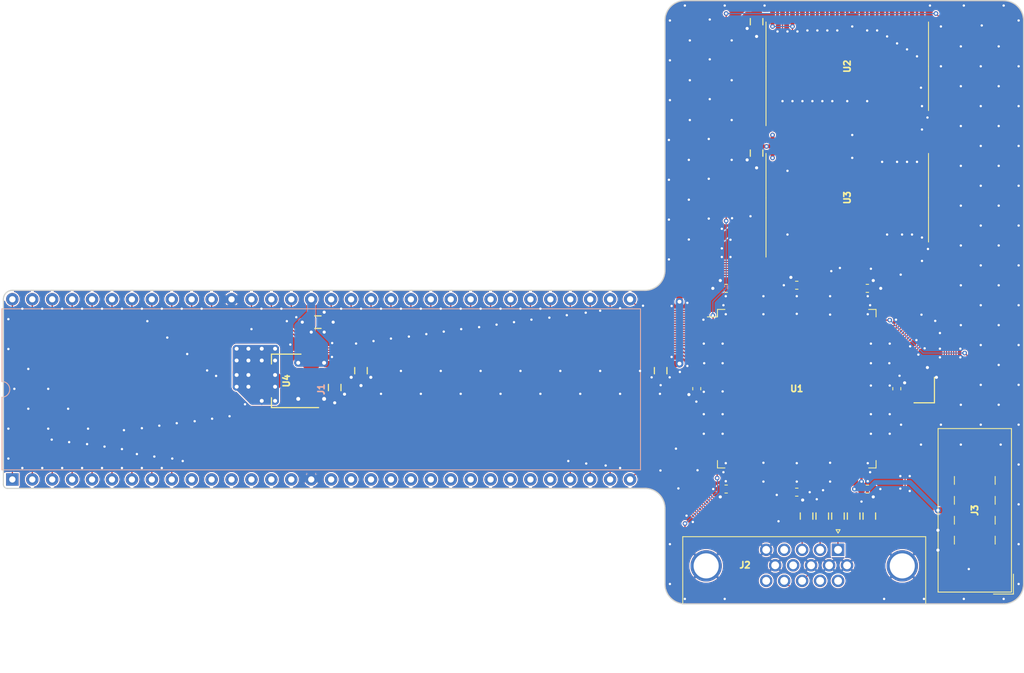
<source format=kicad_pcb>
(kicad_pcb (version 20221018) (generator pcbnew)
  (layers (0 "F.Cu" signal) (31 "B.Cu" signal) (34 "B.Paste" user) (35 "F.Paste" user) (36 "B.SilkS" user "B.Silkscreen") (37 "F.SilkS" user "F.Silkscreen") (38 "B.Mask" user) (39 "F.Mask" user) (44 "Edge.Cuts" user))
  (net 0 "")
  (net 1 "+5V")
  (net 2 "GND")
  (net 3 "/A4")
  (net 4 "/D7")
  (net 5 "/D6")
  (net 6 "/A8")
  (net 7 "/A7")
  (net 8 "/A6")
  (net 9 "/A5")
  (net 10 "/A3")
  (net 11 "/A2")
  (net 12 "/A1")
  (net 13 "/A9")
  (net 14 "/D1")
  (net 15 "/D5")
  (net 16 "/D0")
  (net 17 "/D2")
  (net 18 "/D3")
  (net 19 "/D4")
  (net 20 "/A10")
  (net 21 "/A11")
  (net 22 "/A12")
  (net 23 "/A13")
  (net 24 "/A14")
  (net 25 "/A15")
  (net 26 "Net-(U2-Pad1)")
  (net 27 "Net-(J1-Pad10)")
  (net 28 "Net-(J1-Pad11)")
  (net 29 "Net-(J1-Pad12)")
  (net 30 "Net-(J1-Pad13)")
  (net 31 "Net-(J1-Pad15)")
  (net 32 "/~{AS}")
  (net 33 "/~{UDS}")
  (net 34 "/~{LDS}")
  (net 35 "/R~{W}")
  (net 36 "/A16")
  (net 37 "/A17")
  (net 38 "/A18")
  (net 39 "/A19")
  (net 40 "/A20")
  (net 41 "Net-(U1-Pad17)")
  (net 42 "/A21")
  (net 43 "/A22")
  (net 44 "Net-(U1-Pad20)")
  (net 45 "/A23")
  (net 46 "Net-(U1-Pad21)")
  (net 47 "/D15")
  (net 48 "/D14")
  (net 49 "/D13")
  (net 50 "/D12")
  (net 51 "/D11")
  (net 52 "/D10")
  (net 53 "/D9")
  (net 54 "/D8")
  (net 55 "Net-(U3-Pad1)")
  (net 56 "/RA17")
  (net 57 "/RA15")
  (net 58 "/RA13")
  (net 59 "/RA8")
  (net 60 "/RA7")
  (net 61 "/RA6")
  (net 62 "/RA5")
  (net 63 "/RA4")
  (net 64 "/RA3")
  (net 65 "/RA2")
  (net 66 "/RA1")
  (net 67 "/RD3")
  (net 68 "/RD4")
  (net 69 "/RD5")
  (net 70 "/RD6")
  (net 71 "/RD7")
  (net 72 "/R~{CS}L")
  (net 73 "/RA11")
  (net 74 "/RA12")
  (net 75 "/RA10")
  (net 76 "/RA9")
  (net 77 "/RA14")
  (net 78 "/R~{WE}")
  (net 79 "/RA16")
  (net 80 "/RD10")
  (net 81 "/RD9")
  (net 82 "/RD8")
  (net 83 "+3V3")
  (net 84 "Net-(J1-Pad17)")
  (net 85 "Net-(J1-Pad18)")
  (net 86 "Net-(J1-Pad19)")
  (net 87 "Net-(J1-Pad20)")
  (net 88 "Net-(J1-Pad21)")
  (net 89 "Net-(J1-Pad22)")
  (net 90 "Net-(J1-Pad23)")
  (net 91 "Net-(J1-Pad24)")
  (net 92 "Net-(J1-Pad25)")
  (net 93 "Net-(J1-Pad26)")
  (net 94 "Net-(J1-Pad27)")
  (net 95 "Net-(J1-Pad28)")
  (net 96 "Net-(J2-Pad4)")
  (net 97 "Net-(J2-Pad9)")
  (net 98 "Net-(J2-Pad11)")
  (net 99 "Net-(J2-Pad12)")
  (net 100 "Net-(J2-Pad15)")
  (net 101 "Net-(U1-Pad16)")
  (net 102 "Net-(U1-Pad52)")
  (net 103 "Net-(U1-Pad62)")
  (net 104 "Net-(U1-Pad64)")
  (net 105 "Net-(U1-Pad65)")
  (net 106 "Net-(U1-Pad66)")
  (net 107 "Net-(U1-Pad67)")
  (net 108 "Net-(U1-Pad68)")
  (net 109 "Net-(U1-Pad69)")
  (net 110 "Net-(U1-Pad70)")
  (net 111 "Net-(U1-Pad74)")
  (net 112 "Net-(U1-Pad75)")
  (net 113 "Net-(U1-Pad76)")
  (net 114 "Net-(U1-Pad77)")
  (net 115 "Net-(U1-Pad78)")
  (net 116 "Net-(U1-Pad83)")
  (net 117 "Net-(U1-Pad88)")
  (net 118 "Net-(U1-Pad89)")
  (net 119 "Net-(U1-Pad92)")
  (net 120 "Net-(U1-Pad93)")
  (net 121 "Net-(U1-Pad94)")
  (net 122 "/HS")
  (net 123 "/VS")
  (net 124 "/TDO")
  (net 125 "/TMS")
  (net 126 "/TCK")
  (net 127 "/TDI")
  (net 128 "/RD0")
  (net 129 "/RD1")
  (net 130 "/RD2")
  (net 131 "/RD11")
  (net 132 "/RD12")
  (net 133 "/RD13")
  (net 134 "/RD14")
  (net 135 "/RD15")
  (net 136 "/R~{CS}H")
  (net 137 "/Rr")
  (net 138 "/Gr")
  (net 139 "/Br")
  (net 140 "/HSr")
  (net 141 "/VSr")
  (net 142 "/R")
  (net 143 "/G")
  (net 144 "/B")
  (net 145 "Net-(J3-Pad10)")
  (net 146 "Net-(J3-Pad8)")
  (net 147 "Net-(J3-Pad9)")
  (footprint "stdpads:C_0603" (layer "F.Cu") (at 177.35 102.75 180)
    (fp_text reference "C7")
    (fp_text value "2u2")
  )
  (footprint "stdpads:C_0603" (layer "F.Cu") (at 177.35 128.35 180)
    (fp_text reference "C8")
    (fp_text value "2u2")
  )
  (footprint "stdpads:C_0603" (layer "F.Cu") (at 173.6 115.55 -90)
    (fp_text reference "C5")
    (fp_text value "2u2")
  )
  (footprint "stdpads:C_0603" (layer "F.Cu") (at 199.1 115.55 90)
    (fp_text reference "C9")
    (fp_text value "2u2")
  )
  (footprint "stdpads:C_0805" (layer "F.Cu") (at 125.31 107.061)
    (fp_text reference "C1")
    (fp_text value "10u")
  )
  (footprint "stdpads:C_0603" (layer "F.Cu") (at 195.35 102.75)
    (fp_text reference "C6")
    (fp_text value "2u2")
  )
  (footprint "stdpads:C_0603" (layer "F.Cu") (at 186.35 102.35 180)
    (fp_text reference "C12")
    (fp_text value "2u2")
  )
  (footprint "stdpads:C_0603" (layer "F.Cu") (at 186.35 128.75)
    (fp_text reference "C11")
    (fp_text value "2u2")
  )
  (footprint "stdpads:C_0603" (layer "F.Cu") (at 195.35 128.35)
    (fp_text reference "C10")
    (fp_text value "2u2")
  )
  (footprint "stdpads:TQFP-144_20x20mm_P0.5mm" (layer "F.Cu") (at 186.35 115.55)
    (fp_text reference "U1")
    (fp_text value "M5LV-256/104-10VNC")
  )
  (footprint "stdpads:Crystal_SMD_3225-4Pin_3.2x2.5mm" (layer "F.Cu") (at 202.15 115.2 90)
    (fp_text reference "U5")
    (fp_text value "25.175M")
  )
  (footprint "stdpads:C_0805" (layer "F.Cu") (at 181.229 85.4955 -90)
    (fp_text reference "C4")
    (fp_text value "10u")
  )
  (footprint "stdpads:C_0805" (layer "F.Cu") (at 181.229 68.7315 -90)
    (fp_text reference "C3")
    (fp_text value "10u")
  )
  (footprint "Connector_Dsub:DSUB-15-HD_Female_Horizontal_P2.29x1.98mm_EdgePinOffset3.03mm_Housed_MountingHolesOffset4.94mm" (layer "F.Cu") (at 191.615 136.1)
    (fp_text reference "J2")
    (fp_text value "VGA")
  )
  (footprint "stdpads:C_0805" (layer "F.Cu") (at 127.45 115.4 -90)
    (fp_text reference "C2")
    (fp_text value "10u")
  )
  (footprint "stdpads:SOP-32_P1.27mm" (layer "F.Cu") (at 192.786 91.186 90)
    (fp_text reference "U3")
    (fp_text value "IS62C1024")
  )
  (footprint "stdpads:R_0805" (layer "F.Cu") (at 195.6 131.8 -90)
    (fp_text reference "R5")
    (fp_text value "15")
  )
  (footprint "stdpads:R_0805" (layer "F.Cu") (at 193.6 131.8 -90)
    (fp_text reference "R4")
    (fp_text value "15")
  )
  (footprint "stdpads:R_0805" (layer "F.Cu") (at 187.6 131.8 90)
    (fp_text reference "R3")
    (fp_text value "270")
  )
  (footprint "stdpads:R_0805" (layer "F.Cu") (at 189.6 131.8 90)
    (fp_text reference "R2")
    (fp_text value "270")
  )
  (footprint "stdpads:R_0805" (layer "F.Cu") (at 191.6 131.8 90)
    (fp_text reference "R1")
    (fp_text value "270")
  )
  (footprint "stdpads:SOP-32_P1.27mm" (layer "F.Cu") (at 192.786 74.422 90)
    (fp_text reference "U2")
    (fp_text value "IS62C1024")
  )
  (footprint "stdpads:SOT-223" (layer "F.Cu") (at 121.3 114.55 180)
    (fp_text reference "U4")
    (fp_text value "LD1117S33TR")
  )
  (footprint "stdpads:IDC_SMD_2x05_P2.54mm_Vertical" (layer "F.Cu") (at 209.042 131.064 180)
    (fp_text reference "J3")
    (fp_text value "JTAG")
  )
  (footprint "stdpads:DIP-64-Slot" (layer "F.Cu") (at 86.36 127.127 90)
    (fp_text reference "J1")
    (fp_text value "68000D")
  )
  (footprint "stdpads:C_0805" (layer "F.Cu") (at 169 113.25 -90)
    (fp_text reference "C14")
    (fp_text value "10u")
  )
  (footprint "stdpads:C_0805" (layer "F.Cu") (at 130.8 113.25 -90)
    (fp_text reference "C13")
    (fp_text value "10u")
  )
  (gr_line (start 169.545 100.457) (end 169.545 68.58) (stroke (width 0.15)) (layer "Edge.Cuts"))
  (gr_line (start 212.725 143.002) (end 172.085 143.002) (stroke (width 0.15)) (layer "Edge.Cuts"))
  (gr_arc (start 172.085 143.002) (mid 170.288949 142.258051) (end 169.545 140.462) (stroke (width 0.15)) (layer "Edge.Cuts"))
  (gr_arc (start 215.265 140.462) (mid 214.521051 142.258051) (end 212.725 143.002) (stroke (width 0.15)) (layer "Edge.Cuts"))
  (gr_arc (start 169.545 100.457) (mid 168.801051 102.253051) (end 167.005 102.997) (stroke (width 0.15)) (layer "Edge.Cuts"))
  (gr_arc (start 169.545 68.58) (mid 170.288949 66.783949) (end 172.085 66.04) (stroke (width 0.15)) (layer "Edge.Cuts"))
  (gr_arc (start 212.725 66.04) (mid 214.521051 66.783949) (end 215.265 68.58) (stroke (width 0.15)) (layer "Edge.Cuts"))
  (gr_line (start 85.217 104.14) (end 85.217 127.762) (stroke (width 0.15)) (layer "Edge.Cuts"))
  (gr_arc (start 85.217 104.14) (mid 85.551777 103.331777) (end 86.36 102.997) (stroke (width 0.15)) (layer "Edge.Cuts"))
  (gr_arc (start 85.725 128.27) (mid 85.36579 128.12121) (end 85.217 127.762) (stroke (width 0.15)) (layer "Edge.Cuts"))
  (gr_line (start 86.36 102.997) (end 167.005 102.997) (stroke (width 0.15)) (layer "Edge.Cuts"))
  (gr_line (start 172.085 66.04) (end 212.725 66.04) (stroke (width 0.15)) (layer "Edge.Cuts"))
  (gr_line (start 169.545 130.81) (end 169.545 140.462) (stroke (width 0.15)) (layer "Edge.Cuts"))
  (gr_line (start 215.265 68.58) (end 215.265 140.462) (stroke (width 0.15)) (layer "Edge.Cuts"))
  (gr_line (start 85.725 128.27) (end 167.005 128.27) (stroke (width 0.15)) (layer "Edge.Cuts"))
  (gr_arc (start 167.005 128.27) (mid 168.801051 129.013949) (end 169.545 130.81) (stroke (width 0.15)) (layer "Edge.Cuts"))
  (segment (start 181.229 67.8815) (end 180.0225 67.8815) (width 0.8) (layer "F.Cu") (net 1))
  (segment (start 124.45 112.25) (end 122.8 112.25) (width 1) (layer "F.Cu") (net 1))
  (segment (start 124.45 112.25) (end 126.1 112.25) (width 1) (layer "F.Cu") (net 1))
  (segment (start 185.801 70.485) (end 185.801 69.342) (width 0.15) (layer "F.Cu") (net 1))
  (segment (start 171.4 112.35) (end 171.35 112.4) (width 0.8) (layer "F.Cu") (net 1))
  (segment (start 185.166 71.12) (end 185.801 70.485) (width 0.15) (layer "F.Cu") (net 1))
  (segment (start 182.499 84.6455) (end 181.229 84.6455) (width 0.5) (layer "F.Cu") (net 1))
  (segment (start 179.0065 69.977) (end 179.0065 68.8975) (width 0.8) (layer "F.Cu") (net 1))
  (segment (start 124.46 107.061) (end 124.46 108.331) (width 0.8) (layer "F.Cu") (net 1))
  (segment (start 185.801 84.636) (end 185.801 83.058) (width 0.15) (layer "F.Cu") (net 1))
  (segment (start 181.229 84.6455) (end 180.0225 84.6455) (width 0.8) (layer "F.Cu") (net 1))
  (segment (start 183.261 67.872) (end 183.261 69.342) (width 0.5) (layer "F.Cu") (net 1))
  (segment (start 183.261 84.636) (end 183.261 86.106) (width 0.5) (layer "F.Cu") (net 1))
  (segment (start 126.25 112.4) (end 126.1 112.25) (width 0.8) (layer "F.Cu") (net 1))
  (segment (start 180.0225 70.993) (end 179.0065 69.977) (width 0.8) (layer "F.Cu") (net 1))
  (segment (start 179.578 85.09) (end 179.578 70.5485) (width 0.8) (layer "F.Cu") (net 1))
  (segment (start 179.0065 68.8975) (end 180.0225 67.8815) (width 0.8) (layer "F.Cu") (net 1))
  (segment (start 124.46 107.061) (end 124.46 104.14) (width 0.8) (layer "F.Cu") (net 1))
  (segment (start 124.46 107.061) (end 123.317 107.061) (width 0.8) (layer "F.Cu") (net 1))
  (segment (start 130.8 112.4) (end 126.25 112.4) (width 0.8) (layer "F.Cu") (net 1))
  (segment (start 181.229 83.7565) (end 180.0225 82.55) (width 0.8) (layer "F.Cu") (net 1))
  (segment (start 169 112.4) (end 130.8 112.4) (width 0.8) (layer "F.Cu") (net 1))
  (segment (start 179.578 85.09) (end 179.0065 85.6615) (width 0.8) (layer "F.Cu") (net 1))
  (segment (start 182.499 67.8815) (end 182.5085 67.872) (width 0.5) (layer "F.Cu") (net 1))
  (segment (start 179.0065 94.1935) (end 179.0065 85.6615) (width 0.8) (layer "F.Cu") (net 1))
  (segment (start 179.578 85.09) (end 180.0225 84.6455) (width 0.8) (layer "F.Cu") (net 1))
  (segment (start 181.229 67.8815) (end 182.499 67.8815) (width 0.5) (layer "F.Cu") (net 1))
  (segment (start 171.4 104.45) (end 171.4 101.8) (width 0.8) (layer "F.Cu") (net 1))
  (segment (start 182.499 84.6455) (end 182.5085 84.636) (width 0.5) (layer "F.Cu") (net 1))
  (segment (start 185.166 82.423) (end 185.166 71.12) (width 0.15) (layer "F.Cu") (net 1))
  (segment (start 183.261 84.636) (end 183.261 83.185) (width 0.5) (layer "F.Cu") (net 1))
  (segment (start 185.801 83.058) (end 185.166 82.423) (width 0.15) (layer "F.Cu") (net 1))
  (segment (start 179.0065 69.977) (end 179.0065 85.6615) (width 0.8) (layer "F.Cu") (net 1))
  (segment (start 182.5085 84.636) (end 183.261 84.636) (width 0.5) (layer "F.Cu") (net 1))
  (segment (start 182.5085 67.872) (end 183.261 67.872) (width 0.5) (layer "F.Cu") (net 1))
  (segment (start 169 112.4) (end 171.35 112.4) (width 0.8) (layer "F.Cu") (net 1))
  (segment (start 181.229 84.6455) (end 181.229 83.7565) (width 0.8) (layer "F.Cu") (net 1))
  (segment (start 171.4 101.8) (end 179.0065 94.1935) (width 0.8) (layer "F.Cu") (net 1))
  (segment (start 185.801 67.872) (end 185.801 69.342) (width 0.5) (layer "F.Cu") (net 1))
  (segment (start 179.578 70.5485) (end 179.0065 69.977) (width 0.8) (layer "F.Cu") (net 1))
  (segment (start 180.0225 82.55) (end 180.0225 70.993) (width 0.8) (layer "F.Cu") (net 1))
  (via (at 122.8 112.25) (size 1) (drill 0.5) (layers "F.Cu" "B.Cu") (net 1))
  (via (at 126.1 112.25) (size 1) (drill 0.5) (layers "F.Cu" "B.Cu") (net 1))
  (via (at 124.46 108.331) (size 0.8) (drill 0.4) (layers "F.Cu" "B.Cu") (net 1))
  (via (at 171.4 104.45) (size 1) (drill 0.5) (layers "F.Cu" "B.Cu") (net 1))
  (via (at 171.4 112.35) (size 1) (drill 0.5) (layers "F.Cu" "B.Cu") (net 1))
  (via (at 183.261 83.185) (size 0.6) (drill 0.3) (layers "F.Cu" "B.Cu") (net 1))
  (via (at 183.261 69.342) (size 0.6) (drill 0.3) (layers "F.Cu" "B.Cu") (net 1))
  (via (at 185.801 69.342) (size 0.6) (drill 0.3) (layers "F.Cu" "B.Cu") (net 1))
  (via (at 123.317 107.061) (size 0.8) (drill 0.4) (layers "F.Cu" "B.Cu") (net 1))
  (via (at 183.261 86.106) (size 0.6) (drill 0.3) (layers "F.Cu" "B.Cu") (net 1))
  (via (at 182.499 84.6455) (size 0.6) (drill 0.3) (layers "F.Cu" "B.Cu") (net 1))
  (segment (start 126.1 112.25) (end 124.467 112.25) (width 1) (layer "B.Cu") (net 1))
  (segment (start 124.44 110.61) (end 122.8 112.25) (width 1) (layer "B.Cu") (net 1))
  (segment (start 124.46 110.61) (end 124.44 110.61) (width 1) (layer "B.Cu") (net 1))
  (segment (start 124.46 110.61) (end 126.1 112.25) (width 1) (layer "B.Cu") (net 1))
  (segment (start 124.467 108.338) (end 124.46 108.331) (width 1) (layer "B.Cu") (net 1))
  (segment (start 124.46 105.918) (end 123.317 107.061) (width 1) (layer "B.Cu") (net 1))
  (segment (start 122.8 112.25) (end 122.8 107.578) (width 1) (layer "B.Cu") (net 1))
  (segment (start 123.317 107.061) (end 123.9 107.644) (width 1) (layer "B.Cu") (net 1))
  (segment (start 185.801 69.342) (end 183.134 69.342) (width 0.15) (layer "B.Cu") (net 1))
  (segment (start 124.467 112.25) (end 124.467 108.338) (width 1) (layer "B.Cu") (net 1))
  (segment (start 126.1 112.25) (end 126.1 111.05) (width 1) (layer "B.Cu") (net 1))
  (segment (start 124.46 104.14) (end 124.46 105.918) (width 1) (layer "B.Cu") (net 1))
  (segment (start 122.8 107.578) (end 123.317 107.061) (width 1) (layer "B.Cu") (net 1))
  (segment (start 122.8 112.25) (end 123.317 111.733) (width 1) (layer "B.Cu") (net 1))
  (segment (start 123.9 112.25) (end 122.8 112.25) (width 1) (layer "B.Cu") (net 1))
  (segment (start 171.4 112.35) (end 171.4 104.45) (width 1) (layer "B.Cu") (net 1))
  (segment (start 126.1 109.971) (end 124.46 108.331) (width 1) (layer "B.Cu") (net 1))
  (segment (start 123.317 107.061) (end 124.46 108.204) (width 1) (layer "B.Cu") (net 1))
  (segment (start 124.46 104.14) (end 124.46 108.331) (width 1) (layer "B.Cu") (net 1))
  (segment (start 124.46 108.204) (end 124.46 108.331) (width 1) (layer "B.Cu") (net 1))
  (segment (start 123.9 107.644) (end 123.9 112.25) (width 1) (layer "B.Cu") (net 1))
  (segment (start 126.1 111.05) (end 124.46 109.41) (width 1) (layer "B.Cu") (net 1))
  (segment (start 123.317 111.733) (end 123.317 107.061) (width 1) (layer "B.Cu") (net 1))
  (segment (start 126.1 112.25) (end 126.1 109.971) (width 1) (layer "B.Cu") (net 1))
  (segment (start 124.46 109.41) (end 124.46 108.331) (width 1) (layer "B.Cu") (net 1))
  (segment (start 124.467 112.25) (end 123.9 112.25) (width 1) (layer "B.Cu") (net 1))
  (segment (start 196.1 102.75) (end 196.1 101.75) (width 0.8) (layer "F.Cu") (net 2))
  (segment (start 196.1 102.75) (end 197.05 102.75) (width 0.8) (layer "F.Cu") (net 2))
  (segment (start 197.0125 112.3) (end 198.15 112.3) (width 0.3) (layer "F.Cu") (net 2))
  (segment (start 175.6875 112.3) (end 174.55 112.3) (width 0.3) (layer "F.Cu") (net 2))
  (segment (start 199.1 114.8) (end 200.1 114.8) (width 0.8) (layer "F.Cu") (net 2))
  (segment (start 173.6 116.3) (end 172.6 116.3) (width 0.8) (layer "F.Cu") (net 2))
  (segment (start 176.6 102.75) (end 175.65 102.75) (width 0.8) (layer "F.Cu") (net 2))
  (segment (start 176.6 102.75) (end 176.6 101.75) (width 0.8) (layer "F.Cu") (net 2))
  (segment (start 176.6 128.35) (end 176.6 129.35) (width 0.8) (layer "F.Cu") (net 2))
  (segment (start 186.1 104.8875) (end 186.1 103.95) (width 0.3) (layer "F.Cu") (net 2))
  (segment (start 186.3 103.75) (end 186.35 103.75) (width 0.3) (layer "F.Cu") (net 2))
  (segment (start 186.1 103.95) (end 186.3 103.75) (width 0.3) (layer "F.Cu") (net 2))
  (segment (start 186.6 104.8875) (end 186.6 103.95) (width 0.3) (layer "F.Cu") (net 2))
  (segment (start 186.4 103.75) (end 186.35 103.75) (width 0.3) (layer "F.Cu") (net 2))
  (segment (start 186.6 103.95) (end 186.4 103.75) (width 0.3) (layer "F.Cu") (net 2))
  (segment (start 186.1 104.8875) (end 186.1 105.85) (width 0.3) (layer "F.Cu") (net 2))
  (segment (start 186.25 106) (end 186.35 106) (width 0.3) (layer "F.Cu") (net 2))
  (segment (start 186.1 105.85) (end 186.25 106) (width 0.3) (layer "F.Cu") (net 2))
  (segment (start 186.6 104.8875) (end 186.6 105.85) (width 0.3) (layer "F.Cu") (net 2))
  (segment (start 186.45 106) (end 186.35 106) (width 0.3) (layer "F.Cu") (net 2))
  (segment (start 186.6 105.85) (end 186.45 106) (width 0.3) (layer "F.Cu") (net 2))
  (segment (start 190.6 104.8875) (end 190.6 103.75) (width 0.3) (layer "F.Cu") (net 2))
  (segment (start 182.1 104.8875) (end 182.1 103.75) (width 0.3) (layer "F.Cu") (net 2))
  (segment (start 182.1 104.8875) (end 182.1 106.05) (width 0.3) (layer "F.Cu") (net 2))
  (segment (start 180.037 69.5815) (end 180.0225 69.596) (width 0.8) (layer "F.Cu") (net 2))
  (segment (start 181.229 69.5815) (end 180.037 69.5815) (width 0.8) (layer "F.Cu") (net 2))
  (segment (start 181.229 69.5815) (end 181.229 70.612) (width 0.8) (layer "F.Cu") (net 2))
  (segment (start 124.45 116.85) (end 122.8 116.85) (width 1) (layer "F.Cu") (net 2))
  (segment (start 124.45 116.85) (end 126.1 116.85) (width 1) (layer "F.Cu") (net 2))
  (segment (start 195.1 125.35) (end 195.1 126.2125) (width 0.3) (layer "F.Cu") (net 2))
  (segment (start 198.5 114.7) (end 198.4 114.8) (width 0.25) (layer "F.Cu") (net 2))
  (segment (start 126.16 108.282) (end 126.111 108.331) (width 0.8) (layer "F.Cu") (net 2))
  (segment (start 197.0125 118.8) (end 195.8 118.8) (width 0.3) (layer "F.Cu") (net 2))
  (segment (start 175.6875 112.3) (end 176.9 112.3) (width 0.3) (layer "F.Cu") (net 2))
  (segment (start 195.95 115.3) (end 197.0125 115.3) (width 0.3) (layer "F.Cu") (net 2))
  (segment (start 177.0125 126.2125) (end 177.6 126.2125) (width 0.3) (layer "F.Cu") (net 2))
  (segment (start 202.311 80.972) (end 202.311 79.502) (width 0.5) (layer "F.Cu") (net 2))
  (segment (start 169 114.1) (end 170.15 114.1) (width 0.6) (layer "F.Cu") (net 2))
  (segment (start 124.46 127) (end 124.46 125.603) (width 1) (layer "F.Cu") (net 2))
  (segment (start 190.6 126.2125) (end 190.6 125) (width 0.3) (layer "F.Cu") (net 2))
  (segment (start 114.3 104.14) (end 114.3 105.537) (width 1) (layer "F.Cu") (net 2))
  (segment (start 199.1 114.8) (end 198.5 114.7) (width 0.25) (layer "F.Cu") (net 2))
  (segment (start 130.8 114.1) (end 132.05 114.1) (width 0.8) (layer "F.Cu") (net 2))
  (segment (start 195.4 127.35) (end 195.1 127.05) (width 0.3) (layer "F.Cu") (net 2))
  (segment (start 197.0125 121.3) (end 198.2 121.3) (width 0.3) (layer "F.Cu") (net 2))
  (segment (start 181.229 86.3455) (end 180.037 86.3455) (width 0.8) (layer "F.Cu") (net 2))
  (segment (start 177 126.2) (end 177.0125 126.2125) (width 0.3) (layer "F.Cu") (net 2))
  (segment (start 196.1 128.35) (end 196.1 129.35) (width 0.8) (layer "F.Cu") (net 2))
  (segment (start 203 80.972) (end 203.0095 80.9625) (width 0.5) (layer "F.Cu") (net 2))
  (segment (start 177.6 125.35) (end 177.6 126.2125) (width 0.3) (layer "F.Cu") (net 2))
  (segment (start 202.311 97.736) (end 202.311 99.2505) (width 0.5) (layer "F.Cu") (net 2))
  (segment (start 198.4 114.8) (end 198.2 115) (width 0.25) (layer "F.Cu") (net 2))
  (segment (start 197.0125 115.3) (end 198.05 115.3) (width 0.3) (layer "F.Cu") (net 2))
  (segment (start 187.1 128.75) (end 187.1 129.75) (width 0.8) (layer "F.Cu") (net 2))
  (segment (start 175.6875 115.8) (end 176.8 115.8) (width 0.3) (layer "F.Cu") (net 2))
  (segment (start 175.6875 118.8) (end 174.5 118.8) (width 0.3) (layer "F.Cu") (net 2))
  (segment (start 175.6875 109.8) (end 174.5 109.8) (width 0.3) (layer "F.Cu") (net 2))
  (segment (start 195.7 104.9) (end 195.6875 104.8875) (width 0.3) (layer "F.Cu") (net 2))
  (segment (start 197.0125 112.3) (end 195.8 112.3) (width 0.3) (layer "F.Cu") (net 2))
  (segment (start 185.6 102.35) (end 184.7 102.35) (width 0.5) (layer "F.Cu") (net 2))
  (segment (start 185.6 102.35) (end 185.6 101.35) (width 0.8) (layer "F.Cu") (net 2))
  (segment (start 186.3 125.05) (end 186.1 125.25) (width 0.3) (layer "F.Cu") (net 2))
  (segment (start 199.1 114.2) (end 199.4 113.9) (width 0.5) (layer "F.Cu") (net 2))
  (segment (start 206.502 136.144) (end 204.343 136.144) (width 0.8) (layer "F.Cu") (net 2))
  (segment (start 181.229 86.3455) (end 181.229 87.376) (width 0.8) (layer "F.Cu") (net 2))
  (segment (start 198.05 115.3) (end 198.2 115.15) (width 0.3) (layer "F.Cu") (net 2))
  (segment (start 126.16 107.061) (end 126.16 105.84) (width 0.8) (layer "F.Cu") (net 2))
  (segment (start 196.1 128.35) (end 197 128.35) (width 0.5) (layer "F.Cu") (net 2))
  (segment (start 126.16 107.061) (end 127.254 107.061) (width 0.8) (layer "F.Cu") (net 2))
  (segment (start 114.3 104.14) (end 115.316 104.14) (width 1) (layer "F.Cu") (net 2))
  (segment (start 197.0125 121.3) (end 195.8 121.3) (width 0.3) (layer "F.Cu") (net 2))
  (segment (start 195.1 104.05) (end 195.1 104.8875) (width 0.3) (layer "F.Cu") (net 2))
  (segment (start 202.311 80.972) (end 202.311 82.4865) (width 0.5) (layer "F.Cu") (net 2))
  (segment (start 203.073 97.7265) (end 203.0635 97.736) (width 0.5) (layer "F.Cu") (net 2))
  (segment (start 187.1 128.75) (end 188 128.75) (width 0.5) (layer "F.Cu") (net 2))
  (segment (start 186.1 125.25) (end 186.1 126.2125) (width 0.3) (layer "F.Cu") (net 2))
  (segment (start 199 114.7) (end 199.1 114.8) (width 0.25) (layer "F.Cu") (net 2))
  (segment (start 195.6875 126.2125) (end 195.1 126.2125) (width 0.3) (layer "F.Cu") (net 2))
  (segment (start 175.6875 118.8) (end 176.9 118.8) (width 0.3) (layer "F.Cu") (net 2))
  (segment (start 203 114.1) (end 204.15 114.1) (width 0.8) (layer "F.Cu") (net 2))
  (segment (start 186.35 127.4) (end 186.6 127.15) (width 0.3) (layer "F.Cu") (net 2))
  (segment (start 174.65 115.8) (end 174.5 115.95) (width 0.3) (layer "F.Cu") (net 2))
  (segment (start 185.6 102.35) (end 185.6 102.97) (width 0.35) (layer "F.Cu") (net 2))
  (segment (start 130.8 114.1) (end 130.8 115.15) (width 0.8) (layer "F.Cu") (net 2))
  (segment (start 182.1 126.2125) (end 182.1 127.4) (width 0.3) (layer "F.Cu") (net 2))
  (segment (start 197.0125 109.8) (end 195.8 109.8) (width 0.3) (layer "F.Cu") (net 2))
  (segment (start 195.1 127.05) (end 195.1 126.2125) (width 0.3) (layer "F.Cu") (net 2))
  (segment (start 114.3 104.14) (end 113.284 104.14) (width 1) (layer "F.Cu") (net 2))
  (segment (start 186.1 127.15) (end 186.1 126.2125) (width 0.3) (layer "F.Cu") (net 2))
  (segment (start 190.6 104.8875) (end 190.6 106.1) (width 0.3) (layer "F.Cu") (net 2))
  (segment (start 175.6875 121.3) (end 176.9 121.3) (width 0.3) (layer "F.Cu") (net 2))
  (segment (start 177.3 125.05) (end 177.6 125.35) (width 0.3) (layer "F.Cu") (net 2))
  (segment (start 177 104.9) (end 177.0125 104.8875) (width 0.3) (layer "F.Cu") (net 2))
  (segment (start 195.4 106.05) (end 195.1 105.75) (width 0.3) (layer "F.Cu") (net 2))
  (segment (start 193.421 67.872) (end 193.421 69.342) (width 0.5) (layer "F.Cu") (net 2))
  (segment (start 173.6 116.3) (end 173.6 117.15) (width 0.5) (layer "F.Cu") (net 2))
  (segment (start 175.6875 115.8) (end 174.65 115.8) (width 0.3) (layer "F.Cu") (net 2))
  (segment (start 198.2 115) (end 198.5 114.7) (width 0.25) (layer "F.Cu") (net 2))
  (segment (start 198.2 115) (end 198.2 115.15) (width 0.25) (layer "F.Cu") (net 2))
  (segment (start 177.3 127.35) (end 177.6 127.05) (width 0.3) (layer "F.Cu") (net 2))
  (segment (start 190.6 126.2125) (end 190.6 127.4) (width 0.3) (layer "F.Cu") (net 2))
  (segment (start 126.16 107.061) (end 126.16 108.282) (width 0.8) (layer "F.Cu") (net 2))
  (segment (start 169 114.1) (end 167.85 114.1) (width 0.6) (layer "F.Cu") (net 2))
  (segment (start 169 114.1) (end 169 115.1) (width 0.6) (layer "F.Cu") (net 2))
  (segment (start 203 114.1) (end 203 112.85) (width 0.8) (layer "F.Cu") (net 2))
  (segment (start 206.502 133.604) (end 204.343 133.604) (width 0.8) (layer "F.Cu") (net 2))
  (segment (start 182.1 126.2125) (end 182.1 125) (width 0.3) (layer "F.Cu") (net 2))
  (segment (start 186.6 125.25) (end 186.6 126.2125) (width 0.3) (layer "F.Cu") (net 2))
  (segment (start 176.8 115.8) (end 176.9 115.9) (width 0.3) (layer "F.Cu") (net 2))
  (segment (start 195.4 125.05) (end 195.1 125.35) (width 0.3) (layer "F.Cu") (net 2))
  (segment (start 197.0125 109.8) (end 198.2 109.8) (width 0.3) (layer "F.Cu") (net 2))
  (segment (start 203.0635 97.736) (end 202.311 97.736) (width 0.5) (layer "F.Cu") (net 2))
  (segment (start 186.35 125.05) (end 186.3 125.05) (width 0.3) (layer "F.Cu") (net 2))
  (segment (start 195.7 126.2) (end 195.6875 126.2125) (width 0.3) (layer "F.Cu") (net 2))
  (segment (start 193.421 84.636) (end 193.421 86.106) (width 0.5) (layer "F.Cu") (net 2))
  (segment (start 177.6 127.05) (end 177.6 126.2125) (width 0.3) (layer "F.Cu") (net 2))
  (segment (start 175.6875 109.8) (end 176.9 109.8) (width 0.3) (layer "F.Cu") (net 2))
  (segment (start 186.35 125.05) (end 186.4 125.05) (width 0.3) (layer "F.Cu") (net 2))
  (segment (start 175.6875 121.3) (end 174.5 121.3) (width 0.3) (layer "F.Cu") (net 2))
  (segment (start 202.311 80.972) (end 203 80.972) (width 0.5) (layer "F.Cu") (net 2))
  (segment (start 177.3 106.05) (end 177.6 105.75) (width 0.3) (layer "F.Cu") (net 2))
  (segment (start 173.6 117.15) (end 173.55 117.2) (width 0.5) (layer "F.Cu") (net 2))
  (segment (start 195.1 105.75) (end 195.1 104.8875) (width 0.3) (layer "F.Cu") (net 2))
  (segment (start 186.4 125.05) (end 186.6 125.25) (width 0.3) (layer "F.Cu") (net 2))
  (segment (start 187.1 128.75) (end 187.1 128.13) (width 0.35) (layer "F.Cu") (net 2))
  (segment (start 198.5 114.7) (end 199 114.7) (width 0.25) (layer "F.Cu") (net 2))
  (segment (start 127.45 116.25) (end 127.45 117.35) (width 0.8) (layer "F.Cu") (net 2))
  (segment (start 195.4 103.75) (end 195.1 104.05) (width 0.3) (layer "F.Cu") (net 2))
  (segment (start 199.4 113.9) (end 199.45 113.9) (width 0.5) (layer "F.Cu") (net 2))
  (segment (start 124.46 127) (end 125.476 127) (width 1) (layer "F.Cu") (net 2))
  (segment (start 176.6 128.35) (end 175.7 128.35) (width 0.5) (layer "F.Cu") (net 2))
  (segment (start 177.6 104.05) (end 177.6 104.8875) (width 0.3) (layer "F.Cu") (net 2))
  (segment (start 186.35 127.4) (end 186.1 127.15) (width 0.3) (layer "F.Cu") (net 2))
  (segment (start 195.8 115.15) (end 195.95 115.3) (width 0.3) (layer "F.Cu") (net 2))
  (segment (start 177.3 103.75) (end 177.6 104.05) (width 0.3) (layer "F.Cu") (net 2))
  (segment (start 193.421 84.636) (end 193.421 83.185) (width 0.5) (layer "F.Cu") (net 2))
  (segment (start 127.45 116.25) (end 128.7 116.25) (width 0.8) (layer "F.Cu") (net 2))
  (segment (start 177.6 105.75) (end 177.6 104.8875) (width 0.3) (layer "F.Cu") (net 2))
  (segment (start 130.8 114.1) (end 129.55 114.1) (width 0.8) (layer "F.Cu") (net 2))
  (segment (start 199.1 114.8) (end 199.1 114.2) (width 0.5) (layer "F.Cu") (net 2))
  (segment (start 186.6 127.15) (end 186.6 126.2125) (width 0.3) (layer "F.Cu") (net 2))
  (segment (start 180.037 86.3455) (end 180.0225 86.36) (width 0.8) (layer "F.Cu") (net 2))
  (segment (start 195.6875 104.8875) (end 195.1 104.8875) (width 0.3) (layer "F.Cu") (net 2))
  (segment (start 197.0125 118.8) (end 198.2 118.8) (width 0.3) (layer "F.Cu") (net 2))
  (segment (start 124.46 127) (end 123.444 127) (width 1) (layer "F.Cu") (net 2))
  (segment (start 126.16 105.84) (end 126.111 105.791) (width 0.8) (layer "F.Cu") (net 2))
  (segment (start 177.0125 104.8875) (end 177.6 104.8875) (width 0.3) (layer "F.Cu") (net 2))
  (segment (start 202.311 97.736) (end 202.311 96.266) (width 0.5) (layer "F.Cu") (net 2))
  (via (at 196.1 101.75) (size 0.8) (drill 0.4) (layers "F.Cu" "B.Cu") (net 2))
  (via (at 197.05 102.75) (size 0.8) (drill 0.4) (layers "F.Cu" "B.Cu") (net 2))
  (via (at 198.2 115.15) (size 0.6) (drill 0.3) (layers "F.Cu" "B.Cu") (net 2))
  (via (at 198.15 112.3) (size 0.6) (drill 0.3) (layers "F.Cu" "B.Cu") (net 2))
  (via (at 198.2 109.8) (size 0.6) (drill 0.3) (layers "F.Cu" "B.Cu") (net 2))
  (via (at 174.55 112.3) (size 0.6) (drill 0.3) (layers "F.Cu" "B.Cu") (net 2))
  (via (at 200.1 114.8) (size 0.8) (drill 0.4) (layers "F.Cu" "B.Cu") (net 2))
  (via (at 172.6 116.3) (size 0.8) (drill 0.4) (layers "F.Cu" "B.Cu") (net 2))
  (via (at 175.65 102.75) (size 0.8) (drill 0.4) (layers "F.Cu" "B.Cu") (net 2))
  (via (at 176.6 101.75) (size 0.8) (drill 0.4) (layers "F.Cu" "B.Cu") (net 2))
  (via (at 176.6 129.35) (size 0.8) (drill 0.4) (layers "F.Cu" "B.Cu") (net 2))
  (via (at 186.35 103.75) (size 0.6) (drill 0.3) (layers "F.Cu" "B.Cu") (net 2))
  (via (at 186.35 106) (size 0.6) (drill 0.3) (layers "F.Cu" "B.Cu") (net 2))
  (via (at 190.6 103.75) (size 0.6) (drill 0.3) (layers "F.Cu" "B.Cu") (net 2))
  (via (at 182.1 103.75) (size 0.6) (drill 0.3) (layers "F.Cu" "B.Cu") (net 2))
  (via (at 182.1 106.05) (size 0.6) (drill 0.3) (layers "F.Cu" "B.Cu") (net 2))
  (via (at 189.7 128.5) (size 0.6) (drill 0.3) (layers "F.Cu" "B.Cu") (net 2))
  (via (at 188.9 129.65) (size 0.6) (drill 0.3) (layers "F.Cu" "B.Cu") (net 2))
  (via (at 180.0225 69.596) (size 0.8) (drill 0.4) (layers "F.Cu" "B.Cu") (net 2))
  (via (at 181.229 70.612) (size 0.8) (drill 0.4) (layers "F.Cu" "B.Cu") (net 2))
  (via (at 174.45 106.75) (size 0.6) (drill 0.3) (layers "F.Cu" "B.Cu") (net 2))
  (via (at 172.4 104.6) (size 0.6) (drill 0.3) (layers "F.Cu" "B.Cu") (net 2))
  (via (at 170.4 105) (size 0.6) (drill 0.3) (layers "F.Cu" "B.Cu") (net 2))
  (via (at 172.4025 112.649) (size 0.6) (drill 0.3) (layers "F.Cu" "B.Cu") (net 2))
  (via (at 170.4 111.5) (size 0.6) (drill 0.3) (layers "F.Cu" "B.Cu") (net 2))
  (via (at 127.1 111.5) (size 0.6) (drill 0.3) (layers "F.Cu" "B.Cu") (net 2))
  (via (at 122.8 116.85) (size 1) (drill 0.5) (layers "F.Cu" "B.Cu") (net 2))
  (via (at 126.1 116.85) (size 1) (drill 0.5) (layers "F.Cu" "B.Cu") (net 2))
  (via (at 173.1 132.55) (size 0.6) (drill 0.3) (layers "F.Cu" "B.Cu") (net 2))
  (via (at 172.3 131.75) (size 0.6) (drill 0.3) (layers "F.Cu" "B.Cu") (net 2))
  (via (at 201.6 109.35) (size 0.6) (drill 0.3) (layers "F.Cu" "B.Cu") (net 2))
  (via (at 200.8 110.15) (size 0.6) (drill 0.3) (layers "F.Cu" "B.Cu") (net 2))
  (via (at 201.85 111.2) (size 0.6) (drill 0.3) (layers "F.Cu" "B.Cu") (net 2))
  (via (at 207.2 110.45) (size 0.6) (drill 0.3) (layers "F.Cu" "B.Cu") (net 2))
  (via (at 207.2 111.55) (size 0.6) (drill 0.3) (layers "F.Cu" "B.Cu") (net 2))
  (via (at 204.6 110.45) (size 0.6) (drill 0.3) (layers "F.Cu" "B.Cu") (net 2))
  (via (at 204.6 108.45) (size 0.6) (drill 0.3) (layers "F.Cu" "B.Cu") (net 2))
  (via (at 174.5 115.95) (size 0.6) (drill 0.3) (layers "F.Cu" "B.Cu") (net 2))
  (via (at 173.7 125.95) (size 0.6) (drill 0.3) (layers "F.Cu" "B.Cu") (net 2))
  (via (at 170.95 123.2) (size 0.6) (drill 0.3) (layers "F.Cu" "B.Cu") (net 2))
  (via (at 204 106.9) (size 0.6) (drill 0.3) (layers "F.Cu" "B.Cu") (net 2))
  (via (at 194.6 129.95) (size 0.6) (drill 0.3) (layers "F.Cu" "B.Cu") (net 2))
  (via (at 199 106.75) (size 0.6) (drill 0.3) (layers "F.Cu" "B.Cu") (net 2))
  (via (at 202.65 110.4) (size 0.6) (drill 0.3) (layers "F.Cu" "B.Cu") (net 2))
  (via (at 195.8 100.25) (size 0.6) (drill 0.3) (layers "F.Cu" "B.Cu") (net 2))
  (via (at 108.6485 111.125) (size 0.6) (drill 0.3) (layers "F.Cu" "B.Cu") (net 2))
  (via (at 106.1085 109.0295) (size 0.6) (drill 0.3) (layers "F.Cu" "B.Cu") (net 2))
  (via (at 114.046 119.0625) (size 0.6) (drill 0.3) (layers "F.Cu" "B.Cu") (net 2))
  (via (at 111.8235 119.38) (size 0.6) (drill 0.3) (layers "F.Cu" "B.Cu") (net 2))
  (via (at 109.601 119.6975) (size 0.6) (drill 0.3) (layers "F.Cu" "B.Cu") (net 2))
  (via (at 107.315 119.9515) (size 0.6) (drill 0.3) (layers "F.Cu" "B.Cu") (net 2))
  (via (at 105.0925 120.269) (size 0.6) (drill 0.3) (layers "F.Cu" "B.Cu") (net 2))
  (via (at 102.87 120.5865) (size 0.6) (drill 0.3) (layers "F.Cu" "B.Cu") (net 2))
  (via (at 199.6 101) (size 0.6) (drill 0.3) (layers "F.Cu" "B.Cu") (net 2))
  (via (at 191.85 100.15) (size 0.6) (drill 0.3) (layers "F.Cu" "B.Cu") (net 2))
  (via (at 111.1885 113.2205) (size 0.6) (drill 0.3) (layers "F.Cu" "B.Cu") (net 2))
  (via (at 103.5685 106.934) (size 0.6) (drill 0.3) (layers "F.Cu" "B.Cu") (net 2))
  (via (at 102.235 123.8885) (size 0.6) (drill 0.3) (layers "F.Cu" "B.Cu") (net 2))
  (via (at 104.4575 124.206) (size 0.6) (drill 0.3) (layers "F.Cu" "B.Cu") (net 2))
  (via (at 98.1075 122.936) (size 0.6) (drill 0.3) (layers "F.Cu" "B.Cu") (net 2))
  (via (at 95.885 122.6185) (size 0.6) (drill 0.3) (layers "F.Cu" "B.Cu") (net 2))
  (via (at 93.599 122.3645) (size 0.6) (drill 0.3) (layers "F.Cu" "B.Cu") (net 2))
  (via (at 91.3765 122.047) (size 0.6) (drill 0.3) (layers "F.Cu" "B.Cu") (net 2))
  (via (at 106.7435 124.46) (size 0.6) (drill 0.3) (layers "F.Cu" "B.Cu") (net 2))
  (via (at 100.33 123.2535) (size 0.6) (drill 0.3) (layers "F.Cu" "B.Cu") (net 2))
  (via (at 159.512 125.095) (size 0.6) (drill 0.3) (layers "F.Cu" "B.Cu") (net 2))
  (via (at 161.9885 125.349) (size 0.6) (drill 0.3) (layers "F.Cu" "B.Cu") (net 2))
  (via (at 163.83 125.6665) (size 0.6) (drill 0.3) (layers "F.Cu" "B.Cu") (net 2))
  (via (at 157.226 124.7775) (size 0.6) (drill 0.3) (layers "F.Cu" "B.Cu") (net 2))
  (via (at 108.077 124.7775) (size 0.6) (drill 0.3) (layers "F.Cu" "B.Cu") (net 2))
  (via (at 168.9735 125.984) (size 0.6) (drill 0.3) (layers "F.Cu" "B.Cu") (net 2))
  (via (at 171.2595 128.27) (size 0.6) (drill 0.3) (layers "F.Cu" "B.Cu") (net 2))
  (via (at 116.0145 117.5385) (size 0.6) (drill 0.3) (layers "F.Cu" "B.Cu") (net 2))
  (via (at 121.793 109.9185) (size 0.6) (drill 0.3) (layers "F.Cu" "B.Cu") (net 2))
  (via (at 121.3485 106.934) (size 0.6) (drill 0.3) (layers "F.Cu" "B.Cu") (net 2))
  (via (at 130.175 109.7915) (size 0.6) (drill 0.3) (layers "F.Cu" "B.Cu") (net 2))
  (via (at 132.3975 109.474) (size 0.6) (drill 0.3) (layers "F.Cu" "B.Cu") (net 2))
  (via (at 134.62 109.1565) (size 0.6) (drill 0.3) (layers "F.Cu" "B.Cu") (net 2))
  (via (at 136.906 108.9025) (size 0.6) (drill 0.3) (layers "F.Cu" "B.Cu") (net 2))
  (via (at 139.1285 108.585) (size 0.6) (drill 0.3) (layers "F.Cu" "B.Cu") (net 2))
  (via (at 141.351 108.2675) (size 0.6) (drill 0.3) (layers "F.Cu" "B.Cu") (net 2))
  (via (at 143.5735 107.95) (size 0.6) (drill 0.3) (layers "F.Cu" "B.Cu") (net 2))
  (via (at 145.8595 107.696) (size 0.6) (drill 0.3) (layers "F.Cu" "B.Cu") (net 2))
  (via (at 148.082 107.3785) (size 0.6) (drill 0.3) (layers "F.Cu" "B.Cu") (net 2))
  (via (at 150.3045 107.061) (size 0.6) (drill 0.3) (layers "F.Cu" "B.Cu") (net 2))
  (via (at 152.527 106.7435) (size 0.6) (drill 0.3) (layers "F.Cu" "B.Cu") (net 2))
  (via (at 154.813 106.4895) (size 0.6) (drill 0.3) (layers "F.Cu" "B.Cu") (net 2))
  (via (at 157.0355 106.172) (size 0.6) (drill 0.3) (layers "F.Cu" "B.Cu") (net 2))
  (via (at 100.584 120.8405) (size 0.6) (drill 0.3) (layers "F.Cu" "B.Cu") (net 2))
  (via (at 161.29 105.6005) (size 0.6) (drill 0.3) (layers "F.Cu" "B.Cu") (net 2))
  (via (at 163.83 105.283) (size 0.6) (drill 0.3) (layers "F.Cu" "B.Cu") (net 2))
  (via (at 166.751 104.9655) (size 0.6) (drill 0.3) (layers "F.Cu" "B.Cu") (net 2))
  (via (at 112.3315 113.919) (size 0.6) (drill 0.3) (layers "F.Cu" "B.Cu") (net 2))
  (via (at 100.33 105.3465) (size 0.6) (drill 0.3) (layers "F.Cu" "B.Cu") (net 2))
  (via (at 97.79 105.3465) (size 0.6) (drill 0.3) (layers "F.Cu" "B.Cu") (net 2))
  (via (at 95.25 105.3465) (size 0.6) (drill 0.3) (layers "F.Cu" "B.Cu") (net 2))
  (via (at 92.71 105.3465) (size 0.6) (drill 0.3) (layers "F.Cu" "B.Cu") (net 2))
  (via (at 90.17 105.3465) (size 0.6) (drill 0.3) (layers "F.Cu" "B.Cu") (net 2))
  (via (at 87.63 105.3465) (size 0.6) (drill 0.3) (layers "F.Cu" "B.Cu") (net 2))
  (via (at 102.87 105.3465) (size 0.6) (drill 0.3) (layers "F.Cu" "B.Cu") (net 2))
  (via (at 105.41 105.3465) (size 0.6) (drill 0.3) (layers "F.Cu" "B.Cu") (net 2))
  (via (at 107.95 105.3465) (size 0.6) (drill 0.3) (layers "F.Cu" "B.Cu") (net 2))
  (via (at 110.49 105.3465) (size 0.6) (drill 0.3) (layers "F.Cu" "B.Cu") (net 2))
  (via (at 118.11 105.3465) (size 0.6) (drill 0.3) (layers "F.Cu" "B.Cu") (net 2))
  (via (at 120.65 105.3465) (size 0.6) (drill 0.3) (layers "F.Cu" "B.Cu") (net 2))
  (via (at 130.81 105.3465) (size 0.6) (drill 0.3) (layers "F.Cu" "B.Cu") (net 2))
  (via (at 128.27 105.3465) (size 0.6) (drill 0.3) (layers "F.Cu" "B.Cu") (net 2))
  (via (at 135.89 105.3465) (size 0.6) (drill 0.3) (layers "F.Cu" "B.Cu") (net 2))
  (via (at 133.35 105.3465) (size 0.6) (drill 0.3) (layers "F.Cu" "B.Cu") (net 2))
  (via (at 140.97 105.3465) (size 0.6) (drill 0.3) (layers "F.Cu" "B.Cu") (net 2))
  (via (at 138.43 105.3465) (size 0.6) (drill 0.3) (layers "F.Cu" "B.Cu") (net 2))
  (via (at 146.05 105.3465) (size 0.6) (drill 0.3) (layers "F.Cu" "B.Cu") (net 2))
  (via (at 143.51 105.3465) (size 0.6) (drill 0.3) (layers "F.Cu" "B.Cu") (net 2))
  (via (at 151.13 105.3465) (size 0.6) (drill 0.3) (layers "F.Cu" "B.Cu") (net 2))
  (via (at 148.59 105.3465) (size 0.6) (drill 0.3) (layers "F.Cu" "B.Cu") (net 2))
  (via (at 153.67 105.3465) (size 0.6) (drill 0.3) (layers "F.Cu" "B.Cu") (net 2))
  (via (at 159.4485 105.8545) (size 0.6) (drill 0.3) (layers "F.Cu" "B.Cu") (net 2))
  (via (at 100.33 125.6665) (size 0.6) (drill 0.3) (layers "F.Cu" "B.Cu") (net 2))
  (via (at 97.79 125.6665) (size 0.6) (drill 0.3) (layers "F.Cu" "B.Cu") (net 2))
  (via (at 87.63 125.6665) (size 0.6) (drill 0.3) (layers "F.Cu" "B.Cu") (net 2))
  (via (at 95.25 125.6665) (size 0.6) (drill 0.3) (layers "F.Cu" "B.Cu") (net 2))
  (via (at 90.17 125.6665) (size 0.6) (drill 0.3) (layers "F.Cu" "B.Cu") (net 2))
  (via (at 92.71 125.6665) (size 0.6) (drill 0.3) (layers "F.Cu" "B.Cu") (net 2))
  (via (at 102.87 125.6665) (size 0.6) (drill 0.3) (layers "F.Cu" "B.Cu") (net 2))
  (via (at 105.41 125.6665) (size 0.6) (drill 0.3) (layers "F.Cu" "B.Cu") (net 2))
  (via (at 202.2475 106.1085) (size 0.6) (drill 0.3) (layers "F.Cu" "B.Cu") (net 2))
  (via (at 201.676 73.152) (size 0.6) (drill 0.3) (layers "F.Cu" "B.Cu") (net 2))
  (via (at 200.406 72.263) (size 0.6) (drill 0.3) (layers "F.Cu" "B.Cu") (net 2))
  (via (at 199.136 71.501) (size 0.6) (drill 0.3) (layers "F.Cu" "B.Cu") (net 2))
  (via (at 197.866 70.612) (size 0.6) (drill 0.3) (layers "F.Cu" "B.Cu") (net 2))
  (via (at 196.596 69.85) (size 0.6) (drill 0.3) (layers "F.Cu" "B.Cu") (net 2))
  (via (at 195.326 69.85) (size 0.6) (drill 0.3) (layers "F.Cu" "B.Cu") (net 2))
  (via (at 202.184 77.1525) (size 0.6) (drill 0.3) (layers "F.Cu" "B.Cu") (net 2))
  (via (at 191.516 69.85) (size 0.6) (drill 0.3) (layers "F.Cu" "B.Cu") (net 2))
  (via (at 190.246 69.85) (size 0.6) (drill 0.3) (layers "F.Cu" "B.Cu") (net 2))
  (via (at 188.976 69.85) (size 0.6) (drill 0.3) (layers "F.Cu" "B.Cu") (net 2))
  (via (at 187.706 69.85) (size 0.6) (drill 0.3) (layers "F.Cu" "B.Cu") (net 2))
  (via (at 185.166 69.977) (size 0.6) (drill 0.3) (layers "F.Cu" "B.Cu") (net 2))
  (via (at 183.896 69.977) (size 0.6) (drill 0.3) (layers "F.Cu" "B.Cu") (net 2))
  (via (at 186.436 69.977) (size 0.6) (drill 0.3) (layers "F.Cu" "B.Cu") (net 2))
  (via (at 200.406 86.614) (size 0.6) (drill 0.3) (layers "F.Cu" "B.Cu") (net 2))
  (via (at 201.676 86.614) (size 0.6) (drill 0.3) (layers "F.Cu" "B.Cu") (net 2))
  (via (at 199.136 86.614) (size 0.6) (drill 0.3) (layers "F.Cu" "B.Cu") (net 2))
  (via (at 197.231 86.614) (size 0.6) (drill 0.3) (layers "F.Cu" "B.Cu") (net 2))
  (via (at 185.166 87.757) (size 0.6) (drill 0.3) (layers "F.Cu" "B.Cu") (net 2))
  (via (at 184.531 78.867) (size 0.6) (drill 0.3) (layers "F.Cu" "B.Cu") (net 2))
  (via (at 185.801 78.867) (size 0.6) (drill 0.3) (layers "F.Cu" "B.Cu") (net 2))
  (via (at 187.071 78.867) (size 0.6) (drill 0.3) (layers "F.Cu" "B.Cu") (net 2))
  (via (at 189.611 78.867) (size 0.6) (drill 0.3) (layers "F.Cu" "B.Cu") (net 2))
  (via (at 190.881 78.867) (size 0.6) (drill 0.3) (layers "F.Cu" "B.Cu") (net 2))
  (via (at 188.341 78.867) (size 0.6) (drill 0.3) (layers "F.Cu" "B.Cu") (net 2))
  (via (at 192.786 78.867) (size 0.6) (drill 0.3) (layers "F.Cu" "B.Cu") (net 2))
  (via (at 195.326 78.867) (size 0.6) (drill 0.3) (layers "F.Cu" "B.Cu") (net 2))
  (via (at 197.866 95.885) (size 0.6) (drill 0.3) (layers "F.Cu" "B.Cu") (net 2))
  (via (at 199.771 95.885) (size 0.6) (drill 0.3) (layers "F.Cu" "B.Cu") (net 2))
  (via (at 201.041 95.885) (size 0.6) (drill 0.3) (layers "F.Cu" "B.Cu") (net 2))
  (via (at 176.8 98.75) (size 0.6) (drill 0.3) (layers "F.Cu" "B.Cu") (net 2))
  (via (at 177.9 98.75) (size 0.6) (drill 0.3) (layers "F.Cu" "B.Cu") (net 2))
  (via (at 122.555 106.426) (size 0.6) (drill 0.3) (layers "F.Cu" "B.Cu") (net 2))
  (via (at 127.127 109.728) (size 0.6) (drill 0.3) (layers "F.Cu" "B.Cu") (net 2))
  (via (at 170.18 140.462) (size 0.6) (drill 0.3) (layers "F.Cu" "B.Cu") (net 2))
  (via (at 172.085 142.367) (size 0.6) (drill 0.3) (layers "F.Cu" "B.Cu") (net 2))
  (via (at 177.165 142.367) (size 0.6) (drill 0.3) (layers "F.Cu" "B.Cu") (net 2))
  (via (at 170.18 135.382) (size 0.6) (drill 0.3) (layers "F.Cu" "B.Cu") (net 2))
  (via (at 212.725 142.367) (size 0.6) (drill 0.3) (layers "F.Cu" "B.Cu") (net 2))
  (via (at 214.63 140.462) (size 0.6) (drill 0.3) (layers "F.Cu" "B.Cu") (net 2))
  (via (at 207.645 142.367) (size 0.6) (drill 0.3) (layers "F.Cu" "B.Cu") (net 2))
  (via (at 202.565 142.367) (size 0.6) (drill 0.3) (layers "F.Cu" "B.Cu") (net 2))
  (via (at 197.485 142.367) (size 0.6) (drill 0.3) (layers "F.Cu" "B.Cu") (net 2))
  (via (at 214.63 135.382) (size 0.6) (drill 0.3) (layers "F.Cu" "B.Cu") (net 2))
  (via (at 214.63 125.222) (size 0.6) (drill 0.3) (layers "F.Cu" "B.Cu") (net 2))
  (via (at 214.63 130.302) (size 0.6) (drill 0.3) (layers "F.Cu" "B.Cu") (net 2))
  (via (at 214.63 120.142) (size 0.6) (drill 0.3) (layers "F.Cu" "B.Cu") (net 2))
  (via (at 214.63 115.062) (size 0.6) (drill 0.3) (layers "F.Cu" "B.Cu") (net 2))
  (via (at 214.63 104.902) (size 0.6) (drill 0.3) (layers "F.Cu" "B.Cu") (net 2))
  (via (at 214.63 109.982) (size 0.6) (drill 0.3) (layers "F.Cu" "B.Cu") (net 2))
  (via (at 214.63 99.822) (size 0.6) (drill 0.3) (layers "F.Cu" "B.Cu") (net 2))
  (via (at 214.63 94.742) (size 0.6) (drill 0.3) (layers "F.Cu" "B.Cu") (net 2))
  (via (at 214.63 89.662) (size 0.6) (drill 0.3) (layers "F.Cu" "B.Cu") (net 2))
  (via (at 214.63 84.582) (size 0.6) (drill 0.3) (layers "F.Cu" "B.Cu") (net 2))
  (via (at 214.63 74.422) (size 0.6) (drill 0.3) (layers "F.Cu" "B.Cu") (net 2))
  (via (at 214.63 79.502) (size 0.6) (drill 0.3) (layers "F.Cu" "B.Cu") (net 2))
  (via (at 214.63 68.58) (size 0.6) (drill 0.3) (layers "F.Cu" "B.Cu") (net 2))
  (via (at 212.725 66.675) (size 0.6) (drill 0.3) (layers "F.Cu" "B.Cu") (net 2))
  (via (at 207.645 66.675) (size 0.6) (drill 0.3) (layers "F.Cu" "B.Cu") (net 2))
  (via (at 172.085 66.675) (size 0.6) (drill 0.3) (layers "F.Cu" "B.Cu") (net 2))
  (via (at 177.165 66.675) (size 0.6) (drill 0.3) (layers "F.Cu" "B.Cu") (net 2))
  (via (at 170.18 68.58) (size 0.6) (drill 0.3) (layers "F.Cu" "B.Cu") (net 2))
  (via (at 170.18 73.66) (size 0.6) (drill 0.3) (layers "F.Cu" "B.Cu") (net 2))
  (via (at 170.18 78.74) (size 0.6) (drill 0.3) (layers "F.Cu" "B.Cu") (net 2))
  (via (at 170.053 83.82) (size 0.6) (drill 0.3) (layers "F.Cu" "B.Cu") (net 2))
  (via (at 170.053 88.9) (size 0.6) (drill 0.3) (layers "F.Cu" "B.Cu") (net 2))
  (via (at 170.053 93.98) (size 0.6) (drill 0.3) (layers "F.Cu" "B.Cu") (net 2))
  (via (at 170.053 99.06) (size 0.6) (drill 0.3) (layers "F.Cu" "B.Cu") (net 2))
  (via (at 86.614 115.57) (size 0.6) (drill 0.3) (layers "F.Cu" "B.Cu") (net 2))
  (via (at 85.852 110.49) (size 0.6) (drill 0.3) (layers "F.Cu" "B.Cu") (net 2))
  (via (at 85.852 120.65) (size 0.6) (drill 0.3) (layers "F.Cu" "B.Cu") (net 2))
  (via (at 85.852 124.46) (size 0.6) (drill 0.3) (layers "F.Cu" "B.Cu") (net 2))
  (via (at 85.852 106.68) (size 0.6) (drill 0.3) (layers "F.Cu" "B.Cu") (net 2))
  (via (at 185.166 95.885) (size 0.6) (drill 0.3) (layers "F.Cu" "B.Cu") (net 2))
  (via (at 182.245 66.675) (size 0.6) (drill 0.3) (layers "F.Cu" "B.Cu") (net 2))
  (via (at 203.327 66.675) (size 0.6) (drill 0.3) (layers "F.Cu" "B.Cu") (net 2))
  (via (at 199.55 126.7) (size 0.6) (drill 0.3) (layers "F.Cu" "B.Cu") (net 2))
  (via (at 200.75 126.7) (size 0.6) (drill 0.3) (layers "F.Cu" "B.Cu") (net 2))
  (via (at 199.55 128.3) (size 0.6) (drill 0.3) (layers "F.Cu" "B.Cu") (net 2))
  (via (at 200.75 128.6) (size 0.6) (drill 0.3) (layers "F.Cu" "B.Cu") (net 2))
  (via (at 180.45 93.55) (size 0.6) (drill 0.3) (layers "F.Cu" "B.Cu") (net 2))
  (via (at 172.72 71.12) (size 0.6) (drill 0.3) (layers "F.Cu" "B.Cu") (net 2))
  (via (at 172.593 86.36) (size 0.6) (drill 0.3) (layers "F.Cu" "B.Cu") (net 2))
  (via (at 172.72 81.28) (size 0.6) (drill 0.3) (layers "F.Cu" "B.Cu") (net 2))
  (via (at 172.72 76.2) (size 0.6) (drill 0.3) (layers "F.Cu" "B.Cu") (net 2))
  (via (at 175.26 68.453) (size 0.6) (drill 0.3) (layers "F.Cu" "B.Cu") (net 2))
  (via (at 175.133 83.693) (size 0.6) (drill 0.3) (layers "F.Cu" "B.Cu") (net 2))
  (via (at 175.26 78.613) (size 0.6) (drill 0.3) (layers "F.Cu" "B.Cu") (net 2))
  (via (at 175.26 73.533) (size 0.6) (drill 0.3) (layers "F.Cu" "B.Cu") (net 2))
  (via (at 212.09 107.442) (size 0.6) (drill 0.3) (layers "F.Cu" "B.Cu") (net 2))
  (via (at 212.09 117.602) (size 0.6) (drill 0.3) (layers "F.Cu" "B.Cu") (net 2))
  (via (at 212.09 92.202) (size 0.6) (drill 0.3) (layers "F.Cu" "B.Cu") (net 2))
  (via (at 212.09 82.042) (size 0.6) (drill 0.3) (layers "F.Cu" "B.Cu") (net 2))
  (via (at 212.09 87.122) (size 0.6) (drill 0.3) (layers "F.Cu" "B.Cu") (net 2))
  (via (at 212.09 97.282) (size 0.6) (drill 0.3) (layers "F.Cu" "B.Cu") (net 2))
  (via (at 212.09 76.962) (size 0.6) (drill 0.3) (layers "F.Cu" "B.Cu") (net 2))
  (via (at 212.09 102.362) (size 0.6) (drill 0.3) (layers "F.Cu" "B.Cu") (net 2))
  (via (at 212.09 112.522) (size 0.6) (drill 0.3) (layers "F.Cu" "B.Cu") (net 2))
  (via (at 208.28 138.557) (size 0.6) (drill 0.3) (layers "F.Cu" "B.Cu") (net 2))
  (via (at 177.9 96.55) (size 0.6) (drill 0.3) (layers "F.Cu" "B.Cu") (net 2))
  (via (at 176.8 95.15) (size 0.6) (drill 0.3) (layers "F.Cu" "B.Cu") (net 2))
  (via (at 178.1 93.8) (size 0.6) (drill 0.3) (layers "F.Cu" "B.Cu") (net 2))
  (via (at 176.8 97.65) (size 0.6) (drill 0.3) (layers "F.Cu" "B.Cu") (net 2))
  (via (at 178.054 81.28) (size 0.6) (drill 0.3) (layers "F.Cu" "B.Cu") (net 2))
  (via (at 178.054 76.2) (size 0.6) (drill 0.3) (layers "F.Cu" "B.Cu") (net 2))
  (via (at 178.054 71.12) (size 0.6) (drill 0.3) (layers "F.Cu" "B.Cu") (net 2))
  (via (at 178.054 86.36) (size 0.6) (drill 0.3) (layers "F.Cu" "B.Cu") (net 2))
  (via (at 172.593 91.44) (size 0.6) (drill 0.3) (layers "F.Cu" "B.Cu") (net 2))
  (via (at 175.133 88.773) (size 0.6) (drill 0.3) (layers "F.Cu" "B.Cu") (net 2))
  (via (at 175.133 93.853) (size 0.6) (drill 0.3) (layers "F.Cu" "B.Cu") (net 2))
  (via (at 172.593 96.52) (size 0.6) (drill 0.3) (layers "F.Cu" "B.Cu") (net 2))
  (via (at 207.264 87.122) (size 0.6) (drill 0.3) (layers "F.Cu" "B.Cu") (net 2))
  (via (at 207.264 82.042) (size 0.6) (drill 0.3) (layers "F.Cu" "B.Cu") (net 2))
  (via (at 207.264 97.282) (size 0.6) (drill 0.3) (layers "F.Cu" "B.Cu") (net 2))
  (via (at 207.264 102.362) (size 0.6) (drill 0.3) (layers "F.Cu" "B.Cu") (net 2))
  (via (at 207.264 92.202) (size 0.6) (drill 0.3) (layers "F.Cu" "B.Cu") (net 2))
  (via (at 207.264 107.442) (size 0.6) (drill 0.3) (layers "F.Cu" "B.Cu") (net 2))
  (via (at 209.804 104.902) (size 0.6) (drill 0.3) (layers "F.Cu" "B.Cu") (net 2))
  (via (at 209.804 89.662) (size 0.6) (drill 0.3) (layers "F.Cu" "B.Cu") (net 2))
  (via (at 209.804 79.502) (size 0.6) (drill 0.3) (layers "F.Cu" "B.Cu") (net 2))
  (via (at 209.804 84.582) (size 0.6) (drill 0.3) (layers "F.Cu" "B.Cu") (net 2))
  (via (at 209.804 94.742) (size 0.6) (drill 0.3) (layers "F.Cu" "B.Cu") (net 2))
  (via (at 209.804 99.822) (size 0.6) (drill 0.3) (layers "F.Cu" "B.Cu") (net 2))
  (via (at 209.804 74.422) (size 0.6) (drill 0.3) (layers "F.Cu" "B.Cu") (net 2))
  (via (at 207.264 76.962) (size 0.6) (drill 0.3) (layers "F.Cu" "B.Cu") (net 2))
  (via (at 212.09 71.882) (size 0.6) (drill 0.3) (layers "F.Cu" "B.Cu") (net 2))
  (via (at 204.724 74.422) (size 0.6) (drill 0.3) (layers "F.Cu" "B.Cu") (net 2))
  (via (at 207.264 71.882) (size 0.6) (drill 0.3) (layers "F.Cu" "B.Cu") (net 2))
  (via (at 209.931 69.215) (size 0.6) (drill 0.3) (layers "F.Cu" "B.Cu") (net 2))
  (via (at 138.43 116.205) (size 0.6) (drill 0.3) (layers "F.Cu" "B.Cu") (net 2))
  (via (at 143.51 116.205) (size 0.6) (drill 0.3) (layers "F.Cu" "B.Cu") (net 2))
  (via (at 140.97 113.284) (size 0.6) (drill 0.3) (layers "F.Cu" "B.Cu") (net 2))
  (via (at 146.05 113.284) (size 0.6) (drill 0.3) (layers "F.Cu" "B.Cu") (net 2))
  (via (at 148.59 116.205) (size 0.6) (drill 0.3) (layers "F.Cu" "B.Cu") (net 2))
  (via (at 151.13 113.284) (size 0.6) (drill 0.3) (layers "F.Cu" "B.Cu") (net 2))
  (via (at 153.67 116.205) (size 0.6) (drill 0.3) (layers "F.Cu" "B.Cu") (net 2))
  (via (at 156.21 113.284) (size 0.6) (drill 0.3) (layers "F.Cu" "B.Cu") (net 2))
  (via (at 158.75 116.205) (size 0.6) (drill 0.3) (layers "F.Cu" "B.Cu") (net 2))
  (via (at 161.29 113.284) (size 0.6) (drill 0.3) (layers "F.Cu" "B.Cu") (net 2))
  (via (at 163.83 116.205) (size 0.6) (drill 0.3) (layers "F.Cu" "B.Cu") (net 2))
  (via (at 168.91 116.205) (size 0.6) (drill 0.3) (layers "F.Cu" "B.Cu") (net 2))
  (via (at 166.37 113.284) (size 0.6) (drill 0.3) (layers "F.Cu" "B.Cu") (net 2))
  (via (at 135.89 113.284) (size 0.6) (drill 0.3) (layers "F.Cu" "B.Cu") (net 2))
  (via (at 133.35 116.205) (size 0.6) (drill 0.3) (layers "F.Cu" "B.Cu") (net 2))
  (via (at 209.804 109.982) (size 0.6) (drill 0.3) (layers "F.Cu" "B.Cu") (net 2))
  (via (at 209.804 115.062) (size 0.6) (drill 0.3) (layers "F.Cu" "B.Cu") (net 2))
  (via (at 209.804 120.142) (size 0.6) (drill 0.3) (layers "F.Cu" "B.Cu") (net 2))
  (via (at 204.724 120.142) (size 0.6) (drill 0.3) (layers "F.Cu" "B.Cu") (net 2))
  (via (at 207.264 117.602) (size 0.6) (drill 0.3) (layers "F.Cu" "B.Cu") (net 2))
  (via (at 207.264 122.682) (size 0.6) (drill 0.3) (layers "F.Cu" "B.Cu") (net 2))
  (via (at 202.184 122.682) (size 0.6) (drill 0.3) (layers "F.Cu" "B.Cu") (net 2))
  (via (at 199.644 120.142) (size 0.6) (drill 0.3) (layers "F.Cu" "B.Cu") (net 2))
  (via (at 212.344 122.682) (size 0.6) (drill 0.3) (layers "F.Cu" "B.Cu") (net 2))
  (via (at 183.8 129.1) (size 0.6) (drill 0.3) (layers "F.Cu" "B.Cu") (net 2))
  (via (at 88.392 118.11) (size 0.6) (drill 0.3) (layers "F.Cu" "B.Cu") (net 2))
  (via (at 88.392 113.03) (size 0.6) (drill 0.3) (layers "F.Cu" "B.Cu") (net 2))
  (via (at 90.932 115.57) (size 0.6) (drill 0.3) (layers "F.Cu" "B.Cu") (net 2))
  (via (at 90.932 120.65) (size 0.6) (drill 0.3) (layers "F.Cu" "B.Cu") (net 2))
  (via (at 93.472 118.11) (size 0.6) (drill 0.3) (layers "F.Cu" "B.Cu") (net 2))
  (via (at 96.012 120.65) (size 0.6) (drill 0.3) (layers "F.Cu" "B.Cu") (net 2))
  (via (at 116.84 107.95) (size 0.6) (drill 0.3) (layers "F.Cu" "B.Cu") (net 2))
  (via (at 184.023 132.461) (size 0.6) (drill 0.3) (layers "F.Cu" "B.Cu") (net 2))
  (via (at 171.45 113.411) (size 0.6) (drill 0.3) (layers "F.Cu" "B.Cu") (net 2))
  (via (at 204.724 69.342) (size 0.6) (drill 0.3) (layers "F.Cu" "B.Cu") (net 2))
  (via (at 190.75 100.55) (size 0.6) (drill 0.3) (layers "F.Cu" "B.Cu") (net 2))
  (via (at 174.5 109.8) (size 0.6) (drill 0.3) (layers "F.Cu" "B.Cu") (net 2))
  (via (at 176.9 115.9) (size 0.6) (drill 0.3) (layers "F.Cu" "B.Cu") (net 2))
  (via (at 195.8 118.8) (size 0.6) (drill 0.3) (layers "F.Cu" "B.Cu") (net 2))
  (via (at 198.2 118.8) (size 0.6) (drill 0.3) (layers "F.Cu" "B.Cu") (net 2))
  (via (at 195.4 125.05) (size 0.6) (drill 0.3) (layers "F.Cu" "B.Cu") (net 2))
  (via (at 176.9 121.3) (size 0.6) (drill 0.3) (layers "F.Cu" "B.Cu") (net 2))
  (via (at 187.1 129.75) (size 0.8) (drill 0.4) (layers "F.Cu" "B.Cu") (net 2))
  (via (at 202.311 96.266) (size 0.6) (drill 0.3) (layers "F.Cu" "B.Cu") (net 2))
  (via (at 190.6 125) (size 0.6) (drill 0.3) (layers "F.Cu" "B.Cu") (net 2))
  (via (at 186.35 127.4) (size 0.6) (drill 0.3) (layers "F.Cu" "B.Cu") (net 2))
  (via (at 203 112.85) (size 0.8) (drill 0.4) (layers "F.Cu" "B.Cu") (net 2))
  (via (at 182.1 127.4) (size 0.6) (drill 0.3) (layers "F.Cu" "B.Cu") (net 2))
  (via (at 180.0225 86.36) (size 0.8) (drill 0.4) (layers "F.Cu" "B.Cu") (net 2))
  (via (at 184.7 102.35) (size 0.6) (drill 0.3) (layers "F.Cu" "B.Cu") (net 2))
  (via (at 176.9 118.8) (size 0.6) (drill 0.3) (layers "F.Cu" "B.Cu") (net 2))
  (via (at 204.15 114.1) (size 0.8) (drill 0.4) (layers "F.Cu" "B.Cu") (net 2))
  (via (at 193.421 83.185) (size 0.6) (drill 0.3) (layers "F.Cu" "B.Cu") (net 2))
  (via (at 195.7 104.9) (size 0.6) (drill 0.3) (layers "F.Cu" "B.Cu") (net 2))
  (via (at 202.311 99.2505) (size 0.6) (drill 0.3) (layers "F.Cu" "B.Cu") (net 2))
  (via (at 173.55 117.2) (size 0.6) (drill 0.3) (layers "F.Cu" "B.Cu") (net 2))
  (via (at 198.2 121.3) (size 0.6) (drill 0.3) (layers "F.Cu" "B.Cu") (net 2))
  (via (at 204.6 111.55) (size 0.6) (drill 0.3) (layers "F.Cu" "B.Cu") (net 2))
  (via (at 175.7 128.35) (size 0.6) (drill 0.3) (layers "F.Cu" "B.Cu") (net 2))
  (via (at 197 128.35) (size 0.6) (drill 0.3) (layers "F.Cu" "B.Cu") (net 2))
  (via (at 127.254 107.061) (size 0.8) (drill 0.4) (layers "F.Cu" "B.Cu") (net 2))
  (via (at 186.35 125.05) (size 0.6) (drill 0.3) (layers "F.Cu" "B.Cu") (net 2))
  (via (at 177 126.2) (size 0.6) (drill 0.3) (layers "F.Cu" "B.Cu") (net 2))
  (via (at 195.8 112.3) (size 0.6) (drill 0.3) (layers "F.Cu" "B.Cu") (net 2))
  (via (at 195.8 121.3) (size 0.6) (drill 0.3) (layers "F.Cu" "B.Cu") (net 2))
  (via (at 126.111 105.791) (size 0.8) (drill 0.4) (layers "F.Cu" "B.Cu") (net 2))
  (via (at 177.3 103.75) (size 0.6) (drill 0.3) (layers "F.Cu" "B.Cu") (net 2))
  (via (at 177.3 127.35) (size 0.6) (drill 0.3) (layers "F.Cu" "B.Cu") (net 2))
  (via (at 195.4 106.05) (size 0.6) (drill 0.3) (layers "F.Cu" "B.Cu") (net 2))
  (via (at 195.4 103.75) (size 0.6) (drill 0.3) (layers "F.Cu" "B.Cu") (net 2))
  (via (at 181.229 87.376) (size 0.8) (drill 0.4) (layers "F.Cu" "B.Cu") (net 2))
  (via (at 182.1 125) (size 0.6) (drill 0.3) (layers "F.Cu" "B.Cu") (net 2))
  (via (at 167.85 114.1) (size 0.6) (drill 0.3) (layers "F.Cu" "B.Cu") (net 2))
  (via (at 203.073 97.7265) (size 0.6) (drill 0.3) (layers "F.Cu" "B.Cu") (net 2))
  (via (at 204.343 136.144) (size 0.8) (drill 0.4) (layers "F.Cu" "B.Cu") (net 2))
  (via (at 203.0095 80.9625) (size 0.6) (drill 0.3) (layers "F.Cu" "B.Cu") (net 2))
  (via (at 195.8 109.8) (size 0.6) (drill 0.3) (layers "F.Cu" "B.Cu") (net 2))
  (via (at 199.45 113.9) (size 0.6) (drill 0.3) (layers "F.Cu" "B.Cu") (net 2))
  (via (at 177 104.9) (size 0.6) (drill 0.3) (layers "F.Cu" "B.Cu") (net 2))
  (via (at 169 115.1) (size 0.6) (drill 0.3) (layers "F.Cu" "B.Cu") (net 2))
  (via (at 193.421 69.342) (size 0.6) (drill 0.3) (layers "F.Cu" "B.Cu") (net 2))
  (via (at 128.7 116.25) (size 0.8) (drill 0.4) (layers "F.Cu" "B.Cu") (net 2))
  (via (at 190.6 106.1) (size 0.6) (drill 0.3) (layers "F.Cu" "B.Cu") (net 2))
  (via (at 185.6 101.35) (size 0.8) (drill 0.4) (layers "F.Cu" "B.Cu") (net 2))
  (via (at 195.4 127.35) (size 0.6) (drill 0.3) (layers "F.Cu" "B.Cu") (net 2))
  (via (at 127.45 117.35) (size 0.8) (drill 0.4) (layers "F.Cu" "B.Cu") (net 2))
  (via (at 176.9 109.8) (size 0.6) (drill 0.3) (layers "F.Cu" "B.Cu") (net 2))
  (via (at 202.311 79.502) (size 0.6) (drill 0.3) (layers "F.Cu" "B.Cu") (net 2))
  (via (at 204.343 133.604) (size 0.8) (drill 0.4) (layers "F.Cu" "B.Cu") (net 2))
  (via (at 196.1 129.35) (size 0.8) (drill 0.4) (layers "F.Cu" "B.Cu") (net 2))
  (via (at 177.3 106.05) (size 0.6) (drill 0.3) (layers "F.Cu" "B.Cu") (net 2))
  (via (at 202.311 82.4865) (size 0.6) (drill 0.3) (layers "F.Cu" "B.Cu") (net 2))
  (via (at 195.8 115.15) (size 0.6) (drill 0.3) (layers "F.Cu" "B.Cu") (net 2))
  (via (at 129.55 114.1) (size 0.8) (drill 0.4) (layers "F.Cu" "B.Cu") (net 2))
  (via (at 174.5 118.8) (size 0.6) (drill 0.3) (layers "F.Cu" "B.Cu") (net 2))
  (via (at 188 128.75) (size 0.6) (drill 0.3) (layers "F.Cu" "B.Cu") (net 2))
  (via (at 126.111 108.331) (size 0.8) (drill 0.4) (layers "F.Cu" "B.Cu") (net 2))
  (via (at 170.15 114.1) (size 0.6) (drill 0.3) (layers "F.Cu" "B.Cu") (net 2))
  (via (at 177.3 125.05) (size 0.6) (drill 0.3) (layers "F.Cu" "B.Cu") (net 2))
  (via (at 193.421 86.106) (size 0.6) (drill 0.3) (layers "F.Cu" "B.Cu") (net 2))
  (via (at 174.5 121.3) (size 0.6) (drill 0.3) (layers "F.Cu" "B.Cu") (net 2))
  (via (at 190.6 127.4) (size 0.6) (drill 0.3) (layers "F.Cu" "B.Cu") (net 2))
  (via (at 130.8 115.15) (size 0.8) (drill 0.4) (layers "F.Cu" "B.Cu") (net 2))
  (via (at 195.7 126.2) (size 0.6) (drill 0.3) (layers "F.Cu" "B.Cu") (net 2))
  (via (at 132.05 114.1) (size 0.8) (drill 0.4) (layers "F.Cu" "B.Cu") (net 2))
  (via (at 176.9 112.3) (size 0.6) (drill 0.3) (layers "F.Cu" "B.Cu") (net 2))
  (segment (start 114.3 104.14) (end 113.284 104.14) (width 1) (layer "B.Cu") (net 2))
  (segment (start 124.46 127) (end 124.46 125.603) (width 1) (layer "B.Cu") (net 2))
  (segment (start 124.46 127) (end 125.476 127) (width 1) (layer "B.Cu") (net 2))
  (segment (start 124.46 127) (end 123.444 127) (width 1) (layer "B.Cu") (net 2))
  (segment (start 114.3 104.14) (end 115.316 104.14) (width 1) (layer "B.Cu") (net 2))
  (segment (start 114.3 104.14) (end 114.3 105.537) (width 1) (layer "B.Cu") (net 2))
  (segment (start 166.827 125.4) (end 169.25 125.4) (width 0.15) (layer "F.Cu") (net 3))
  (segment (start 182.7 130.6) (end 182.7 129.4) (width 0.15) (layer "F.Cu") (net 3))
  (segment (start 182.7 129.4) (end 184.6 127.5) (width 0.15) (layer "F.Cu") (net 3))
  (segment (start 174.65 133.3) (end 180 133.3) (width 0.15) (layer "F.Cu") (net 3))
  (segment (start 169.25 125.4) (end 171.85 128) (width 0.15) (layer "F.Cu") (net 3))
  (segment (start 184.6 127.5) (end 184.6 126.2125) (width 0.15) (layer "F.Cu") (net 3))
  (segment (start 165.1 127.127) (end 166.827 125.4) (width 0.15) (layer "F.Cu") (net 3))
  (segment (start 180 133.3) (end 182.7 130.6) (width 0.15) (layer "F.Cu") (net 3))
  (segment (start 171.85 130.5) (end 174.65 133.3) (width 0.15) (layer "F.Cu") (net 3))
  (segment (start 171.85 128) (end 171.85 130.5) (width 0.15) (layer "F.Cu") (net 3))
  (segment (start 91.44 104.14) (end 91.44 105.791) (width 0.15) (layer "F.Cu") (net 4))
  (segment (start 91.44 105.791) (end 106.199 120.55) (width 0.15) (layer "F.Cu") (net 4))
  (segment (start 173.95 122.3) (end 175.6875 122.3) (width 0.15) (layer "F.Cu") (net 4))
  (segment (start 172.2 120.55) (end 173.95 122.3) (width 0.15) (layer "F.Cu") (net 4))
  (segment (start 106.199 120.55) (end 172.2 120.55) (width 0.15) (layer "F.Cu") (net 4))
  (segment (start 103.959 120.85) (end 88.9 105.791) (width 0.15) (layer "F.Cu") (net 5))
  (segment (start 88.9 105.791) (end 88.9 104.14) (width 0.15) (layer "F.Cu") (net 5))
  (segment (start 175.6875 122.8) (end 174 122.8) (width 0.15) (layer "F.Cu") (net 5))
  (segment (start 174 122.8) (end 172.05 120.85) (width 0.15) (layer "F.Cu") (net 5))
  (segment (start 172.05 120.85) (end 103.959 120.85) (width 0.15) (layer "F.Cu") (net 5))
  (segment (start 172.65 106.45) (end 158.139 106.45) (width 0.15) (layer "F.Cu") (net 6))
  (segment (start 178.8 100.2) (end 175.85 100.2) (width 0.15) (layer "F.Cu") (net 6))
  (segment (start 174.1 105) (end 172.65 106.45) (width 0.15) (layer "F.Cu") (net 6))
  (segment (start 174.1 101.95) (end 174.1 105) (width 0.15) (layer "F.Cu") (net 6))
  (segment (start 180.1 103.95) (end 180.5 103.55) (width 0.15) (layer "F.Cu") (net 6))
  (segment (start 180.5 101.9) (end 178.8 100.2) (width 0.15) (layer "F.Cu") (net 6))
  (segment (start 157.48 105.791) (end 157.48 104.14) (width 0.15) (layer "F.Cu") (net 6))
  (segment (start 158.139 106.45) (end 157.48 105.791) (width 0.15) (layer "F.Cu") (net 6))
  (segment (start 180.5 103.55) (end 180.5 101.9) (width 0.15) (layer "F.Cu") (net 6))
  (segment (start 175.85 100.2) (end 174.1 101.95) (width 0.15) (layer "F.Cu") (net 6))
  (segment (start 180.1 104.8875) (end 180.1 103.95) (width 0.15) (layer "F.Cu") (net 6))
  (segment (start 173.8 104.85) (end 173.8 101.8) (width 0.15) (layer "F.Cu") (net 7))
  (segment (start 160.379 106.15) (end 172.5 106.15) (width 0.15) (layer "F.Cu") (net 7))
  (segment (start 160.02 104.14) (end 160.02 105.791) (width 0.15) (layer "F.Cu") (net 7))
  (segment (start 175.7 99.9) (end 178.95 99.9) (width 0.15) (layer "F.Cu") (net 7))
  (segment (start 172.5 106.15) (end 173.8 104.85) (width 0.15) (layer "F.Cu") (net 7))
  (segment (start 180.8 101.75) (end 180.8 103.75) (width 0.15) (layer "F.Cu") (net 7))
  (segment (start 180.6 103.95) (end 180.6 104.8875) (width 0.15) (layer "F.Cu") (net 7))
  (segment (start 160.02 105.791) (end 160.379 106.15) (width 0.15) (layer "F.Cu") (net 7))
  (segment (start 178.95 99.9) (end 180.8 101.75) (width 0.15) (layer "F.Cu") (net 7))
  (segment (start 173.8 101.8) (end 175.7 99.9) (width 0.15) (layer "F.Cu") (net 7))
  (segment (start 180.8 103.75) (end 180.6 103.95) (width 0.15) (layer "F.Cu") (net 7))
  (segment (start 162.85 105.85) (end 162.56 105.56) (width 0.15) (layer "F.Cu") (net 8))
  (segment (start 181.1 104.8875) (end 181.1 101.6) (width 0.15) (layer "F.Cu") (net 8))
  (segment (start 181.1 101.6) (end 179.1 99.6) (width 0.15) (layer "F.Cu") (net 8))
  (segment (start 179.1 99.6) (end 175.55 99.6) (width 0.15) (layer "F.Cu") (net 8))
  (segment (start 175.55 99.6) (end 173.5 101.65) (width 0.15) (layer "F.Cu") (net 8))
  (segment (start 173.5 104.7) (end 172.35 105.85) (width 0.15) (layer "F.Cu") (net 8))
  (segment (start 173.5 101.65) (end 173.5 104.7) (width 0.15) (layer "F.Cu") (net 8))
  (segment (start 172.35 105.85) (end 162.85 105.85) (width 0.15) (layer "F.Cu") (net 8))
  (segment (start 162.56 105.56) (end 162.56 104.14) (width 0.15) (layer "F.Cu") (net 8))
  (segment (start 175.4 99.3) (end 179.25 99.3) (width 0.15) (layer "F.Cu") (net 9))
  (segment (start 181.4 103.75) (end 181.6 103.95) (width 0.15) (layer "F.Cu") (net 9))
  (segment (start 165.1 104.14) (end 166.51 105.55) (width 0.15) (layer "F.Cu") (net 9))
  (segment (start 173.2 104.575) (end 173.2 101.5) (width 0.15) (layer "F.Cu") (net 9))
  (segment (start 166.51 105.55) (end 172.225 105.55) (width 0.15) (layer "F.Cu") (net 9))
  (segment (start 179.25 99.3) (end 181.4 101.45) (width 0.15) (layer "F.Cu") (net 9))
  (segment (start 181.6 103.95) (end 181.6 104.8875) (width 0.15) (layer "F.Cu") (net 9))
  (segment (start 181.4 101.45) (end 181.4 103.75) (width 0.15) (layer "F.Cu") (net 9))
  (segment (start 172.225 105.55) (end 173.2 104.575) (width 0.15) (layer "F.Cu") (net 9))
  (segment (start 173.2 101.5) (end 175.4 99.3) (width 0.15) (layer "F.Cu") (net 9))
  (segment (start 182.4 129.25) (end 184.1 127.55) (width 0.15) (layer "F.Cu") (net 10))
  (segment (start 174.8 133) (end 179.85 133) (width 0.15) (layer "F.Cu") (net 10))
  (segment (start 162.809 125.1) (end 169.4 125.1) (width 0.15) (layer "F.Cu") (net 10))
  (segment (start 162.56 125.349) (end 162.809 125.1) (width 0.15) (layer "F.Cu") (net 10))
  (segment (start 179.85 133) (end 182.4 130.45) (width 0.15) (layer "F.Cu") (net 10))
  (segment (start 182.4 130.45) (end 182.4 129.25) (width 0.15) (layer "F.Cu") (net 10))
  (segment (start 172.15 130.35) (end 174.8 133) (width 0.15) (layer "F.Cu") (net 10))
  (segment (start 169.4 125.1) (end 172.15 127.85) (width 0.15) (layer "F.Cu") (net 10))
  (segment (start 172.15 127.85) (end 172.15 130.35) (width 0.15) (layer "F.Cu") (net 10))
  (segment (start 162.56 127.127) (end 162.56 125.349) (width 0.15) (layer "F.Cu") (net 10))
  (segment (start 184.1 127.55) (end 184.1 126.2125) (width 0.15) (layer "F.Cu") (net 10))
  (segment (start 169.55 124.8) (end 160.569 124.8) (width 0.15) (layer "F.Cu") (net 11))
  (segment (start 179.725 132.7) (end 174.95 132.7) (width 0.15) (layer "F.Cu") (net 11))
  (segment (start 183.6 126.2125) (end 183.6 127.6) (width 0.15) (layer "F.Cu") (net 11))
  (segment (start 174.95 132.7) (end 172.45 130.2) (width 0.15) (layer "F.Cu") (net 11))
  (segment (start 160.02 125.349) (end 160.02 127.127) (width 0.15) (layer "F.Cu") (net 11))
  (segment (start 182.1 130.325) (end 179.725 132.7) (width 0.15) (layer "F.Cu") (net 11))
  (segment (start 183.6 127.6) (end 182.1 129.1) (width 0.15) (layer "F.Cu") (net 11))
  (segment (start 160.569 124.8) (end 160.02 125.349) (width 0.15) (layer "F.Cu") (net 11))
  (segment (start 182.1 129.1) (end 182.1 130.325) (width 0.15) (layer "F.Cu") (net 11))
  (segment (start 172.45 127.7) (end 169.55 124.8) (width 0.15) (layer "F.Cu") (net 11))
  (segment (start 172.45 130.2) (end 172.45 127.7) (width 0.15) (layer "F.Cu") (net 11))
  (segment (start 172.75 127.55) (end 172.75 130.05) (width 0.15) (layer "F.Cu") (net 12))
  (segment (start 181.8 128.95) (end 183.1 127.65) (width 0.15) (layer "F.Cu") (net 12))
  (segment (start 181.8 130.2) (end 181.8 128.95) (width 0.15) (layer "F.Cu") (net 12))
  (segment (start 169.7 124.5) (end 172.75 127.55) (width 0.15) (layer "F.Cu") (net 12))
  (segment (start 158.329 124.5) (end 169.7 124.5) (width 0.15) (layer "F.Cu") (net 12))
  (segment (start 179.6 132.4) (end 181.8 130.2) (width 0.15) (layer "F.Cu") (net 12))
  (segment (start 183.1 127.65) (end 183.1 126.2125) (width 0.15) (layer "F.Cu") (net 12))
  (segment (start 172.75 130.05) (end 175.1 132.4) (width 0.15) (layer "F.Cu") (net 12))
  (segment (start 175.1 132.4) (end 179.6 132.4) (width 0.15) (layer "F.Cu") (net 12))
  (segment (start 157.48 127.127) (end 157.48 125.349) (width 0.15) (layer "F.Cu") (net 12))
  (segment (start 157.48 125.349) (end 158.329 124.5) (width 0.15) (layer "F.Cu") (net 12))
  (segment (start 155.899 106.75) (end 172.8 106.75) (width 0.15) (layer "F.Cu") (net 13))
  (segment (start 174.4 102.1) (end 176 100.5) (width 0.15) (layer "F.Cu") (net 13))
  (segment (start 180.2 103.35) (end 179.6 103.95) (width 0.15) (layer "F.Cu") (net 13))
  (segment (start 154.94 105.791) (end 155.899 106.75) (width 0.15) (layer "F.Cu") (net 13))
  (segment (start 178.65 100.5) (end 180.2 102.05) (width 0.15) (layer "F.Cu") (net 13))
  (segment (start 174.4 105.15) (end 174.4 102.1) (width 0.15) (layer "F.Cu") (net 13))
  (segment (start 176 100.5) (end 178.65 100.5) (width 0.15) (layer "F.Cu") (net 13))
  (segment (start 179.6 103.95) (end 179.6 104.8875) (width 0.15) (layer "F.Cu") (net 13))
  (segment (start 172.8 106.75) (end 174.4 105.15) (width 0.15) (layer "F.Cu") (net 13))
  (segment (start 154.94 104.14) (end 154.94 105.791) (width 0.15) (layer "F.Cu") (net 13))
  (segment (start 180.2 102.05) (end 180.2 103.35) (width 0.15) (layer "F.Cu") (net 13))
  (segment (start 174.55 129.2) (end 175.95 130.6) (width 0.15) (layer "F.Cu") (net 14))
  (segment (start 93.98 127.127) (end 93.98 125.349) (width 0.15) (layer "F.Cu") (net 14))
  (segment (start 96.979 122.35) (end 171.3 122.35) (width 0.15) (layer "F.Cu") (net 14))
  (segment (start 180 127.55) (end 179.6 127.15) (width 0.15) (layer "F.Cu") (net 14))
  (segment (start 179.6 127.15) (end 179.6 126.2125) (width 0.15) (layer "F.Cu") (net 14))
  (segment (start 171.3 122.35) (end 174.55 125.6) (width 0.15) (layer "F.Cu") (net 14))
  (segment (start 178.7 130.6) (end 180 129.3) (width 0.15) (layer "F.Cu") (net 14))
  (segment (start 180 129.3) (end 180 127.55) (width 0.15) (layer "F.Cu") (net 14))
  (segment (start 174.55 125.6) (end 174.55 129.2) (width 0.15) (layer "F.Cu") (net 14))
  (segment (start 175.95 130.6) (end 178.7 130.6) (width 0.15) (layer "F.Cu") (net 14))
  (segment (start 93.98 125.349) (end 96.979 122.35) (width 0.15) (layer "F.Cu") (net 14))
  (segment (start 101.719 121.15) (end 171.9 121.15) (width 0.15) (layer "F.Cu") (net 15))
  (segment (start 86.36 105.791) (end 101.719 121.15) (width 0.15) (layer "F.Cu") (net 15))
  (segment (start 86.36 104.14) (end 86.36 105.791) (width 0.15) (layer "F.Cu") (net 15))
  (segment (start 171.9 121.15) (end 174.05 123.3) (width 0.15) (layer "F.Cu") (net 15))
  (segment (start 174.05 123.3) (end 175.6875 123.3) (width 0.15) (layer "F.Cu") (net 15))
  (segment (start 174.25 125.75) (end 174.25 129.35) (width 0.15) (layer "F.Cu") (net 16))
  (segment (start 96.52 125.349) (end 99.219 122.65) (width 0.15) (layer "F.Cu") (net 16))
  (segment (start 175.8 130.9) (end 178.85 130.9) (width 0.15) (layer "F.Cu") (net 16))
  (segment (start 171.15 122.65) (end 174.25 125.75) (width 0.15) (layer "F.Cu") (net 16))
  (segment (start 180.1 127.15) (end 180.1 126.2125) (width 0.15) (layer "F.Cu") (net 16))
  (segment (start 180.3 129.45) (end 180.3 127.35) (width 0.15) (layer "F.Cu") (net 16))
  (segment (start 96.52 127.127) (end 96.52 125.349) (width 0.15) (layer "F.Cu") (net 16))
  (segment (start 178.85 130.9) (end 180.3 129.45) (width 0.15) (layer "F.Cu") (net 16))
  (segment (start 99.219 122.65) (end 171.15 122.65) (width 0.15) (layer "F.Cu") (net 16))
  (segment (start 180.3 127.35) (end 180.1 127.15) (width 0.15) (layer "F.Cu") (net 16))
  (segment (start 174.25 129.35) (end 175.8 130.9) (width 0.15) (layer "F.Cu") (net 16))
  (segment (start 178.55 130.3) (end 179.7 129.15) (width 0.15) (layer "F.Cu") (net 17))
  (segment (start 179.7 127.75) (end 179.1 127.15) (width 0.15) (layer "F.Cu") (net 17))
  (segment (start 174.85 129.05) (end 176.1 130.3) (width 0.15) (layer "F.Cu") (net 17))
  (segment (start 91.44 127.127) (end 91.44 125.349) (width 0.15) (layer "F.Cu") (net 17))
  (segment (start 179.1 127.15) (end 179.1 126.2125) (width 0.15) (layer "F.Cu") (net 17))
  (segment (start 94.739 122.05) (end 171.45 122.05) (width 0.15) (layer "F.Cu") (net 17))
  (segment (start 179.7 129.15) (end 179.7 127.75) (width 0.15) (layer "F.Cu") (net 17))
  (segment (start 171.45 122.05) (end 174.85 125.45) (width 0.15) (layer "F.Cu") (net 17))
  (segment (start 91.44 125.349) (end 94.739 122.05) (width 0.15) (layer "F.Cu") (net 17))
  (segment (start 176.1 130.3) (end 178.55 130.3) (width 0.15) (layer "F.Cu") (net 17))
  (segment (start 174.85 125.45) (end 174.85 129.05) (width 0.15) (layer "F.Cu") (net 17))
  (segment (start 175.15 128.9) (end 176.25 130) (width 0.15) (layer "F.Cu") (net 18))
  (segment (start 176.25 130) (end 178.4 130) (width 0.15) (layer "F.Cu") (net 18))
  (segment (start 178.6 127.15) (end 178.6 126.2125) (width 0.15) (layer "F.Cu") (net 18))
  (segment (start 178.4 130) (end 179.4 129) (width 0.15) (layer "F.Cu") (net 18))
  (segment (start 175.15 125.3) (end 175.15 128.9) (width 0.15) (layer "F.Cu") (net 18))
  (segment (start 179.4 127.95) (end 178.6 127.15) (width 0.15) (layer "F.Cu") (net 18))
  (segment (start 88.9 127.127) (end 88.9 125.349) (width 0.15) (layer "F.Cu") (net 18))
  (segment (start 179.4 129) (end 179.4 127.95) (width 0.15) (layer "F.Cu") (net 18))
  (segment (start 171.6 121.75) (end 175.15 125.3) (width 0.15) (layer "F.Cu") (net 18))
  (segment (start 88.9 125.349) (end 92.499 121.75) (width 0.15) (layer "F.Cu") (net 18))
  (segment (start 92.499 121.75) (end 171.6 121.75) (width 0.15) (layer "F.Cu") (net 18))
  (segment (start 175.6875 123.8) (end 174.1 123.8) (width 0.15) (layer "F.Cu") (net 19))
  (segment (start 90.259 121.45) (end 86.36 125.349) (width 0.15) (layer "F.Cu") (net 19))
  (segment (start 171.75 121.45) (end 90.259 121.45) (width 0.15) (layer "F.Cu") (net 19))
  (segment (start 174.1 123.8) (end 171.75 121.45) (width 0.15) (layer "F.Cu") (net 19))
  (segment (start 86.36 125.349) (end 86.36 127.127) (width 0.15) (layer "F.Cu") (net 19))
  (segment (start 178.5 100.8) (end 176.15 100.8) (width 0.15) (layer "F.Cu") (net 20))
  (segment (start 176.15 100.8) (end 174.7 102.25) (width 0.15) (layer "F.Cu") (net 20))
  (segment (start 153.659 107.05) (end 152.4 105.791) (width 0.15) (layer "F.Cu") (net 20))
  (segment (start 179.1 103.95) (end 179.9 103.15) (width 0.15) (layer "F.Cu") (net 20))
  (segment (start 174.7 102.25) (end 174.7 105.3) (width 0.15) (layer "F.Cu") (net 20))
  (segment (start 179.9 102.2) (end 178.5 100.8) (width 0.15) (layer "F.Cu") (net 20))
  (segment (start 172.95 107.05) (end 153.659 107.05) (width 0.15) (layer "F.Cu") (net 20))
  (segment (start 174.7 105.3) (end 172.95 107.05) (width 0.15) (layer "F.Cu") (net 20))
  (segment (start 179.1 104.8875) (end 179.1 103.95) (width 0.15) (layer "F.Cu") (net 20))
  (segment (start 179.9 103.15) (end 179.9 102.2) (width 0.15) (layer "F.Cu") (net 20))
  (segment (start 152.4 105.791) (end 152.4 104.14) (width 0.15) (layer "F.Cu") (net 20))
  (segment (start 178.6 103.95) (end 178.6 104.8875) (width 0.15) (layer "F.Cu") (net 21))
  (segment (start 179.6 102.95) (end 178.6 103.95) (width 0.15) (layer "F.Cu") (net 21))
  (segment (start 149.86 105.791) (end 151.419 107.35) (width 0.15) (layer "F.Cu") (net 21))
  (segment (start 176.3 101.1) (end 178.35 101.1) (width 0.15) (layer "F.Cu") (net 21))
  (segment (start 179.6 102.35) (end 179.6 102.95) (width 0.15) (layer "F.Cu") (net 21))
  (segment (start 175 102.4) (end 176.3 101.1) (width 0.15) (layer "F.Cu") (net 21))
  (segment (start 149.86 104.14) (end 149.86 105.791) (width 0.15) (layer "F.Cu") (net 21))
  (segment (start 173.1 107.35) (end 175 105.45) (width 0.15) (layer "F.Cu") (net 21))
  (segment (start 178.35 101.1) (end 179.6 102.35) (width 0.15) (layer "F.Cu") (net 21))
  (segment (start 175 105.45) (end 175 102.4) (width 0.15) (layer "F.Cu") (net 21))
  (segment (start 151.419 107.35) (end 173.1 107.35) (width 0.15) (layer "F.Cu") (net 21))
  (segment (start 147.32 105.791) (end 149.179 107.65) (width 0.15) (layer "F.Cu") (net 22))
  (segment (start 174.2 107.65) (end 174.55 107.3) (width 0.15) (layer "F.Cu") (net 22))
  (segment (start 174.55 107.3) (end 175.6875 107.3) (width 0.15) (layer "F.Cu") (net 22))
  (segment (start 147.32 104.14) (end 147.32 105.791) (width 0.15) (layer "F.Cu") (net 22))
  (segment (start 149.179 107.65) (end 174.2 107.65) (width 0.15) (layer "F.Cu") (net 22))
  (segment (start 144.78 105.791) (end 144.78 104.14) (width 0.15) (layer "F.Cu") (net 23))
  (segment (start 146.939 107.95) (end 144.78 105.791) (width 0.15) (layer "F.Cu") (net 23))
  (segment (start 174.5 107.8) (end 174.35 107.95) (width 0.15) (layer "F.Cu") (net 23))
  (segment (start 175.6875 107.8) (end 174.5 107.8) (width 0.15) (layer "F.Cu") (net 23))
  (segment (start 174.35 107.95) (end 146.939 107.95) (width 0.15) (layer "F.Cu") (net 23))
  (segment (start 142.24 104.14) (end 142.24 105.791) (width 0.15) (layer "F.Cu") (net 24))
  (segment (start 174.4 108.25) (end 174.45 108.3) (width 0.15) (layer "F.Cu") (net 24))
  (segment (start 142.24 105.791) (end 144.699 108.25) (width 0.15) (layer "F.Cu") (net 24))
  (segment (start 174.45 108.3) (end 175.6875 108.3) (width 0.15) (layer "F.Cu") (net 24))
  (segment (start 144.699 108.25) (end 174.4 108.25) (width 0.15) (layer "F.Cu") (net 24))
  (segment (start 175.6875 108.8) (end 174.4 108.8) (width 0.15) (layer "F.Cu") (net 25))
  (segment (start 142.459 108.55) (end 139.7 105.791) (width 0.15) (layer "F.Cu") (net 25))
  (segment (start 174.15 108.55) (end 142.459 108.55) (width 0.15) (layer "F.Cu") (net 25))
  (segment (start 174.4 108.8) (end 174.15 108.55) (width 0.15) (layer "F.Cu") (net 25))
  (segment (start 139.7 105.791) (end 139.7 104.14) (width 0.15) (layer "F.Cu") (net 25))
  (segment (start 173.95 129.5) (end 173.95 126.95) (width 0.15) (layer "F.Cu") (net 32))
  (segment (start 99.06 127.127) (end 99.06 125.34) (width 0.15) (layer "F.Cu") (net 32))
  (segment (start 99.06 125.34) (end 101.1 123.3) (width 0.15) (layer "F.Cu") (net 32))
  (segment (start 170.29996 123.29996) (end 101.10004 123.29996) (width 0.15) (layer "F.Cu") (net 32))
  (segment (start 101.1 123.3) (end 101.109 123.3) (width 0.15) (layer "F.Cu") (net 32))
  (segment (start 101.10004 123.29996) (end 101.1 123.3) (width 0.15) (layer "F.Cu") (net 32))
  (segment (start 180.6 126.2125) (end 180.6 129.6) (width 0.15) (layer "F.Cu") (net 32))
  (segment (start 173.95 126.95) (end 170.29996 123.29996) (width 0.15) (layer "F.Cu") (net 32))
  (segment (start 179 131.2) (end 175.65 131.2) (width 0.15) (layer "F.Cu") (net 32))
  (segment (start 180.6 129.6) (end 179 131.2) (width 0.15) (layer "F.Cu") (net 32))
  (segment (start 175.65 131.2) (end 173.95 129.5) (width 0.15) (layer "F.Cu") (net 32))
  (segment (start 103.34903 123.59997) (end 170.14997 123.59997) (width 0.15) (layer "F.Cu") (net 33))
  (segment (start 180.9 127.35) (end 181.1 127.15) (width 0.15) (layer "F.Cu") (net 33))
  (segment (start 175.5 131.5) (end 179.15 131.5) (width 0.15) (layer "F.Cu") (net 33))
  (segment (start 180.9 129.75) (end 180.9 127.35) (width 0.15) (layer "F.Cu") (net 33))
  (segment (start 181.1 127.15) (end 181.1 126.2125) (width 0.15) (layer "F.Cu") (net 33))
  (segment (start 170.14997 123.59997) (end 173.65 127.1) (width 0.15) (layer "F.Cu") (net 33))
  (segment (start 173.65 127.1) (end 173.65 129.65) (width 0.15) (layer "F.Cu") (net 33))
  (segment (start 173.65 129.65) (end 175.5 131.5) (width 0.15) (layer "F.Cu") (net 33))
  (segment (start 179.15 131.5) (end 180.9 129.75) (width 0.15) (layer "F.Cu") (net 33))
  (segment (start 101.6 125.349) (end 103.34903 123.59997) (width 0.15) (layer "F.Cu") (net 33))
  (segment (start 101.6 127.127) (end 101.6 125.349) (width 0.15) (layer "F.Cu") (net 33))
  (segment (start 181.2 127.55) (end 181.6 127.15) (width 0.15) (layer "F.Cu") (net 34))
  (segment (start 104.14 127.127) (end 104.14 125.349) (width 0.15) (layer "F.Cu") (net 34))
  (segment (start 179.3 131.8) (end 181.2 129.9) (width 0.15) (layer "F.Cu") (net 34))
  (segment (start 181.2 129.9) (end 181.2 127.55) (width 0.15) (layer "F.Cu") (net 34))
  (segment (start 169.99998 123.89998) (end 173.35 127.25) (width 0.15) (layer "F.Cu") (net 34))
  (segment (start 175.35 131.8) (end 179.3 131.8) (width 0.15) (layer "F.Cu") (net 34))
  (segment (start 105.58902 123.89998) (end 169.99998 123.89998) (width 0.15) (layer "F.Cu") (net 34))
  (segment (start 173.35 127.25) (end 173.35 129.8) (width 0.15) (layer "F.Cu") (net 34))
  (segment (start 104.14 125.349) (end 105.58902 123.89998) (width 0.15) (layer "F.Cu") (net 34))
  (segment (start 173.35 129.8) (end 175.35 131.8) (width 0.15) (layer "F.Cu") (net 34))
  (segment (start 181.6 127.15) (end 181.6 126.2125) (width 0.15) (layer "F.Cu") (net 34))
  (segment (start 173.05 129.925) (end 173.05 127.4) (width 0.15) (layer "F.Cu") (net 35))
  (segment (start 181.5 128.8) (end 181.5 130.05) (width 0.15) (layer "F.Cu") (net 35))
  (segment (start 182.6 126.2125) (end 182.6 127.15) (width 0.15) (layer "F.Cu") (net 35))
  (segment (start 173.05 127.4) (end 169.84999 124.19999) (width 0.15) (layer "F.Cu") (net 35))
  (segment (start 175.225 132.1) (end 173.05 129.925) (width 0.15) (layer "F.Cu") (net 35))
  (segment (start 106.68 125.349) (end 106.68 127.127) (width 0.15) (layer "F.Cu") (net 35))
  (segment (start 179.45 132.1) (end 175.225 132.1) (width 0.15) (layer "F.Cu") (net 35))
  (segment (start 107.82901 124.19999) (end 106.68 125.349) (width 0.15) (layer "F.Cu") (net 35))
  (segment (start 182.65 127.65) (end 181.5 128.8) (width 0.15) (layer "F.Cu") (net 35))
  (segment (start 181.5 130.05) (end 179.45 132.1) (width 0.15) (layer "F.Cu") (net 35))
  (segment (start 182.6 127.15) (end 182.65 127.2) (width 0.15) (layer "F.Cu") (net 35))
  (segment (start 169.84999 124.19999) (end 107.82901 124.19999) (width 0.15) (layer "F.Cu") (net 35))
  (segment (start 182.65 127.2) (end 182.65 127.65) (width 0.15) (layer "F.Cu") (net 35))
  (segment (start 137.16 105.791) (end 140.219 108.85) (width 0.15) (layer "F.Cu") (net 36))
  (segment (start 174.3 109.25) (end 174.7 109.25) (width 0.15) (layer "F.Cu") (net 36))
  (segment (start 174.75 109.3) (end 175.6875 109.3) (width 0.15) (layer "F.Cu") (net 36))
  (segment (start 174.7 109.25) (end 174.75 109.3) (width 0.15) (layer "F.Cu") (net 36))
  (segment (start 140.219 108.85) (end 173.9 108.85) (width 0.15) (layer "F.Cu") (net 36))
  (segment (start 173.9 108.85) (end 174.3 109.25) (width 0.15) (layer "F.Cu") (net 36))
  (segment (start 137.16 104.14) (end 137.16 105.791) (width 0.15) (layer "F.Cu") (net 36))
  (segment (start 137.979 109.15) (end 134.62 105.791) (width 0.15) (layer "F.Cu") (net 37))
  (segment (start 134.62 105.791) (end 134.62 104.14) (width 0.15) (layer "F.Cu") (net 37))
  (segment (start 174.65 110.4) (end 174.25 110.4) (width 0.15) (layer "F.Cu") (net 37))
  (segment (start 175.6875 110.3) (end 174.75 110.3) (width 0.15) (layer "F.Cu") (net 37))
  (segment (start 174.75 110.3) (end 174.65 110.4) (width 0.15) (layer "F.Cu") (net 37))
  (segment (start 174.25 110.4) (end 173 109.15) (width 0.15) (layer "F.Cu") (net 37))
  (segment (start 173 109.15) (end 137.979 109.15) (width 0.15) (layer "F.Cu") (net 37))
  (segment (start 175.6375 110.35) (end 175.6875 110.3) (width 0.15) (layer "F.Cu") (net 37))
  (segment (start 174.225 110.8) (end 172.875 109.45) (width 0.15) (layer "F.Cu") (net 38))
  (segment (start 132.08 105.791) (end 132.08 104.14) (width 0.15) (layer "F.Cu") (net 38))
  (segment (start 175.6875 110.8) (end 174.225 110.8) (width 0.15) (layer "F.Cu") (net 38))
  (segment (start 172.875 109.45) (end 135.739 109.45) (width 0.15) (layer "F.Cu") (net 38))
  (segment (start 135.739 109.45) (end 132.08 105.791) (width 0.15) (layer "F.Cu") (net 38))
  (segment (start 129.54 105.791) (end 133.499 109.75) (width 0.15) (layer "F.Cu") (net 39))
  (segment (start 133.499 109.75) (end 172.75 109.75) (width 0.15) (layer "F.Cu") (net 39))
  (segment (start 174.3 111.3) (end 175.6875 111.3) (width 0.15) (layer "F.Cu") (net 39))
  (segment (start 129.54 104.14) (end 129.54 105.791) (width 0.15) (layer "F.Cu") (net 39))
  (segment (start 172.75 109.75) (end 174.3 111.3) (width 0.15) (layer "F.Cu") (net 39))
  (segment (start 174.3 111.75) (end 172.6 110.05) (width 0.15) (layer "F.Cu") (net 40))
  (segment (start 175.6875 111.8) (end 174.75 111.8) (width 0.15) (layer "F.Cu") (net 40))
  (segment (start 127 105.791) (end 127 104.14) (width 0.15) (layer "F.Cu") (net 40))
  (segment (start 131.259 110.05) (end 127 105.791) (width 0.15) (layer "F.Cu") (net 40))
  (segment (start 174.7 111.75) (end 174.3 111.75) (width 0.15) (layer "F.Cu") (net 40))
  (segment (start 174.75 111.8) (end 174.7 111.75) (width 0.15) (layer "F.Cu") (net 40))
  (segment (start 172.6 110.05) (end 131.259 110.05) (width 0.15) (layer "F.Cu") (net 40))
  (segment (start 121.92 104.14) (end 121.92 107.87) (width 0.15) (layer "F.Cu") (net 42))
  (segment (start 174.75 112.8) (end 174.7 112.85) (width 0.15) (layer "F.Cu") (net 42))
  (segment (start 175.6875 112.8) (end 174.75 112.8) (width 0.15) (layer "F.Cu") (net 42))
  (segment (start 174.7 112.85) (end 174.35 112.85) (width 0.15) (layer "F.Cu") (net 42))
  (segment (start 121.92 107.87) (end 124.4 110.35) (width 0.15) (layer "F.Cu") (net 42))
  (segment (start 171.85 110.35) (end 124.4 110.35) (width 0.15) (layer "F.Cu") (net 42))
  (segment (start 174.35 112.85) (end 171.85 110.35) (width 0.15) (layer "F.Cu") (net 42))
  (segment (start 175.6875 113.3) (end 174.35 113.3) (width 0.15) (layer "F.Cu") (net 43))
  (segment (start 119.38 105.791) (end 119.38 104.14) (width 0.15) (layer "F.Cu") (net 43))
  (segment (start 174.35 113.3) (end 171.7 110.65) (width 0.15) (layer "F.Cu") (net 43))
  (segment (start 124.239 110.65) (end 119.38 105.791) (width 0.15) (layer "F.Cu") (net 43))
  (segment (start 171.7 110.65) (end 124.239 110.65) (width 0.15) (layer "F.Cu") (net 43))
  (segment (start 171.55 110.95) (end 174.4 113.8) (width 0.15) (layer "F.Cu") (net 45))
  (segment (start 174.4 113.8) (end 175.6875 113.8) (width 0.15) (layer "F.Cu") (net 45))
  (segment (start 116.84 105.791) (end 121.999 110.95) (width 0.15) (layer "F.Cu") (net 45))
  (segment (start 121.999 110.95) (end 171.55 110.95) (width 0.15) (layer "F.Cu") (net 45))
  (segment (start 116.84 104.14) (end 116.84 105.791) (width 0.15) (layer "F.Cu") (net 45))
  (segment (start 173.4 118.15) (end 174.25 117.3) (width 0.15) (layer "F.Cu") (net 47))
  (segment (start 111.76 104.14) (end 111.76 114.16) (width 0.15) (layer "F.Cu") (net 47))
  (segment (start 115.75 118.15) (end 173.4 118.15) (width 0.15) (layer "F.Cu") (net 47))
  (segment (start 174.25 117.3) (end 175.6875 117.3) (width 0.15) (layer "F.Cu") (net 47))
  (segment (start 111.76 114.16) (end 115.75 118.15) (width 0.15) (layer "F.Cu") (net 47))
  (segment (start 109.22 112.07) (end 109.22 105.791) (width 0.15) (layer "F.Cu") (net 48))
  (segment (start 174.2 117.8) (end 173.55 118.45) (width 0.15) (layer "F.Cu") (net 48))
  (segment (start 115.6 118.45) (end 109.22 112.07) (width 0.15) (layer "F.Cu") (net 48))
  (segment (start 109.22 105.791) (end 109.22 104.14) (width 0.15) (layer "F.Cu") (net 48))
  (segment (start 173.55 118.45) (end 115.6 118.45) (width 0.15) (layer "F.Cu") (net 48))
  (segment (start 175.6875 117.8) (end 174.2 117.8) (width 0.15) (layer "F.Cu") (net 48))
  (segment (start 174.55 118.1) (end 174.75 118.3) (width 0.15) (layer "F.Cu") (net 49))
  (segment (start 106.68 104.14) (end 106.68 109.98) (width 0.15) (layer "F.Cu") (net 49))
  (segment (start 174.75 118.3) (end 175.6875 118.3) (width 0.15) (layer "F.Cu") (net 49))
  (segment (start 174.35 118.1) (end 174.55 118.1) (width 0.15) (layer "F.Cu") (net 49))
  (segment (start 106.68 109.98) (end 115.45 118.75) (width 0.15) (layer "F.Cu") (net 49))
  (segment (start 115.45 118.75) (end 173.7 118.75) (width 0.15) (layer "F.Cu") (net 49))
  (segment (start 173.7 118.75) (end 174.35 118.1) (width 0.15) (layer "F.Cu") (net 49))
  (segment (start 115.2995 119.05) (end 104.14 107.8905) (width 0.15) (layer "F.Cu") (net 50))
  (segment (start 174.1 119.5) (end 173.65 119.05) (width 0.15) (layer "F.Cu") (net 50))
  (segment (start 173.65 119.05) (end 115.2995 119.05) (width 0.15) (layer "F.Cu") (net 50))
  (segment (start 175.6875 119.3) (end 174.75 119.3) (width 0.15) (layer "F.Cu") (net 50))
  (segment (start 174.55 119.5) (end 174.1 119.5) (width 0.15) (layer "F.Cu") (net 50))
  (segment (start 104.14 107.8905) (end 104.14 104.14) (width 0.15) (layer "F.Cu") (net 50))
  (segment (start 174.75 119.3) (end 174.55 119.5) (width 0.15) (layer "F.Cu") (net 50))
  (segment (start 173.95 119.8) (end 175.6875 119.8) (width 0.15) (layer "F.Cu") (net 51))
  (segment (start 173.5 119.35) (end 173.95 119.8) (width 0.15) (layer "F.Cu") (net 51))
  (segment (start 115.159 119.35) (end 173.5 119.35) (width 0.15) (layer "F.Cu") (net 51))
  (segment (start 101.6 104.14) (end 101.6 105.791) (width 0.15) (layer "F.Cu") (net 51))
  (segment (start 101.6 105.791) (end 115.159 119.35) (width 0.15) (layer "F.Cu") (net 51))
  (segment (start 99.06 105.791) (end 99.06 104.14) (width 0.15) (layer "F.Cu") (net 52))
  (segment (start 175.6875 120.3) (end 174 120.3) (width 0.15) (layer "F.Cu") (net 52))
  (segment (start 174 120.3) (end 173.35 119.65) (width 0.15) (layer "F.Cu") (net 52))
  (segment (start 112.919 119.65) (end 99.06 105.791) (width 0.15) (layer "F.Cu") (net 52))
  (segment (start 173.35 119.65) (end 112.919 119.65) (width 0.15) (layer "F.Cu") (net 52))
  (segment (start 173.85 120.6) (end 174.55 120.6) (width 0.15) (layer "F.Cu") (net 53))
  (segment (start 110.679 119.95) (end 173.2 119.95) (width 0.15) (layer "F.Cu") (net 53))
  (segment (start 96.52 105.791) (end 110.679 119.95) (width 0.15) (layer "F.Cu") (net 53))
  (segment (start 174.55 120.6) (end 174.75 120.8) (width 0.15) (layer "F.Cu") (net 53))
  (segment (start 173.2 119.95) (end 173.85 120.6) (width 0.15) (layer "F.Cu") (net 53))
  (segment (start 96.52 104.14) (end 96.52 105.791) (width 0.15) (layer "F.Cu") (net 53))
  (segment (start 174.75 120.8) (end 175.6875 120.8) (width 0.15) (layer "F.Cu") (net 53))
  (segment (start 172.35 120.25) (end 108.439 120.25) (width 0.15) (layer "F.Cu") (net 54))
  (segment (start 108.439 120.25) (end 93.98 105.791) (width 0.15) (layer "F.Cu") (net 54))
  (segment (start 174.1 122) (end 172.35 120.25) (width 0.15) (layer "F.Cu") (net 54))
  (segment (start 174.75 121.8) (end 174.55 122) (width 0.15) (layer "F.Cu") (net 54))
  (segment (start 174.55 122) (end 174.1 122) (width 0.15) (layer "F.Cu") (net 54))
  (segment (start 175.6875 121.8) (end 174.75 121.8) (width 0.15) (layer "F.Cu") (net 54))
  (segment (start 93.98 105.791) (end 93.98 104.14) (width 0.15) (layer "F.Cu") (net 54))
  (segment (start 184.531 80.972) (end 184.531 82.423) (width 0.15) (layer "F.Cu") (net 56))
  (segment (start 184.531 99.419) (end 184.531 97.736) (width 0.15) (layer "F.Cu") (net 56))
  (segment (start 185.166 83.058) (end 184.531 82.423) (width 0.15) (layer "F.Cu") (net 56))
  (segment (start 183.1 103.95) (end 182.95 103.8) (width 0.15) (layer "F.Cu") (net 56))
  (segment (start 184.531 97.736) (end 184.531 87.503) (width 0.15) (layer "F.Cu") (net 56))
  (segment (start 182.95 101) (end 184.531 99.419) (width 0.15) (layer "F.Cu") (net 56))
  (segment (start 182.95 103.8) (end 182.95 101) (width 0.15) (layer "F.Cu") (net 56))
  (segment (start 185.166 86.868) (end 185.166 83.058) (width 0.15) (layer "F.Cu") (net 56))
  (segment (start 184.531 87.503) (end 185.166 86.868) (width 0.15) (layer "F.Cu") (net 56))
  (segment (start 183.1 104.8875) (end 183.1 103.95) (width 0.15) (layer "F.Cu") (net 56))
  (segment (start 185.801 97.736) (end 185.801 87.503) (width 0.15) (layer "F.Cu") (net 57))
  (segment (start 186.436 83.058) (end 185.801 82.423) (width 0.15) (layer "F.Cu") (net 57))
  (segment (start 186.436 86.868) (end 186.436 83.058) (width 0.15) (layer "F.Cu") (net 57))
  (segment (start 185.801 87.503) (end 186.436 86.868) (width 0.15) (layer "F.Cu") (net 57))
  (segment (start 185.801 80.972) (end 185.801 82.423) (width 0.15) (layer "F.Cu") (net 57))
  (segment (start 183.25 103.6) (end 183.6 103.95) (width 0.15) (layer "F.Cu") (net 57))
  (segment (start 185.801 99.314) (end 185.465 99.65) (width 0.15) (layer "F.Cu") (net 57))
  (segment (start 183.6 103.95) (end 183.6 104.8875) (width 0.15) (layer "F.Cu") (net 57))
  (segment (start 183.25 101.15) (end 183.25 103.6) (width 0.15) (layer "F.Cu") (net 57))
  (segment (start 185.801 97.736) (end 185.801 99.314) (width 0.15) (layer "F.Cu") (net 57))
  (segment (start 185.465 99.65) (end 184.75 99.65) (width 0.15) (layer "F.Cu") (net 57))
  (segment (start 184.75 99.65) (end 183.25 101.15) (width 0.15) (layer "F.Cu") (net 57))
  (segment (start 187.071 97.736) (end 187.071 87.503) (width 0.15) (layer "F.Cu") (net 58))
  (segment (start 187.706 83.058) (end 187.071 82.423) (width 0.15) (layer "F.Cu") (net 58))
  (segment (start 187.706 86.868) (end 187.706 83.058) (width 0.15) (layer "F.Cu") (net 58))
  (segment (start 187.071 87.503) (end 187.706 86.868) (width 0.15) (layer "F.Cu") (net 58))
  (segment (start 187.071 80.972) (end 187.071 82.423) (width 0.15) (layer "F.Cu") (net 58))
  (segment (start 183.85 101.45) (end 183.85 103.2) (width 0.15) (layer "F.Cu") (net 58))
  (segment (start 185.05 100.25) (end 183.85 101.45) (width 0.15) (layer "F.Cu") (net 58))
  (segment (start 187.071 99.314) (end 186.135 100.25) (width 0.15) (layer "F.Cu") (net 58))
  (segment (start 183.85 103.2) (end 184.6 103.95) (width 0.15) (layer "F.Cu") (net 58))
  (segment (start 184.6 103.95) (end 184.6 104.8875) (width 0.15) (layer "F.Cu") (net 58))
  (segment (start 187.071 97.736) (end 187.071 99.314) (width 0.15) (layer "F.Cu") (net 58))
  (segment (start 186.135 100.25) (end 185.05 100.25) (width 0.15) (layer "F.Cu") (net 58))
  (segment (start 188.976 86.868) (end 188.976 83.058) (width 0.15) (layer "F.Cu") (net 59))
  (segment (start 188.341 87.503) (end 188.976 86.868) (width 0.15) (layer "F.Cu") (net 59))
  (segment (start 188.976 83.058) (end 188.341 82.423) (width 0.15) (layer "F.Cu") (net 59))
  (segment (start 188.341 97.736) (end 188.341 87.503) (width 0.15) (layer "F.Cu") (net 59))
  (segment (start 188.341 80.972) (end 188.341 82.423) (width 0.15) (layer "F.Cu") (net 59))
  (segment (start 188.55 103) (end 188.55 99.175) (width 0.15) (layer "F.Cu") (net 59))
  (segment (start 187.6 104.8875) (end 187.6 103.95) (width 0.15) (layer "F.Cu") (net 59))
  (segment (start 187.6 103.95) (end 188.55 103) (width 0.15) (layer "F.Cu") (net 59))
  (segment (start 188.55 99.175) (end 188.341 98.966) (width 0.15) (layer "F.Cu") (net 59))
  (segment (start 188.341 98.966) (end 188.341 97.736) (width 0.15) (layer "F.Cu") (net 59))
  (segment (start 190.246 86.868) (end 190.246 83.058) (width 0.15) (layer "F.Cu") (net 60))
  (segment (start 189.611 87.503) (end 190.246 86.868) (width 0.15) (layer "F.Cu") (net 60))
  (segment (start 190.246 83.058) (end 189.611 82.423) (width 0.15) (layer "F.Cu") (net 60))
  (segment (start 189.611 97.736) (end 189.611 87.503) (width 0.15) (layer "F.Cu") (net 60))
  (segment (start 189.611 80.972) (end 189.611 82.423) (width 0.15) (layer "F.Cu") (net 60))
  (segment (start 188.6 104.8875) (end 188.6 103.95) (width 0.15) (layer "F.Cu") (net 60))
  (segment (start 188.6 103.95) (end 189.15 103.4) (width 0.15) (layer "F.Cu") (net 60))
  (segment (start 189.15 103.4) (end 189.15 99.425) (width 0.15) (layer "F.Cu") (net 60))
  (segment (start 189.15 99.425) (end 189.611 98.964) (width 0.15) (layer "F.Cu") (net 60))
  (segment (start 189.611 98.964) (end 189.611 97.736) (width 0.15) (layer "F.Cu") (net 60))
  (segment (start 191.516 83.058) (end 190.881 82.423) (width 0.15) (layer "F.Cu") (net 61))
  (segment (start 191.516 86.868) (end 191.516 83.058) (width 0.15) (layer "F.Cu") (net 61))
  (segment (start 190.881 87.503) (end 191.516 86.868) (width 0.15) (layer "F.Cu") (net 61))
  (segment (start 190.881 97.736) (end 190.881 87.503) (width 0.15) (layer "F.Cu") (net 61))
  (segment (start 190.881 80.972) (end 190.881 82.423) (width 0.15) (layer "F.Cu") (net 61))
  (segment (start 189.6 104.8875) (end 189.6 103.95) (width 0.15) (layer "F.Cu") (net 61))
  (segment (start 189.75 100.1) (end 190.881 98.969) (width 0.15) (layer "F.Cu") (net 61))
  (segment (start 189.75 103.8) (end 189.75 100.1) (width 0.15) (layer "F.Cu") (net 61))
  (segment (start 189.6 103.95) (end 189.75 103.8) (width 0.15) (layer "F.Cu") (net 61))
  (segment (start 190.881 98.969) (end 190.881 97.736) (width 0.15) (layer "F.Cu") (net 61))
  (segment (start 192.151 97.736) (end 192.151 87.503) (width 0.15) (layer "F.Cu") (net 62))
  (segment (start 192.786 86.868) (end 192.786 83.058) (width 0.15) (layer "F.Cu") (net 62))
  (segment (start 192.151 87.503) (end 192.786 86.868) (width 0.15) (layer "F.Cu") (net 62))
  (segment (start 192.786 83.058) (end 192.151 82.423) (width 0.15) (layer "F.Cu") (net 62))
  (segment (start 192.151 80.972) (end 192.151 82.423) (width 0.15) (layer "F.Cu") (net 62))
  (segment (start 191.3 103.75) (end 191.3 99.85) (width 0.15) (layer "F.Cu") (net 62))
  (segment (start 191.3 99.85) (end 192.151 98.999) (width 0.15) (layer "F.Cu") (net 62))
  (segment (start 191.1 104.8875) (end 191.1 103.95) (width 0.15) (layer "F.Cu") (net 62))
  (segment (start 191.1 103.95) (end 191.3 103.75) (width 0.15) (layer "F.Cu") (net 62))
  (segment (start 192.151 98.999) (end 192.151 97.736) (width 0.15) (layer "F.Cu") (net 62))
  (segment (start 194.056 86.868) (end 194.056 83.058) (width 0.15) (layer "F.Cu") (net 63))
  (segment (start 193.421 97.736) (end 193.421 87.503) (width 0.15) (layer "F.Cu") (net 63))
  (segment (start 193.421 87.503) (end 194.056 86.868) (width 0.15) (layer "F.Cu") (net 63))
  (segment (start 194.056 83.058) (end 193.421 82.423) (width 0.15) (layer "F.Cu") (net 63))
  (segment (start 193.421 80.972) (end 193.421 82.423) (width 0.15) (layer "F.Cu") (net 63))
  (segment (start 191.6 101.15) (end 193.421 99.329) (width 0.15) (layer "F.Cu") (net 63))
  (segment (start 193.421 99.329) (end 193.421 97.736) (width 0.15) (layer "F.Cu") (net 63))
  (segment (start 191.6 104.8875) (end 191.6 101.15) (width 0.15) (layer "F.Cu") (net 63))
  (segment (start 194.691 97.736) (end 194.691 87.503) (width 0.15) (layer "F.Cu") (net 64))
  (segment (start 194.691 87.503) (end 195.326 86.868) (width 0.15) (layer "F.Cu") (net 64))
  (segment (start 195.326 83.058) (end 194.691 82.423) (width 0.15) (layer "F.Cu") (net 64))
  (segment (start 195.326 86.868) (end 195.326 83.058) (width 0.15) (layer "F.Cu") (net 64))
  (segment (start 194.691 80.972) (end 194.691 82.423) (width 0.15) (layer "F.Cu") (net 64))
  (segment (start 192.6 104.8875) (end 192.6 103.95) (width 0.15) (layer "F.Cu") (net 64))
  (segment (start 194.691 99.314) (end 194.691 97.736) (width 0.15) (layer "F.Cu") (net 64))
  (segment (start 192.2 101.45) (end 193.8 99.85) (width 0.15) (layer "F.Cu") (net 64))
  (segment (start 192.6 103.95) (end 192.2 103.55) (width 0.15) (layer "F.Cu") (net 64))
  (segment (start 193.8 99.85) (end 194.155 99.85) (width 0.15) (layer "F.Cu") (net 64))
  (segment (start 192.2 103.55) (end 192.2 101.45) (width 0.15) (layer "F.Cu") (net 64))
  (segment (start 194.155 99.85) (end 194.691 99.314) (width 0.15) (layer "F.Cu") (net 64))
  (segment (start 196.596 86.868) (end 196.596 83.058) (width 0.15) (layer "F.Cu") (net 65))
  (segment (start 196.596 83.058) (end 195.961 82.423) (width 0.15) (layer "F.Cu") (net 65))
  (segment (start 195.961 97.736) (end 195.961 87.503) (width 0.15) (layer "F.Cu") (net 65))
  (segment (start 195.961 87.503) (end 196.596 86.868) (width 0.15) (layer "F.Cu") (net 65))
  (segment (start 195.961 80.972) (end 195.961 82.423) (width 0.15) (layer "F.Cu") (net 65))
  (segment (start 192.8 103.15) (end 193.6 103.95) (width 0.15) (layer "F.Cu") (net 65))
  (segment (start 195.961 99.314) (end 194.775 100.5) (width 0.15) (layer "F.Cu") (net 65))
  (segment (start 193.6 103.95) (end 193.6 104.8875) (width 0.15) (layer "F.Cu") (net 65))
  (segment (start 195.961 97.736) (end 195.961 99.314) (width 0.15) (layer "F.Cu") (net 65))
  (segment (start 192.8 101.75) (end 192.8 103.15) (width 0.15) (layer "F.Cu") (net 65))
  (segment (start 194.775 100.5) (end 194.05 100.5) (width 0.15) (layer "F.Cu") (net 65))
  (segment (start 194.05 100.5) (end 192.8 101.75) (width 0.15) (layer "F.Cu") (net 65))
  (segment (start 197.866 83.058) (end 197.231 82.423) (width 0.15) (layer "F.Cu") (net 66))
  (segment (start 197.231 80.972) (end 197.231 82.423) (width 0.15) (layer "F.Cu") (net 66))
  (segment (start 197.231 87.503) (end 197.231 97.736) (width 0.15) (layer "F.Cu") (net 66))
  (segment (start 197.866 86.868) (end 197.231 87.503) (width 0.15) (layer "F.Cu") (net 66))
  (segment (start 194.1 104.8875) (end 194.1 103.95) (width 0.15) (layer "F.Cu") (net 66))
  (segment (start 194.2 100.8) (end 196.2 100.8) (width 0.15) (layer "F.Cu") (net 66))
  (segment (start 194.1 103.95) (end 193.1 102.95) (width 0.15) (layer "F.Cu") (net 66))
  (segment (start 193.1 102.95) (end 193.1 101.9) (width 0.15) (layer "F.Cu") (net 66))
  (segment (start 197.231 99.769) (end 197.231 97.736) (width 0.15) (layer "F.Cu") (net 66))
  (segment (start 196.2 100.8) (end 197.231 99.769) (width 0.15) (layer "F.Cu") (net 66))
  (segment (start 197.866 83.058) (end 197.866 86.868) (width 0.15) (layer "F.Cu") (net 66))
  (segment (start 193.1 101.9) (end 194.2 100.8) (width 0.15) (layer "F.Cu") (net 66))
  (segment (start 206.65 78.5) (end 202.311 74.161) (width 0.15) (layer "F.Cu") (net 67))
  (segment (start 206.65 116.8) (end 206.65 78.5) (width 0.15) (layer "F.Cu") (net 67))
  (segment (start 197.0125 120.8) (end 197.95 120.8) (width 0.15) (layer "F.Cu") (net 67))
  (segment (start 199.5 119.25) (end 204.2 119.25) (width 0.15) (layer "F.Cu") (net 67))
  (segment (start 197.95 120.8) (end 199.5 119.25) (width 0.15) (layer "F.Cu") (net 67))
  (segment (start 202.311 74.161) (end 202.311 67.872) (width 0.15) (layer "F.Cu") (net 67))
  (segment (start 204.2 119.25) (end 206.65 116.8) (width 0.15) (layer "F.Cu") (net 67))
  (segment (start 206.35 116.65) (end 204.05 118.95) (width 0.15) (layer "F.Cu") (net 68))
  (segment (start 197.95 120.3) (end 197.0125 120.3) (width 0.15) (layer "F.Cu") (net 68))
  (segment (start 206.35 78.65) (end 206.35 116.65) (width 0.15) (layer "F.Cu") (net 68))
  (segment (start 201.041 67.872) (end 201.041 73.341) (width 0.15) (layer "F.Cu") (net 68))
  (segment (start 204.05 118.95) (end 199.3 118.95) (width 0.15) (layer "F.Cu") (net 68))
  (segment (start 201.041 73.341) (end 206.35 78.65) (width 0.15) (layer "F.Cu") (net 68))
  (segment (start 199.3 118.95) (end 197.95 120.3) (width 0.15) (layer "F.Cu") (net 68))
  (segment (start 197.0125 119.8) (end 197.95 119.8) (width 0.15) (layer "F.Cu") (net 69))
  (segment (start 203.9 118.65) (end 206.05 116.5) (width 0.15) (layer "F.Cu") (net 69))
  (segment (start 199.771 72.521) (end 199.771 67.872) (width 0.15) (layer "F.Cu") (net 69))
  (segment (start 197.95 119.8) (end 199.1 118.65) (width 0.15) (layer "F.Cu") (net 69))
  (segment (start 206.05 116.5) (end 206.05 78.8) (width 0.15) (layer "F.Cu") (net 69))
  (segment (start 199.1 118.65) (end 203.9 118.65) (width 0.15) (layer "F.Cu") (net 69))
  (segment (start 206.05 78.8) (end 199.771 72.521) (width 0.15) (layer "F.Cu") (net 69))
  (segment (start 203.75 118.35) (end 198.5 118.35) (width 0.15) (layer "F.Cu") (net 70))
  (segment (start 198 118.25) (end 197.95 118.3) (width 0.15) (layer "F.Cu") (net 70))
  (segment (start 198.4 118.25) (end 198 118.25) (width 0.15) (layer "F.Cu") (net 70))
  (segment (start 198.501 71.701) (end 205.75 78.95) (width 0.15) (layer "F.Cu") (net 70))
  (segment (start 205.75 116.35) (end 203.75 118.35) (width 0.15) (layer "F.Cu") (net 70))
  (segment (start 205.75 78.95) (end 205.75 116.35) (width 0.15) (layer "F.Cu") (net 70))
  (segment (start 198.5 118.35) (end 198.4 118.25) (width 0.15) (layer "F.Cu") (net 70))
  (segment (start 198.501 67.872) (end 198.501 71.701) (width 0.15) (layer "F.Cu") (net 70))
  (segment (start 197.95 118.3) (end 197.0125 118.3) (width 0.15) (layer "F.Cu") (net 70))
  (segment (start 203.6 118.05) (end 205.45 116.2) (width 0.15) (layer "F.Cu") (net 71))
  (segment (start 198.45 117.8) (end 198.7 118.05) (width 0.15) (layer "F.Cu") (net 71))
  (segment (start 205.45 116.2) (end 205.45 79.1) (width 0.15) (layer "F.Cu") (net 71))
  (segment (start 197.231 70.881) (end 197.231 67.872) (width 0.15) (layer "F.Cu") (net 71))
  (segment (start 198.7 118.05) (end 203.6 118.05) (width 0.15) (layer "F.Cu") (net 71))
  (segment (start 205.45 79.1) (end 197.231 70.881) (width 0.15) (layer "F.Cu") (net 71))
  (segment (start 197.0125 117.8) (end 198.45 117.8) (width 0.15) (layer "F.Cu") (net 71))
  (segment (start 198.85 117.75) (end 198.4 117.3) (width 0.15) (layer "F.Cu") (net 72))
  (segment (start 195.961 70.061) (end 205.15 79.25) (width 0.15) (layer "F.Cu") (net 72))
  (segment (start 195.961 67.872) (end 195.961 70.061) (width 0.15) (layer "F.Cu") (net 72))
  (segment (start 203.45 117.75) (end 198.85 117.75) (width 0.15) (layer "F.Cu") (net 72))
  (segment (start 205.15 116.05) (end 203.45 117.75) (width 0.15) (layer "F.Cu") (net 72))
  (segment (start 198.4 117.3) (end 197.0125 117.3) (width 0.15) (layer "F.Cu") (net 72))
  (segment (start 205.15 79.25) (end 205.15 116.05) (width 0.15) (layer "F.Cu") (net 72))
  (segment (start 194.691 70.358) (end 194.691 67.872) (width 0.15) (layer "F.Cu") (net 73))
  (segment (start 191.9 101.3) (end 194.056 99.144) (width 0.15) (layer "F.Cu") (net 73))
  (segment (start 194.691 83.058) (end 194.056 82.423) (width 0.15) (layer "F.Cu") (net 73))
  (segment (start 194.691 84.636) (end 194.691 83.058) (width 0.15) (layer "F.Cu") (net 73))
  (segment (start 194.056 87.503) (end 194.691 86.868) (width 0.15) (layer "F.Cu") (net 73))
  (segment (start 194.691 86.868) (end 194.691 84.636) (width 0.15) (layer "F.Cu") (net 73))
  (segment (start 191.9 103.75) (end 191.9 101.3) (width 0.15) (layer "F.Cu") (net 73))
  (segment (start 192.1 104.8875) (end 192.1 103.95) (width 0.15) (layer "F.Cu") (net 73))
  (segment (start 194.056 70.993) (end 194.691 70.358) (width 0.15) (layer "F.Cu") (net 73))
  (segment (start 194.056 99.144) (end 194.056 87.503) (width 0.15) (layer "F.Cu") (net 73))
  (segment (start 192.1 103.95) (end 191.9 103.75) (width 0.15) (layer "F.Cu") (net 73))
  (segment (start 194.056 82.423) (end 194.056 70.993) (width 0.15) (layer "F.Cu") (net 73))
  (segment (start 191.516 82.423) (end 191.516 70.993) (width 0.15) (layer "F.Cu") (net 74))
  (segment (start 192.151 83.058) (end 191.516 82.423) (width 0.15) (layer "F.Cu") (net 74))
  (segment (start 191.516 70.993) (end 192.151 70.358) (width 0.15) (layer "F.Cu") (net 74))
  (segment (start 190.1 103.95) (end 190.05 103.9) (width 0.15) (layer "F.Cu") (net 74))
  (segment (start 190.05 103.9) (end 190.05 100.45) (width 0.15) (layer "F.Cu") (net 74))
  (segment (start 192.151 84.636) (end 192.151 83.058) (width 0.15) (layer "F.Cu") (net 74))
  (segment (start 190.1 104.8875) (end 190.1 103.95) (width 0.15) (layer "F.Cu") (net 74))
  (segment (start 192.151 86.868) (end 192.151 84.636) (width 0.15) (layer "F.Cu") (net 74))
  (segment (start 190.05 100.45) (end 191.516 98.984) (width 0.15) (layer "F.Cu") (net 74))
  (segment (start 191.516 98.984) (end 191.516 87.503) (width 0.15) (layer "F.Cu") (net 74))
  (segment (start 191.516 87.503) (end 192.151 86.868) (width 0.15) (layer "F.Cu") (net 74))
  (segment (start 192.151 70.358) (end 192.151 67.872) (width 0.15) (layer "F.Cu") (net 74))
  (segment (start 190.881 84.636) (end 190.881 86.868) (width 0.15) (layer "F.Cu") (net 75))
  (segment (start 189.45 99.75) (end 189.45 103.6) (width 0.15) (layer "F.Cu") (net 75))
  (segment (start 190.881 83.058) (end 190.246 82.423) (width 0.15) (layer "F.Cu") (net 75))
  (segment (start 190.881 70.358) (end 190.881 67.872) (width 0.15) (layer "F.Cu") (net 75))
  (segment (start 190.246 82.423) (end 190.246 70.993) (width 0.15) (layer "F.Cu") (net 75))
  (segment (start 190.246 70.993) (end 190.881 70.358) (width 0.15) (layer "F.Cu") (net 75))
  (segment (start 190.881 86.868) (end 190.246 87.503) (width 0.15) (layer "F.Cu") (net 75))
  (segment (start 190.246 87.503) (end 190.246 98.954) (width 0.15) (layer "F.Cu") (net 75))
  (segment (start 190.246 98.954) (end 189.45 99.75) (width 0.15) (layer "F.Cu") (net 75))
  (segment (start 190.881 84.636) (end 190.881 83.058) (width 0.15) (layer "F.Cu") (net 75))
  (segment (start 189.45 103.6) (end 189.1 103.95) (width 0.15) (layer "F.Cu") (net 75))
  (segment (start 189.1 103.95) (end 189.1 104.8875) (width 0.15) (layer "F.Cu") (net 75))
  (segment (start 189.611 83.058) (end 188.976 82.423) (width 0.15) (layer "F.Cu") (net 76))
  (segment (start 189.611 84.636) (end 189.611 86.868) (width 0.15) (layer "F.Cu") (net 76))
  (segment (start 188.85 99.2) (end 188.85 103.2) (width 0.15) (layer "F.Cu") (net 76))
  (segment (start 188.85 103.2) (end 188.1 103.95) (width 0.15) (layer "F.Cu") (net 76))
  (segment (start 189.611 86.868) (end 188.976 87.503) (width 0.15) (layer "F.Cu") (net 76))
  (segment (start 188.976 70.993) (end 189.611 70.358) (width 0.15) (layer "F.Cu") (net 76))
  (segment (start 188.976 82.423) (end 188.976 70.993) (width 0.15) (layer "F.Cu") (net 76))
  (segment (start 188.1 103.95) (end 188.1 104.8875) (width 0.15) (layer "F.Cu") (net 76))
  (segment (start 189.611 70.358) (end 189.611 67.872) (width 0.15) (layer "F.Cu") (net 76))
  (segment (start 189.611 84.636) (end 189.611 83.058) (width 0.15) (layer "F.Cu") (net 76))
  (segment (start 188.976 87.503) (end 188.976 99.074) (width 0.15) (layer "F.Cu") (net 76))
  (segment (start 188.976 99.074) (end 188.85 99.2) (width 0.15) (layer "F.Cu") (net 76))
  (segment (start 188.341 70.358) (end 188.341 67.872) (width 0.15) (layer "F.Cu") (net 77))
  (segment (start 186.47 100.55) (end 187.706 99.314) (width 0.15) (layer "F.Cu") (net 77))
  (segment (start 185.2 100.55) (end 186.47 100.55) (width 0.15) (layer "F.Cu") (net 77))
  (segment (start 185.1 103.95) (end 184.15 103) (width 0.15) (layer "F.Cu") (net 77))
  (segment (start 188.341 84.636) (end 188.341 83.058) (width 0.15) (layer "F.Cu") (net 77))
  (segment (start 187.706 99.314) (end 187.706 87.503) (width 0.15) (layer "F.Cu") (net 77))
  (segment (start 188.341 83.058) (end 187.706 82.423) (width 0.15) (layer "F.Cu") (net 77))
  (segment (start 187.706 87.503) (end 188.341 86.868) (width 0.15) (layer "F.Cu") (net 77))
  (segment (start 188.341 86.868) (end 188.341 84.636) (width 0.15) (layer "F.Cu") (net 77))
  (segment (start 185.1 104.8875) (end 185.1 103.95) (width 0.15) (layer "F.Cu") (net 77))
  (segment (start 187.706 82.423) (end 187.706 70.993) (width 0.15) (layer "F.Cu") (net 77))
  (segment (start 187.706 70.993) (end 188.341 70.358) (width 0.15) (layer "F.Cu") (net 77))
  (segment (start 184.15 101.6) (end 185.2 100.55) (width 0.15) (layer "F.Cu") (net 77))
  (segment (start 184.15 103) (end 184.15 101.6) (width 0.15) (layer "F.Cu") (net 77))
  (segment (start 185.8 99.95) (end 186.436 99.314) (width 0.15) (layer "F.Cu") (net 78))
  (segment (start 184.1 104.8875) (end 184.1 103.95) (width 0.15) (layer "F.Cu") (net 78))
  (segment (start 187.071 84.636) (end 187.071 83.058) (width 0.15) (layer "F.Cu") (net 78))
  (segment (start 183.55 101.3) (end 184.9 99.95) (width 0.15) (layer "F.Cu") (net 78))
  (segment (start 187.071 83.058) (end 186.436 82.423) (width 0.15) (layer "F.Cu") (net 78))
  (segment (start 186.436 87.503) (end 187.071 86.868) (width 0.15) (layer "F.Cu") (net 78))
  (segment (start 184.1 103.95) (end 183.55 103.4) (width 0.15) (layer "F.Cu") (net 78))
  (segment (start 184.9 99.95) (end 185.8 99.95) (width 0.15) (layer "F.Cu") (net 78))
  (segment (start 186.436 70.993) (end 187.071 70.358) (width 0.15) (layer "F.Cu") (net 78))
  (segment (start 183.55 103.4) (end 183.55 101.3) (width 0.15) (layer "F.Cu") (net 78))
  (segment (start 186.436 82.423) (end 186.436 70.993) (width 0.15) (layer "F.Cu") (net 78))
  (segment (start 186.436 99.314) (end 186.436 87.503) (width 0.15) (layer "F.Cu") (net 78))
  (segment (start 187.071 70.358) (end 187.071 67.872) (width 0.15) (layer "F.Cu") (net 78))
  (segment (start 187.071 86.868) (end 187.071 84.636) (width 0.15) (layer "F.Cu") (net 78))
  (segment (start 184.531 86.868) (end 184.531 84.636) (width 0.15) (layer "F.Cu") (net 79))
  (segment (start 182.6 103.949991) (end 182.65 103.899991) (width 0.15) (layer "F.Cu") (net 79))
  (segment (start 183.896 87.503) (end 184.531 86.868) (width 0.15) (layer "F.Cu") (net 79))
  (segment (start 184.531 84.636) (end 184.531 83.185) (width 0.15) (layer "F.Cu") (net 79))
  (segment (start 182.65 100.85) (end 183.896 99.604) (width 0.15) (layer "F.Cu") (net 79))
  (segment (start 183.896 70.993) (end 184.531 70.358) (width 0.15) (layer "F.Cu") (net 79))
  (segment (start 184.531 83.185) (end 183.896 82.55) (width 0.15) (layer "F.Cu") (net 79))
  (segment (start 182.65 103.899991) (end 182.65 100.85) (width 0.15) (layer "F.Cu") (net 79))
  (segment (start 183.896 82.55) (end 183.896 70.993) (width 0.15) (layer "F.Cu") (net 79))
  (segment (start 184.531 70.358) (end 184.531 67.872) (width 0.15) (layer "F.Cu") (net 79))
  (segment (start 182.6 104.8875) (end 182.6 103.949991) (width 0.15) (layer "F.Cu") (net 79))
  (segment (start 183.896 99.604) (end 183.896 87.503) (width 0.15) (layer "F.Cu") (net 79))
  (segment (start 198.15 109.1) (end 199.2 109.1) (width 0.15) (layer "F.Cu") (net 80))
  (segment (start 197.0125 109.3) (end 197.95 109.3) (width 0.15) (layer "F.Cu") (net 80))
  (segment (start 199.2 109.1) (end 201.35 106.95) (width 0.15) (layer "F.Cu") (net 80))
  (segment (start 201.35 100.15) (end 201.041 99.841) (width 0.15) (layer "F.Cu") (net 80))
  (segment (start 197.95 109.3) (end 198.15 109.1) (width 0.15) (layer "F.Cu") (net 80))
  (segment (start 201.35 106.95) (end 201.35 100.15) (width 0.15) (layer "F.Cu") (net 80))
  (segment (start 201.041 99.841) (end 201.041 97.736) (width 0.15) (layer "F.Cu") (net 80))
  (segment (start 200.75 106.65) (end 200.75 100.45) (width 0.15) (layer "F.Cu") (net 81))
  (segment (start 199.771 99.471) (end 199.771 97.736) (width 0.15) (layer "F.Cu") (net 81))
  (segment (start 199.1 108.3) (end 200.75 106.65) (width 0.15) (layer "F.Cu") (net 81))
  (segment (start 197.0125 108.3) (end 199.1 108.3) (width 0.15) (layer "F.Cu") (net 81))
  (segment (start 200.75 100.45) (end 199.771 99.471) (width 0.15) (layer "F.Cu") (net 81))
  (segment (start 197.95 107.3) (end 198.15 107.5) (width 0.15) (layer "F.Cu") (net 82))
  (segment (start 199 107.5) (end 200.15 106.35) (width 0.15) (layer "F.Cu") (net 82))
  (segment (start 200.15 100.75) (end 198.501 99.101) (width 0.15) (layer "F.Cu") (net 82))
  (segment (start 197.0125 107.3) (end 197.95 107.3) (width 0.15) (layer "F.Cu") (net 82))
  (segment (start 198.15 107.5) (end 199 107.5) (width 0.15) (layer "F.Cu") (net 82))
  (segment (start 200.15 106.35) (end 200.15 100.75) (width 0.15) (layer "F.Cu") (net 82))
  (segment (start 198.501 99.101) (end 198.501 97.736) (width 0.15) (layer "F.Cu") (net 82))
  (segment (start 173.6 114.8) (end 174.35 114.8) (width 0.5) (layer "F.Cu") (net 83))
  (segment (start 174.5 114.95) (end 174.5 115.2) (width 0.5) (layer "F.Cu") (net 83))
  (segment (start 174.35 114.8) (end 174.5 114.95) (width 0.5) (layer "F.Cu") (net 83))
  (segment (start 199.1 116.3) (end 198.35 116.3) (width 0.5) (layer "F.Cu") (net 83))
  (segment (start 199.1 116.3) (end 200.1 116.3) (width 0.8) (layer "F.Cu") (net 83))
  (segment (start 173.6 114.8) (end 172.6 114.8) (width 0.8) (layer "F.Cu") (net 83))
  (segment (start 178.1 104.8875) (end 178.1 103.7) (width 0.3) (layer "F.Cu") (net 83))
  (segment (start 178.1 104.8875) (end 178.1 106.1) (width 0.3) (layer "F.Cu") (net 83))
  (segment (start 194.6 104.8875) (end 194.6 103.7) (width 0.3) (layer "F.Cu") (net 83))
  (segment (start 194.6 104.8875) (end 194.6 106.1) (width 0.3) (layer "F.Cu") (net 83))
  (segment (start 194.6 126.2125) (end 194.6 125) (width 0.3) (layer "F.Cu") (net 83))
  (segment (start 194.6 126.2125) (end 194.6 127.4) (width 0.3) (layer "F.Cu") (net 83))
  (segment (start 178.1 126.2125) (end 178.1 125) (width 0.3) (layer "F.Cu") (net 83))
  (segment (start 178.1 126.2125) (end 178.1 127.4) (width 0.3) (layer "F.Cu") (net 83))
  (segment (start 126.1 114.55) (end 127.45 114.55) (width 1) (layer "F.Cu") (net 83))
  (segment (start 124.45 114.55) (end 126.1 114.55) (width 1) (layer "F.Cu") (net 83))
  (segment (start 124.45 114.55) (end 122.8 114.55) (width 1) (layer "F.Cu") (net 83))
  (segment (start 118.15 114.55) (end 118.15 117.1) (width 1) (layer "F.Cu") (net 83))
  (segment (start 194.6 123.75) (end 194.6 115.9) (width 0.5) (layer "F.Cu") (net 83))
  (segment (start 131.144 117.094) (end 128.6 114.55) (width 0.8) (layer "F.Cu") (net 83))
  (segment (start 114.95 111.95) (end 114.95 113.8) (width 1) (layer "F.Cu") (net 83))
  (segment (start 172.6 114.8) (end 170.306 117.094) (width 0.8) (layer "F.Cu") (net 83))
  (segment (start 194.6 128.35) (end 193.7 128.35) (width 0.5) (layer "F.Cu") (net 83))
  (segment (start 178.1 127.4) (end 178.1 128.35) (width 0.5) (layer "F.Cu") (net 83))
  (segment (start 198.2 116.15) (end 198.35 116.3) (width 0.5) (layer "F.Cu") (net 83))
  (segment (start 114.95 115.3) (end 115.2 115.3) (width 1) (layer "F.Cu") (net 83))
  (segment (start 116.45 111.95) (end 118.15 111.95) (width 1) (layer "F.Cu") (net 83))
  (segment (start 174.5 115.3) (end 174.5 114.95) (width 0.3) (layer "F.Cu") (net 83))
  (segment (start 118.15 114.55) (end 118.15 111.95) (width 1) (layer "F.Cu") (net 83))
  (segment (start 185.6 115.55) (end 185.6 124.9) (width 0.5) (layer "F.Cu") (net 83))
  (segment (start 178.1 106.1) (end 178.1 107.35) (width 0.5) (layer "F.Cu") (net 83))
  (segment (start 178.1 103.7) (end 178.1 102.75) (width 0.5) (layer "F.Cu") (net 83))
  (segment (start 194.6 107.35) (end 194.6 106.1) (width 0.5) (layer "F.Cu") (net 83))
  (segment (start 197.0125 115.8) (end 198.2 115.8) (width 0.3) (layer "F.Cu") (net 83))
  (segment (start 175.6875 115.3) (end 176.75 115.3) (width 0.3) (layer "F.Cu") (net 83))
  (segment (start 114.95 110.45) (end 114.95 111.95) (width 1) (layer "F.Cu") (net 83))
  (segment (start 116.45 115.3) (end 116.45 113.8) (width 1) (layer "F.Cu") (net 83))
  (segment (start 185.6 127.5) (end 185.6 128.6) (width 0.5) (layer "F.Cu") (net 83))
  (segment (start 128.6 114.55) (end 127.45 114.55) (width 0.8) (layer "F.Cu") (net 83))
  (segment (start 119.85 111.95) (end 119.65 111.95) (width 1) (layer "F.Cu") (net 83))
  (segment (start 173.1 113.9) (end 172.6 114.4) (width 0.5) (layer "F.Cu") (net 83))
  (segment (start 119.85 113.8) (end 116.45 113.8) (width 1) (layer "F.Cu") (net 83))
  (segment (start 116.45 111.95) (end 116.45 113.8) (width 1) (layer "F.Cu") (net 83))
  (segment (start 172.6 114.4) (end 172.6 114.8) (width 0.5) (layer "F.Cu") (net 83))
  (segment (start 117 117.1) (end 118.15 117.1) (width 1) (layer "F.Cu") (net 83))
  (segment (start 178.1 107.35) (end 178.1 115.2) (width 0.5) (layer "F.Cu") (net 83))
  (segment (start 116.45 113.45) (end 116.45 113.8) (width 1) (layer "F.Cu") (net 83))
  (segment (start 118.15 111.95) (end 119.85 111.95) (width 1) (layer "F.Cu") (net 83))
  (segment (start 185.6 106.2) (end 185.6 115.2) (width 0.5) (layer "F.Cu") (net 83))
  (segment (start 120.6 114.55) (end 119.85 115.3) (width 1) (layer "F.Cu") (net 83))
  (segment (start 178.1 107.35) (end 194.6 107.35) (width 0.5) (layer "F.Cu") (net 83))
  (segment (start 194.6 115.9) (end 194.6 107.35) (width 0.5) (layer "F.Cu") (net 83))
  (segment (start 173.6 113.9) (end 173.05 113.9) (width 0.5) (layer "F.Cu") (net 83))
  (segment (start 194.6 115.9) (end 187.1 115.9) (width 0.5) (layer "F.Cu") (net 83))
  (segment (start 198.3 115.9) (end 198.3 116.25) (width 0.3) (layer "F.Cu") (net 83))
  (segment (start 114.95 111.95) (end 116.45 110.45) (width 1) (layer "F.Cu") (net 83))
  (segment (start 119.85 115.3) (end 119.85 113.8) (width 1) (layer "F.Cu") (net 83))
  (segment (start 178.1 115.2) (end 185.6 115.2) (width 0.5) (layer "F.Cu") (net 83))
  (segment (start 116.45 116.55) (end 117 117.1) (width 1) (layer "F.Cu") (net 83))
  (segment (start 178 115.3) (end 178.1 115.2) (width 0.3) (layer "F.Cu") (net 83))
  (segment (start 116.45 115.3) (end 116.45 116.55) (width 1) (layer "F.Cu") (net 83))
  (segment (start 187.1 104.8875) (end 187.1 106.2) (width 0.3) (layer "F.Cu") (net 83))
  (segment (start 187.1 126.2125) (end 187.1 124.9) (width 0.3) (layer "F.Cu") (net 83))
  (segment (start 114.95 113.45) (end 116.45 111.95) (width 1) (layer "F.Cu") (net 83))
  (segment (start 197.0125 115.8) (end 194.7 115.8) (width 0.3) (layer "F.Cu") (net 83))
  (segment (start 119.85 113.8) (end 120.6 114.55) (width 1) (layer "F.Cu") (net 83))
  (segment (start 185.6 115.55) (end 187.1 115.55) (width 0.5) (layer "F.Cu") (net 83))
  (segment (start 178.1 123.75) (end 194.6 123.75) (width 0.5) (layer "F.Cu") (net 83))
  (segment (start 187.1 124.9) (end 187.1 115.9) (width 0.5) (layer "F.Cu") (net 83))
  (segment (start 116.65 110.45) (end 118.15 111.95) (width 1) (layer "F.Cu") (net 83))
  (segment (start 116.45 110.45) (end 116.65 110.45) (width 1) (layer "F.Cu") (net 83))
  (segment (start 194.6 115.9) (end 195.75 115.9) (width 0.5) (layer "F.Cu") (net 83))
  (segment (start 118.15 110.45) (end 119.85 110.45) (width 1) (layer "F.Cu") (net 83))
  (segment (start 194.7 115.8) (end 194.6 115.9) (width 0.3) (layer "F.Cu") (net 83))
  (segment (start 174.6 115.3) (end 174.5 115.2) (width 0.3) (layer "F.Cu") (net 83))
  (segment (start 119.65 111.95) (end 118.15 110.45) (width 1) (layer "F.Cu") (net 83))
  (segment (start 178.1 123.75) (end 178.1 125) (width 0.5) (layer "F.Cu") (net 83))
  (segment (start 119.85 111.95) (end 119.85 113.8) (width 1) (layer "F.Cu") (net 83))
  (segment (start 175.6875 115.3) (end 174.6 115.3) (width 0.3) (layer "F.Cu") (net 83))
  (segment (start 175.6875 115.3) (end 178 115.3) (width 0.3) (layer "F.Cu") (net 83))
  (segment (start 114.95 115.3) (end 116.45 113.8) (width 1) (layer "F.Cu") (net 83))
  (segment (start 170.306 117.094) (end 131.144 117.094) (width 0.8) (layer "F.Cu") (net 83))
  (segment (start 119.85 117.1) (end 118.15 117.1) (width 1) (layer "F.Cu") (net 83))
  (segment (start 116.45 111.95) (end 116.45 110.45) (width 1) (layer "F.Cu") (net 83))
  (segment (start 176.75 115.3) (end 176.9 115.15) (width 0.3) (layer "F.Cu") (net 83))
  (segment (start 187.1 102.35) (end 187.1 103.6) (width 0.5) (layer "F.Cu") (net 83))
  (segment (start 175.6875 115.3) (end 174.5 115.3) (width 0.3) (layer "F.Cu") (net 83))
  (segment (start 203 116.3) (end 201.3 116.3) (width 0.15) (layer "F.Cu") (net 83))
  (segment (start 173.6 114.8) (end 173.6 113.9) (width 0.5) (layer "F.Cu") (net 83))
  (segment (start 187.1 115.9) (end 187.1 115.55) (width 0.5) (layer "F.Cu") (net 83))
  (segment (start 173.6 113.9) (end 173.1 113.9) (width 0.5) (layer "F.Cu") (net 83))
  (segment (start 198.2 115.8) (end 198.3 115.9) (width 0.3) (layer "F.Cu") (net 83))
  (segment (start 185.6 104.8875) (end 185.6 106.2) (width 0.3) (layer "F.Cu") (net 83))
  (segment (start 114.95 113.8) (end 114.95 113.45) (width 1) (layer "F.Cu") (net 83))
  (segment (start 114.95 113.8) (end 114.95 115.3) (width 1) (layer "F.Cu") (net 83))
  (segment (start 185.6 115.2) (end 185.6 115.55) (width 0.5) (layer "F.Cu") (net 83))
  (segment (start 198.05 115.8) (end 198.2 115.95) (width 0.3) (layer "F.Cu") (net 83))
  (segment (start 114.95 111.95) (end 116.45 113.45) (width 1) (layer "F.Cu") (net 83))
  (segment (start 185.6 126.2125) (end 185.6 124.9) (width 0.3) (layer "F.Cu") (net 83))
  (segment (start 198.3 116.25) (end 198.35 116.3) (width 0.3) (layer "F.Cu") (net 83))
  (segment (start 185.6 126.2125) (end 185.6 127.5) (width 0.3) (layer "F.Cu") (net 83))
  (segment (start 195.95 115.8) (end 197.0125 115.8) (width 0.3) (layer "F.Cu") (net 83))
  (segment (start 119.85 115.3) (end 116.45 115.3) (width 1) (layer "F.Cu") (net 83))
  (segment (start 178.1 115.2) (end 178.1 123.75) (width 0.5) (layer "F.Cu") (net 83))
  (segment (start 187.1 104.8875) (end 187.1 103.6) (width 0.3) (layer "F.Cu") (net 83))
  (segment (start 116.45 113.8) (end 114.95 113.8) (width 1) (layer "F.Cu") (net 83))
  (segment (start 195.8 115.95) (end 195.95 115.8) (width 0.3) (layer "F.Cu") (net 83))
  (segment (start 194.6 125) (end 194.6 123.75) (width 0.5) (layer "F.Cu") (net 83))
  (segment (start 119.85 115.3) (end 119.85 117.1) (width 1) (layer "F.Cu") (net 83))
  (segment (start 116.45 111.95) (end 114.95 111.95) (width 1) (layer "F.Cu") (net 83))
  (segment (start 194.6 127.4) (end 194.6 128.35) (width 0.5) (layer "F.Cu") (net 83))
  (segment (start 173.6 113.9) (end 173.3 113.9) (width 0.5) (layer "F.Cu") (net 83))
  (segment (start 114.95 110.45) (end 116.45 110.45) (width 1) (layer "F.Cu") (net 83))
  (segment (start 116.45 115.3) (end 114.95 115.3) (width 1) (layer "F.Cu") (net 83))
  (segment (start 169.856 117.094) (end 131.144 117.094) (width 0.5) (layer "F.Cu") (net 83))
  (segment (start 119.85 113.8) (end 118.9 113.8) (width 1) (layer "F.Cu") (net 83))
  (segment (start 120.6 114.55) (end 122.8 114.55) (width 1) (layer "F.Cu") (net 83))
  (segment (start 197.0125 115.8) (end 198.05 115.8) (width 0.3) (layer "F.Cu") (net 83))
  (segment (start 198.2 115.95) (end 198.2 116.15) (width 0.5) (layer "F.Cu") (net 83))
  (segment (start 115.2 115.3) (end 116.45 116.55) (width 1) (layer "F.Cu") (net 83))
  (segment (start 173.05 113.9) (end 169.856 117.094) (width 0.5) (layer "F.Cu") (net 83))
  (segment (start 201.3 116.3) (end 200.1 116.3) (width 0.8) (layer "F.Cu") (net 83))
  (segment (start 118.9 113.8) (end 118.15 114.55) (width 1) (layer "F.Cu") (net 83))
  (segment (start 206.502 131.064) (end 204.343 131.064) (width 0.8) (layer "F.Cu") (net 83))
  (segment (start 187.1 115.55) (end 187.1 106.2) (width 0.5) (layer "F.Cu") (net 83))
  (segment (start 118.15 111.95) (end 118.15 110.45) (width 1) (layer "F.Cu") (net 83))
  (segment (start 194.6 102.8) (end 194.6 103.7) (width 0.5) (layer "F.Cu") (net 83))
  (segment (start 178.1 115.2) (end 176.95 115.2) (width 0.5) (layer "F.Cu") (net 83))
  (segment (start 119.85 111.95) (end 119.85 110.45) (width 1) (layer "F.Cu") (net 83))
  (segment (start 116.45 110.45) (end 118.15 110.45) (width 1) (layer "F.Cu") (net 83))
  (via (at 194.6 127.4) (size 0.6) (drill 0.3) (layers "F.Cu" "B.Cu") (net 83))
  (via (at 118.15 117.1) (size 1) (drill 0.5) (layers "F.Cu" "B.Cu") (net 83))
  (via (at 119.85 110.45) (size 1) (drill 0.5) (layers "F.Cu" "B.Cu") (net 83))
  (via (at 118.15 110.45) (size 1) (drill 0.5) (layers "F.Cu" "B.Cu") (net 83))
  (via (at 116.45 110.45) (size 1) (drill 0.5) (layers "F.Cu" "B.Cu") (net 83))
  (via (at 114.95 110.45) (size 1) (drill 0.5) (layers "F.Cu" "B.Cu") (net 83))
  (via (at 116.45 113.8) (size 1) (drill 0.5) (layers "F.Cu" "B.Cu") (net 83))
  (via (at 119.85 113.8) (size 1) (drill 0.5) (layers "F.Cu" "B.Cu") (net 83))
  (via (at 119.85 115.3) (size 1) (drill 0.5) (layers "F.Cu" "B.Cu") (net 83))
  (via (at 114.95 111.95) (size 1) (drill 0.5) (layers "F.Cu" "B.Cu") (net 83))
  (via (at 118.15 111.95) (size 1) (drill 0.5) (layers "F.Cu" "B.Cu") (net 83))
  (via (at 116.45 111.95) (size 1) (drill 0.5) (layers "F.Cu" "B.Cu") (net 83))
  (via (at 119.85 117.1) (size 1) (drill 0.5) (layers "F.Cu" "B.Cu") (net 83))
  (via (at 114.95 115.3) (size 1) (drill 0.5) (layers "F.Cu" "B.Cu") (net 83))
  (via (at 193.7 128.35) (size 0.6) (drill 0.3) (layers "F.Cu" "B.Cu") (net 83))
  (via (at 204.343 131.064) (size 0.8) (drill 0.4) (layers "F.Cu" "B.Cu") (net 83))
  (via (at 114.95 113.8) (size 1) (drill 0.5) (layers "F.Cu" "B.Cu") (net 83))
  (via (at 119.85 111.95) (size 1) (drill 0.5) (layers "F.Cu" "B.Cu") (net 83))
  (via (at 116.45 115.3) (size 1) (drill 0.5) (layers "F.Cu" "B.Cu") (net 83))
  (segment (start 116.45 115.3) (end 116.45 115.4) (width 1) (layer "B.Cu") (net 83))
  (segment (start 118.15 113.6) (end 116.45 115.3) (width 1) (layer "B.Cu") (net 83))
  (segment (start 193.7 128.35) (end 193.9 128.15) (width 0.6) (layer "B.Cu") (net 83))
  (segment (start 116.45 115.3) (end 116.45 113.65) (width 1) (layer "B.Cu") (net 83))
  (segment (start 119.85 117.1) (end 118.05 115.3) (width 1) (layer "B.Cu") (net 83))
  (segment (start 194.6 127.4) (end 193.7 128.3) (width 0.6) (layer "B.Cu") (net 83))
  (segment (start 119.85 117.1) (end 119.85 115.3) (width 1) (layer "B.Cu") (net 83))
  (segment (start 119.85 111.95) (end 118.15 111.95) (width 1) (layer "B.Cu") (net 83))
  (segment (start 118.15 110.45) (end 118.35 110.45) (width 1) (layer "B.Cu") (net 83))
  (segment (start 118.3 113.8) (end 116.45 111.95) (width 1) (layer "B.Cu") (net 83))
  (segment (start 194.6 127.4) (end 194.6 127.65) (width 0.6) (layer "B.Cu") (net 83))
  (segment (start 118.15 117.1) (end 119.85 117.1) (width 1) (layer "B.Cu") (net 83))
  (segment (start 196.342 127.508) (end 200.787 127.508) (width 0.6) (layer "B.Cu") (net 83))
  (segment (start 118.15 111.95) (end 118.15 113.6) (width 1) (layer "B.Cu") (net 83))
  (segment (start 119.85 115.3) (end 119.85 113.65) (width 1) (layer "B.Cu") (net 83))
  (segment (start 195.7 128.15) (end 196.342 127.508) (width 0.6) (layer "B.Cu") (net 83))
  (segment (start 114.95 111.95) (end 116.45 113.45) (width 1) (layer "B.Cu") (net 83))
  (segment (start 117.3 113.8) (end 118.5 115) (width 1) (layer "B.Cu") (net 83))
  (segment (start 116.45 111.95) (end 116.45 112.3) (width 1) (layer "B.Cu") (net 83))
  (segment (start 119.85 113.8) (end 119.85 111.95) (width 1) (layer "B.Cu") (net 83))
  (segment (start 118.15 111.95) (end 118.15 110.45) (width 1) (layer "B.Cu") (net 83))
  (segment (start 114.95 115.3) (end 115.2 115.3) (width 1) (layer "B.Cu") (net 83))
  (segment (start 114.95 111.95) (end 114.95 113.8) (width 1) (layer "B.Cu") (net 83))
  (segment (start 116.45 112.3) (end 114.95 113.8) (width 1) (layer "B.Cu") (net 83))
  (segment (start 119.85 110.45) (end 119.85 111.95) (width 1) (layer "B.Cu") (net 83))
  (segment (start 114.95 111.95) (end 116.45 111.95) (width 1) (layer "B.Cu") (net 83))
  (segment (start 114.95 115.3) (end 116.45 113.8) (width 1) (layer "B.Cu") (net 83))
  (segment (start 119.85 113.8) (end 118.5 115) (width 1) (layer "B.Cu") (net 83))
  (segment (start 116.45 113.65) (end 118.15 111.95) (width 1) (layer "B.Cu") (net 83))
  (segment (start 119.85 115.3) (end 119.85 113.8) (width 1) (layer "B.Cu") (net 83))
  (segment (start 116.45 115.4) (end 118.15 117.1) (width 1) (layer "B.Cu") (net 83))
  (segment (start 116.45 113.8) (end 119.85 113.8) (width 1) (layer "B.Cu") (net 83))
  (segment (start 118.15 113.6) (end 119.85 115.3) (width 1) (layer "B.Cu") (net 83))
  (segment (start 195.5 128.35) (end 196.342 127.508) (width 0.6) (layer "B.Cu") (net 83))
  (segment (start 195.3 128.35) (end 195.5 128.35) (width 0.6) (layer "B.Cu") (net 83))
  (segment (start 118.35 115.3) (end 116.45 115.3) (width 1) (layer "B.Cu") (net 83))
  (segment (start 119.85 113.8) (end 118.3 113.8) (width 1) (layer "B.Cu") (net 83))
  (segment (start 194.6 127.4) (end 194.6 127.45) (width 0.6) (layer "B.Cu") (net 83))
  (segment (start 116.45 113.8) (end 118 113.8) (width 1) (layer "B.Cu") (net 83))
  (segment (start 118.35 110.45) (end 119.85 111.95) (width 1) (layer "B.Cu") (net 83))
  (segment (start 116.45 111.95) (end 116.65 111.95) (width 1) (layer "B.Cu") (net 83))
  (segment (start 116.45 115.3) (end 114.95 115.3) (width 1) (layer "B.Cu") (net 83))
  (segment (start 116.45 110.45) (end 116.45 111.95) (width 1) (layer "B.Cu") (net 83))
  (segment (start 117.95 115.3) (end 119.85 115.3) (width 1) (layer "B.Cu") (net 83))
  (segment (start 116.45 111.95) (end 116.45 113.8) (width 1) (layer "B.Cu") (net 83))
  (segment (start 116.45 113.8) (end 116.45 115.3) (width 1) (layer "B.Cu") (net 83))
  (segment (start 114.95 110.45) (end 116.45 110.45) (width 1) (layer "B.Cu") (net 83))
  (segment (start 118.15 117.1) (end 118.15 115.5) (width 1) (layer "B.Cu") (net 83))
  (segment (start 193.7 128.35) (end 193.95 128.1) (width 0.6) (layer "B.Cu") (net 83))
  (segment (start 118.15 117) (end 114.95 113.8) (width 1) (layer "B.Cu") (net 83))
  (segment (start 119.85 113.65) (end 118.15 111.95) (width 1) (layer "B.Cu") (net 83))
  (segment (start 118 113.8) (end 119.85 111.95) (width 1) (layer "B.Cu") (net 83))
  (segment (start 116.45 113.45) (end 116.45 113.8) (width 1) (layer "B.Cu") (net 83))
  (segment (start 115.2 115.3) (end 117 117.1) (width 1) (layer "B.Cu") (net 83))
  (segment (start 194.6 127.45) (end 193.7 128.35) (width 0.6) (layer "B.Cu") (net 83))
  (segment (start 116.45 110.45) (end 118.15 110.45) (width 1) (layer "B.Cu") (net 83))
  (segment (start 200.787 127.508) (end 204.343 131.064) (width 0.6) (layer "B.Cu") (net 83))
  (segment (start 118.15 110.45) (end 119.85 110.45) (width 1) (layer "B.Cu") (net 83))
  (segment (start 116.45 111.95) (end 118.15 111.95) (width 1) (layer "B.Cu") (net 83))
  (segment (start 194.6 127.4) (end 194.6 128.35) (width 0.6) (layer "B.Cu") (net 83))
  (segment (start 193.7 128.3) (end 193.7 128.35) (width 0.6) (layer "B.Cu") (net 83))
  (segment (start 119.85 115.3) (end 119.85 115.4) (width 1) (layer "B.Cu") (net 83))
  (segment (start 116.65 111.95) (end 118.15 110.45) (width 1) (layer "B.Cu") (net 83))
  (segment (start 116.45 113.8) (end 117.95 115.3) (width 1) (layer "B.Cu") (net 83))
  (segment (start 119.85 115.4) (end 118.15 117.1) (width 1) (layer "B.Cu") (net 83))
  (segment (start 116.45 113.8) (end 117.3 113.8) (width 1) (layer "B.Cu") (net 83))
  (segment (start 114.95 113.8) (end 116.45 113.8) (width 1) (layer "B.Cu") (net 83))
  (segment (start 118.15 115.5) (end 116.45 113.8) (width 1) (layer "B.Cu") (net 83))
  (segment (start 114.95 111.95) (end 116.45 110.45) (width 1) (layer "B.Cu") (net 83))
  (segment (start 114.95 113.8) (end 114.95 115.3) (width 1) (layer "B.Cu") (net 83))
  (segment (start 118.05 115.3) (end 116.45 115.3) (width 1) (layer "B.Cu") (net 83))
  (segment (start 116.45 115.3) (end 119.85 115.3) (width 1) (layer "B.Cu") (net 83))
  (segment (start 118.15 117.1) (end 118.15 117) (width 1) (layer "B.Cu") (net 83))
  (segment (start 118.5 115) (end 118.35 115.3) (width 1) (layer "B.Cu") (net 83))
  (segment (start 114.95 111.95) (end 114.95 110.45) (width 1) (layer "B.Cu") (net 83))
  (segment (start 193.9 128.15) (end 195.7 128.15) (width 0.6) (layer "B.Cu") (net 83))
  (segment (start 194.6 127.65) (end 195.3 128.35) (width 0.6) (layer "B.Cu") (net 83))
  (segment (start 193.7 128.35) (end 195.5 128.35) (width 0.6) (layer "B.Cu") (net 83))
  (segment (start 117 117.1) (end 118.15 117.1) (width 1) (layer "B.Cu") (net 83))
  (segment (start 199.25 113.35) (end 197.8 114.8) (width 0.15) (layer "F.Cu") (net 119))
  (segment (start 197.8 114.8) (end 197.0125 114.8) (width 0.15) (layer "F.Cu") (net 119))
  (segment (start 199.65 113.35) (end 199.25 113.35) (width 0.15) (layer "F.Cu") (net 119))
  (segment (start 201.3 114.1) (end 200.4 114.1) (width 0.15) (layer "F.Cu") (net 119))
  (segment (start 200.4 114.1) (end 199.65 113.35) (width 0.15) (layer "F.Cu") (net 119))
  (segment (start 189.1 127.15) (end 189.1 126.2125) (width 0.15) (layer "F.Cu") (net 122))
  (segment (start 191.9 128.55) (end 190.5 128.55) (width 0.15) (layer "F.Cu") (net 122))
  (segment (start 193.6 130.25) (end 191.9 128.55) (width 0.15) (layer "F.Cu") (net 122))
  (segment (start 190.5 128.55) (end 189.1 127.15) (width 0.15) (layer "F.Cu") (net 122))
  (segment (start 193.6 130.85) (end 193.6 130.25) (width 0.15) (layer "F.Cu") (net 122))
  (segment (start 193.2 129.4) (end 194.85 129.4) (width 0.15) (layer "F.Cu") (net 123))
  (segment (start 192.05 128.25) (end 193.2 129.4) (width 0.15) (layer "F.Cu") (net 123))
  (segment (start 195.6 130.15) (end 195.6 130.85) (width 0.15) (layer "F.Cu") (net 123))
  (segment (start 189.6 126.2125) (end 189.6 127.15) (width 0.15) (layer "F.Cu") (net 123))
  (segment (start 190.7 128.25) (end 192.05 128.25) (width 0.15) (layer "F.Cu") (net 123))
  (segment (start 194.85 129.4) (end 195.6 130.15) (width 0.15) (layer "F.Cu") (net 123))
  (segment (start 189.6 127.15) (end 190.7 128.25) (width 0.15) (layer "F.Cu") (net 123))
  (segment (start 209.55 128.524) (end 209.042 128.016) (width 0.15) (layer "F.Cu") (net 124))
  (segment (start 197.0125 106.8) (end 198.2 106.8) (width 0.15) (layer "F.Cu") (net 124))
  (segment (start 209.042 112.292) (end 207.75 111) (width 0.15) (layer "F.Cu") (net 124))
  (segment (start 209.042 128.016) (end 209.042 112.292) (width 0.15) (layer "F.Cu") (net 124))
  (segment (start 211.582 128.524) (end 209.55 128.524) (width 0.15) (layer "F.Cu") (net 124))
  (via (at 198.2 106.8) (size 0.6) (drill 0.3) (layers "F.Cu" "B.Cu") (net 124))
  (via (at 207.75 111) (size 0.6) (drill 0.3) (layers "F.Cu" "B.Cu") (net 124))
  (segment (start 202.45 111) (end 207.75 111) (width 0.15) (layer "B.Cu") (net 124))
  (segment (start 198.2 106.8) (end 198.25 106.8) (width 0.15) (layer "B.Cu") (net 124))
  (segment (start 198.25 106.8) (end 202.45 111) (width 0.15) (layer "B.Cu") (net 124))
  (segment (start 197.95 124.3) (end 197.0125 124.3) (width 0.15) (layer "F.Cu") (net 125))
  (segment (start 209.55 133.604) (end 208.28 132.334) (width 0.15) (layer "F.Cu") (net 125))
  (segment (start 211.582 133.604) (end 209.55 133.604) (width 0.15) (layer "F.Cu") (net 125))
  (segment (start 200.152 126.502) (end 197.95 124.3) (width 0.15) (layer "F.Cu") (net 125))
  (segment (start 203.734 132.334) (end 200.152 128.752) (width 0.15) (layer "F.Cu") (net 125))
  (segment (start 200.152 128.752) (end 200.152 126.502) (width 0.15) (layer "F.Cu") (net 125))
  (segment (start 208.28 132.334) (end 203.734 132.334) (width 0.15) (layer "F.Cu") (net 125))
  (segment (start 172.1 139.5) (end 172.1 132.75) (width 0.15) (layer "F.Cu") (net 126))
  (segment (start 175.6875 124.3) (end 175.6875 124.8375) (width 0.15) (layer "F.Cu") (net 126))
  (segment (start 175.6875 124.8375) (end 176.2 125.35) (width 0.15) (layer "F.Cu") (net 126))
  (segment (start 211.582 138.938) (end 209.804 140.716) (width 0.15) (layer "F.Cu") (net 126))
  (segment (start 180.1 142.1) (end 178.95 140.95) (width 0.15) (layer "F.Cu") (net 126))
  (segment (start 193.18 142.1) (end 180.1 142.1) (width 0.15) (layer "F.Cu") (net 126))
  (segment (start 211.582 136.144) (end 211.582 138.938) (width 0.15) (layer "F.Cu") (net 126))
  (segment (start 173.55 140.95) (end 172.1 139.5) (width 0.15) (layer "F.Cu") (net 126))
  (segment (start 194.564 140.716) (end 193.18 142.1) (width 0.15) (layer "F.Cu") (net 126))
  (segment (start 209.804 140.716) (end 194.564 140.716) (width 0.15) (layer "F.Cu") (net 126))
  (segment (start 176.2 125.35) (end 176.2 126.95) (width 0.15) (layer "F.Cu") (net 126))
  (segment (start 178.95 140.95) (end 173.55 140.95) (width 0.15) (layer "F.Cu") (net 126))
  (via (at 176.2 126.95) (size 0.6) (drill 0.3) (layers "F.Cu" "B.Cu") (net 126))
  (via (at 172.1 132.75) (size 0.6) (drill 0.3) (layers "F.Cu" "B.Cu") (net 126))
  (segment (start 172.15 132.75) (end 176.25 128.65) (width 0.15) (layer "B.Cu") (net 126))
  (segment (start 172.1 132.75) (end 172.15 132.75) (width 0.15) (layer "B.Cu") (net 126))
  (segment (start 176.25 127) (end 176.2 126.95) (width 0.15) (layer "B.Cu") (net 126))
  (segment (start 176.25 128.65) (end 176.25 127) (width 0.15) (layer "B.Cu") (net 126))
  (segment (start 210.947 74.549) (end 204.089 67.691) (width 0.15) (layer "F.Cu") (net 127))
  (segment (start 211.582 131.064) (end 213.614 131.064) (width 0.15) (layer "F.Cu") (net 127))
  (segment (start 175.6875 106.2375) (end 175.65 106.2) (width 0.15) (layer "F.Cu") (net 127))
  (segment (start 177.35 67.691) (end 177.35 94.15) (width 0.15) (layer "F.Cu") (net 127))
  (segment (start 213.995 123.317) (end 210.947 120.269) (width 0.15) (layer "F.Cu") (net 127))
  (segment (start 210.947 120.269) (end 210.947 74.549) (width 0.15) (layer "F.Cu") (net 127))
  (segment (start 213.995 130.683) (end 213.995 123.317) (width 0.15) (layer "F.Cu") (net 127))
  (segment (start 213.614 131.064) (end 213.995 130.683) (width 0.15) (layer "F.Cu") (net 127))
  (segment (start 175.6875 106.8) (end 175.6875 106.2375) (width 0.15) (layer "F.Cu") (net 127))
  (via (at 175.65 106.2) (size 0.6) (drill 0.3) (layers "F.Cu" "B.Cu") (net 127))
  (via (at 177.35 94.15) (size 0.6) (drill 0.3) (layers "F.Cu" "B.Cu") (net 127))
  (via (at 204.089 67.691) (size 0.6) (drill 0.3) (layers "F.Cu" "B.Cu") (net 127))
  (via (at 177.35 67.691) (size 0.6) (drill 0.3) (layers "F.Cu" "B.Cu") (net 127))
  (segment (start 175.65 104.45) (end 175.65 106.2) (width 0.15) (layer "B.Cu") (net 127))
  (segment (start 177.35 94.15) (end 177.35 102.75) (width 0.15) (layer "B.Cu") (net 127))
  (segment (start 177.35 102.75) (end 175.65 104.45) (width 0.15) (layer "B.Cu") (net 127))
  (segment (start 204.089 67.691) (end 177.35 67.691) (width 0.15) (layer "B.Cu") (net 127))
  (segment (start 199.653 78.35) (end 198.501 79.502) (width 0.15) (layer "F.Cu") (net 128))
  (segment (start 197.0125 111.8) (end 197.0625 111.75) (width 0.15) (layer "F.Cu") (net 128))
  (segment (start 204.25 79.7) (end 202.9 78.35) (width 0.15) (layer "F.Cu") (net 128))
  (segment (start 198.501 79.502) (end 198.501 80.972) (width 0.15) (layer "F.Cu") (net 128))
  (segment (start 198.35 111.75) (end 204.25 105.85) (width 0.15) (layer "F.Cu") (net 128))
  (segment (start 197.95 111.8) (end 198 111.75) (width 0.15) (layer "F.Cu") (net 128))
  (segment (start 198 111.75) (end 198.35 111.75) (width 0.15) (layer "F.Cu") (net 128))
  (segment (start 204.25 105.85) (end 204.25 79.7) (width 0.15) (layer "F.Cu") (net 128))
  (segment (start 197.0125 111.8) (end 197.95 111.8) (width 0.15) (layer "F.Cu") (net 128))
  (segment (start 202.9 78.35) (end 199.653 78.35) (width 0.15) (layer "F.Cu") (net 128))
  (segment (start 202.75 78.65) (end 203.95 79.85) (width 0.15) (layer "F.Cu") (net 129))
  (segment (start 199.771 79.502) (end 200.623 78.65) (width 0.15) (layer "F.Cu") (net 129))
  (segment (start 200.623 78.65) (end 202.75 78.65) (width 0.15) (layer "F.Cu") (net 129))
  (segment (start 203.95 79.85) (end 203.95 105.7) (width 0.15) (layer "F.Cu") (net 129))
  (segment (start 203.95 105.7) (end 198.35 111.3) (width 0.15) (layer "F.Cu") (net 129))
  (segment (start 199.771 80.972) (end 199.771 79.502) (width 0.15) (layer "F.Cu") (net 129))
  (segment (start 198.35 111.3) (end 197.0125 111.3) (width 0.15) (layer "F.Cu") (net 129))
  (segment (start 203.65 80) (end 202.6 78.95) (width 0.15) (layer "F.Cu") (net 130))
  (segment (start 203.65 105.55) (end 203.65 80) (width 0.15) (layer "F.Cu") (net 130))
  (segment (start 198.4 110.8) (end 203.65 105.55) (width 0.15) (layer "F.Cu") (net 130))
  (segment (start 201.041 79.502) (end 201.593 78.95) (width 0.15) (layer "F.Cu") (net 130))
  (segment (start 201.041 80.972) (end 201.041 79.502) (width 0.15) (layer "F.Cu") (net 130))
  (segment (start 197.0125 110.8) (end 198.4 110.8) (width 0.15) (layer "F.Cu") (net 130))
  (segment (start 201.593 78.95) (end 202.6 78.95) (width 0.15) (layer "F.Cu") (net 130))
  (segment (start 202.311 86.868) (end 202.311 84.636) (width 0.15) (layer "F.Cu") (net 131))
  (segment (start 197.95 110.3) (end 198 110.35) (width 0.15) (layer "F.Cu") (net 131))
  (segment (start 201.676 87.503) (end 202.311 86.868) (width 0.15) (layer "F.Cu") (net 131))
  (segment (start 198.4 110.35) (end 201.676 107.074) (width 0.15) (layer "F.Cu") (net 131))
  (segment (start 201.676 107.074) (end 201.676 87.503) (width 0.15) (layer "F.Cu") (net 131))
  (segment (start 198 110.35) (end 198.4 110.35) (width 0.15) (layer "F.Cu") (net 131))
  (segment (start 197.0125 110.3) (end 197.95 110.3) (width 0.15) (layer "F.Cu") (net 131))
  (segment (start 200.406 99.656) (end 201.05 100.3) (width 0.15) (layer "F.Cu") (net 132))
  (segment (start 199.05 108.8) (end 197.0125 108.8) (width 0.15) (layer "F.Cu") (net 132))
  (segment (start 201.041 84.636) (end 201.041 86.868) (width 0.15) (layer "F.Cu") (net 132))
  (segment (start 200.406 87.503) (end 200.406 99.656) (width 0.15) (layer "F.Cu") (net 132))
  (segment (start 201.041 86.868) (end 200.406 87.503) (width 0.15) (layer "F.Cu") (net 132))
  (segment (start 201.05 100.3) (end 201.05 106.8) (width 0.15) (layer "F.Cu") (net 132))
  (segment (start 201.05 106.8) (end 199.05 108.8) (width 0.15) (layer "F.Cu") (net 132))
  (segment (start 200.45 106.5) (end 199.15 107.8) (width 0.15) (layer "F.Cu") (net 133))
  (segment (start 199.136 87.503) (end 199.136 99.286) (width 0.15) (layer "F.Cu") (net 133))
  (segment (start 199.771 84.636) (end 199.771 86.868) (width 0.15) (layer "F.Cu") (net 133))
  (segment (start 200.45 100.6) (end 200.45 106.5) (width 0.15) (layer "F.Cu") (net 133))
  (segment (start 199.136 99.286) (end 200.45 100.6) (width 0.15) (layer "F.Cu") (net 133))
  (segment (start 199.15 107.8) (end 197.0125 107.8) (width 0.15) (layer "F.Cu") (net 133))
  (segment (start 199.771 86.868) (end 199.136 87.503) (width 0.15) (layer "F.Cu") (net 133))
  (segment (start 204.55 79.55) (end 204.55 107.25) (width 0.15) (layer "F.Cu") (net 134))
  (segment (start 199.318 78.05) (end 203.05 78.05) (width 0.15) (layer "F.Cu") (net 134))
  (segment (start 198.9 112.35) (end 198.4 112.85) (width 0.15) (layer "F.Cu") (net 134))
  (segment (start 199.45 112.35) (end 198.9 112.35) (width 0.15) (layer "F.Cu") (net 134))
  (segment (start 198.501 83.058) (end 197.866 82.423) (width 0.15) (layer "F.Cu") (net 134))
  (segment (start 204.55 107.25) (end 199.45 112.35) (width 0.15) (layer "F.Cu") (net 134))
  (segment (start 197.866 82.423) (end 197.866 79.502) (width 0.15) (layer "F.Cu") (net 134))
  (segment (start 197.866 79.502) (end 199.318 78.05) (width 0.15) (layer "F.Cu") (net 134))
  (segment (start 197.95 112.8) (end 197.0125 112.8) (width 0.15) (layer "F.Cu") (net 134))
  (segment (start 203.05 78.05) (end 204.55 79.55) (width 0.15) (layer "F.Cu") (net 134))
  (segment (start 198.501 84.636) (end 198.501 83.058) (width 0.15) (layer "F.Cu") (net 134))
  (segment (start 198.4 112.85) (end 198 112.85) (width 0.15) (layer "F.Cu") (net 134))
  (segment (start 198 112.85) (end 197.95 112.8) (width 0.15) (layer "F.Cu") (net 134))
  (segment (start 197.0125 113.3) (end 198.4 113.3) (width 0.15) (layer "F.Cu") (net 135))
  (segment (start 197.231 83.058) (end 197.231 84.636) (width 0.15) (layer "F.Cu") (net 135))
  (segment (start 198.4 113.3) (end 199.05 112.65) (width 0.15) (layer "F.Cu") (net 135))
  (segment (start 196.596 79.502) (end 196.596 82.423) (width 0.15) (layer "F.Cu") (net 135))
  (segment (start 203.2 77.75) (end 198.348 77.75) (width 0.15) (layer "F.Cu") (net 135))
  (segment (start 204.85 107.4) (end 204.85 79.4) (width 0.15) (layer "F.Cu") (net 135))
  (segment (start 204.85 79.4) (end 203.2 77.75) (width 0.15) (layer "F.Cu") (net 135))
  (segment (start 199.05 112.65) (end 199.6 112.65) (width 0.15) (layer "F.Cu") (net 135))
  (segment (start 196.596 82.423) (end 197.231 83.058) (width 0.15) (layer "F.Cu") (net 135))
  (segment (start 198.348 77.75) (end 196.596 79.502) (width 0.15) (layer "F.Cu") (net 135))
  (segment (start 199.6 112.65) (end 204.85 107.4) (width 0.15) (layer "F.Cu") (net 135))
  (segment (start 195.326 99.314) (end 195.326 87.503) (width 0.15) (layer "F.Cu") (net 136))
  (segment (start 193.1 103.95) (end 192.5 103.35) (width 0.15) (layer "F.Cu") (net 136))
  (segment (start 192.5 101.6) (end 193.9 100.2) (width 0.15) (layer "F.Cu") (net 136))
  (segment (start 194.44 100.2) (end 195.326 99.314) (width 0.15) (layer "F.Cu") (net 136))
  (segment (start 192.5 103.35) (end 192.5 101.6) (width 0.15) (layer "F.Cu") (net 136))
  (segment (start 195.961 86.868) (end 195.961 84.636) (width 0.15) (layer "F.Cu") (net 136))
  (segment (start 195.326 87.503) (end 195.961 86.868) (width 0.15) (layer "F.Cu") (net 136))
  (segment (start 193.9 100.2) (end 194.44 100.2) (width 0.15) (layer "F.Cu") (net 136))
  (segment (start 193.1 104.8875) (end 193.1 103.95) (width 0.15) (layer "F.Cu") (net 136))
  (segment (start 191.6 132.75) (end 191.6 136.085) (width 0.15) (layer "F.Cu") (net 137))
  (segment (start 191.6 136.085) (end 191.615 136.1) (width 0.15) (layer "F.Cu") (net 137))
  (segment (start 189.325 134.325) (end 189.325 136.1) (width 0.15) (layer "F.Cu") (net 138))
  (segment (start 189.6 134.05) (end 189.325 134.325) (width 0.15) (layer "F.Cu") (net 138))
  (segment (start 189.6 132.75) (end 189.6 134.05) (width 0.15) (layer "F.Cu") (net 138))
  (segment (start 187.6 134.1) (end 187.035 134.665) (width 0.15) (layer "F.Cu") (net 139))
  (segment (start 187.035 134.665) (end 187.035 136.1) (width 0.15) (layer "F.Cu") (net 139))
  (segment (start 187.6 132.75) (end 187.6 134.1) (width 0.15) (layer "F.Cu") (net 139))
  (segment (start 188.9 138.9) (end 189.75 138.9) (width 0.15) (layer "F.Cu") (net 140))
  (segment (start 192.35 139.25) (end 193.6 139.25) (width 0.15) (layer "F.Cu") (net 140))
  (segment (start 188.55 139.25) (end 188.9 138.9) (width 0.15) (layer "F.Cu") (net 140))
  (segment (start 192 138.9) (end 192.35 139.25) (width 0.15) (layer "F.Cu") (net 140))
  (segment (start 194.35 138.5) (end 194.35 137.25) (width 0.15) (layer "F.Cu") (net 140))
  (segment (start 187.845 139.25) (end 188.55 139.25) (width 0.15) (layer "F.Cu") (net 140))
  (segment (start 190.9 139.2) (end 191.2 138.9) (width 0.15) (layer "F.Cu") (net 140))
  (segment (start 189.75 138.9) (end 190.05 139.2) (width 0.15) (layer "F.Cu") (net 140))
  (segment (start 193.6 139.25) (end 194.35 138.5) (width 0.15) (layer "F.Cu") (net 140))
  (segment (start 190.05 139.2) (end 190.9 139.2) (width 0.15) (layer "F.Cu") (net 140))
  (segment (start 191.2 138.9) (end 192 138.9) (width 0.15) (layer "F.Cu") (net 140))
  (segment (start 187.035 140.06) (end 187.845 139.25) (width 0.15) (layer "F.Cu") (net 140))
  (segment (start 194.35 137.25) (end 193.6 136.5) (width 0.15) (layer "F.Cu") (net 140))
  (segment (start 193.6 136.5) (end 193.6 132.75) (width 0.15) (layer "F.Cu") (net 140))
  (segment (start 195.6 138.5875) (end 192.7375 141.45) (width 0.15) (layer "F.Cu") (net 141))
  (segment (start 192.7375 141.45) (end 186.135 141.45) (width 0.15) (layer "F.Cu") (net 141))
  (segment (start 195.6 132.75) (end 195.6 138.5875) (width 0.15) (layer "F.Cu") (net 141))
  (segment (start 186.135 141.45) (end 184.745 140.06) (width 0.15) (layer "F.Cu") (net 141))
  (segment (start 190.25 129.8) (end 191.35 129.8) (width 0.15) (layer "F.Cu") (net 142))
  (segment (start 188.6 127.15) (end 189.15 127.7) (width 0.15) (layer "F.Cu") (net 142))
  (segment (start 188.6 126.2125) (end 188.6 127.15) (width 0.15) (layer "F.Cu") (net 142))
  (segment (start 191.35 129.8) (end 191.6 130.05) (width 0.15) (layer "F.Cu") (net 142))
  (segment (start 191.6 130.05) (end 191.6 130.85) (width 0.15) (layer "F.Cu") (net 142))
  (segment (start 189.15 128.7) (end 190.25 129.8) (width 0.15) (layer "F.Cu") (net 142))
  (segment (start 189.15 127.7) (end 189.15 128.7) (width 0.15) (layer "F.Cu") (net 142))
  (segment (start 189.6 130.85) (end 189.6 129.6) (width 0.15) (layer "F.Cu") (net 143))
  (segment (start 188.1 126.2125) (end 188.1 127.15) (width 0.15) (layer "F.Cu") (net 143))
  (segment (start 188.85 128.85) (end 189.6 129.6) (width 0.15) (layer "F.Cu") (net 143))
  (segment (start 188.85 127.9) (end 188.85 128.85) (width 0.15) (layer "F.Cu") (net 143))
  (segment (start 188.1 127.15) (end 188.85 127.9) (width 0.15) (layer "F.Cu") (net 143))
  (segment (start 188.55 129.25) (end 188.55 128.1) (width 0.15) (layer "F.Cu") (net 144))
  (segment (start 188.55 128.1) (end 187.6 127.15) (width 0.15) (layer "F.Cu") (net 144))
  (segment (start 187.6 130.85) (end 187.75 130.7) (width 0.15) (layer "F.Cu") (net 144))
  (segment (start 187.6 127.15) (end 187.6 126.2125) (width 0.15) (layer "F.Cu") (net 144))
  (segment (start 187.75 130.05) (end 188.55 129.25) (width 0.15) (layer "F.Cu") (net 144))
  (segment (start 187.75 130.7) (end 187.75 130.05) (width 0.15) (layer "F.Cu") (net 144))
  (zone (net 0) (net_name "") (layer "F.Cu") (connect_pads (clearance 0)) (min_thickness 0.254)
    (keepout (tracks allowed) (vias allowed) (pads allowed) (copperpour not_allowed) (footprints allowed))
    (fill (thermal_gap 0.508) (thermal_bridge_width 0.508))
    (polygon (pts (xy 185.948166 104.75) (xy 186.748166 104.75) (xy 186.748166 105.05) (xy 185.948166 105.05)))
  )
  (zone (net 83) (net_name "+3V3") (layer "F.Cu") (priority 1) (connect_pads (clearance 0.1524)) (min_thickness 0.1524) (fill yes (thermal_gap 0.1524) (thermal_bridge_width 0.3))
    (polygon (pts (xy 194.85 124) (xy 177.85 124) (xy 177.85 107.1) (xy 194.85 107.1)))
  )
  (zone (net 2) (net_name "GND") (layer "F.Cu") (connect_pads (clearance 0.1524)) (min_thickness 0.1524) (fill yes (thermal_gap 0.1524) (thermal_bridge_width 0.3))
    (polygon (pts (xy 215.265 143.002) (xy 169.545 143.002) (xy 169.545 131.064) (xy 167.005 128.524) (xy 85.217 128.524) (xy 85.217 102.616) (xy 167.005 102.616) (xy 169.545 100.076) (xy 169.545 66.04) (xy 215.265 66.04)))
  )
  (zone (net 0) (net_name "") (layer "F.Cu") (connect_pads (clearance 0)) (min_thickness 0.254)
    (keepout (tracks allowed) (vias allowed) (pads allowed) (copperpour not_allowed) (footprints allowed))
    (fill (thermal_gap 0.508) (thermal_bridge_width 0.508))
    (polygon (pts (xy 186.75 126.35) (xy 185.95 126.35) (xy 185.95 126.05) (xy 186.75 126.05)))
  )
  (zone (net 2) (net_name "GND") (layer "B.Cu") (connect_pads (clearance 0.1524)) (min_thickness 0.1524) (fill yes (thermal_gap 0.1524) (thermal_bridge_width 0.3))
    (polygon (pts (xy 215.265 143.002) (xy 169.545 143.002) (xy 169.545 131.064) (xy 167.005 128.524) (xy 85.217 128.524) (xy 85.217 102.616) (xy 167.005 102.616) (xy 169.545 100.076) (xy 169.545 66.04) (xy 215.265 66.04)))
  )
)
</source>
